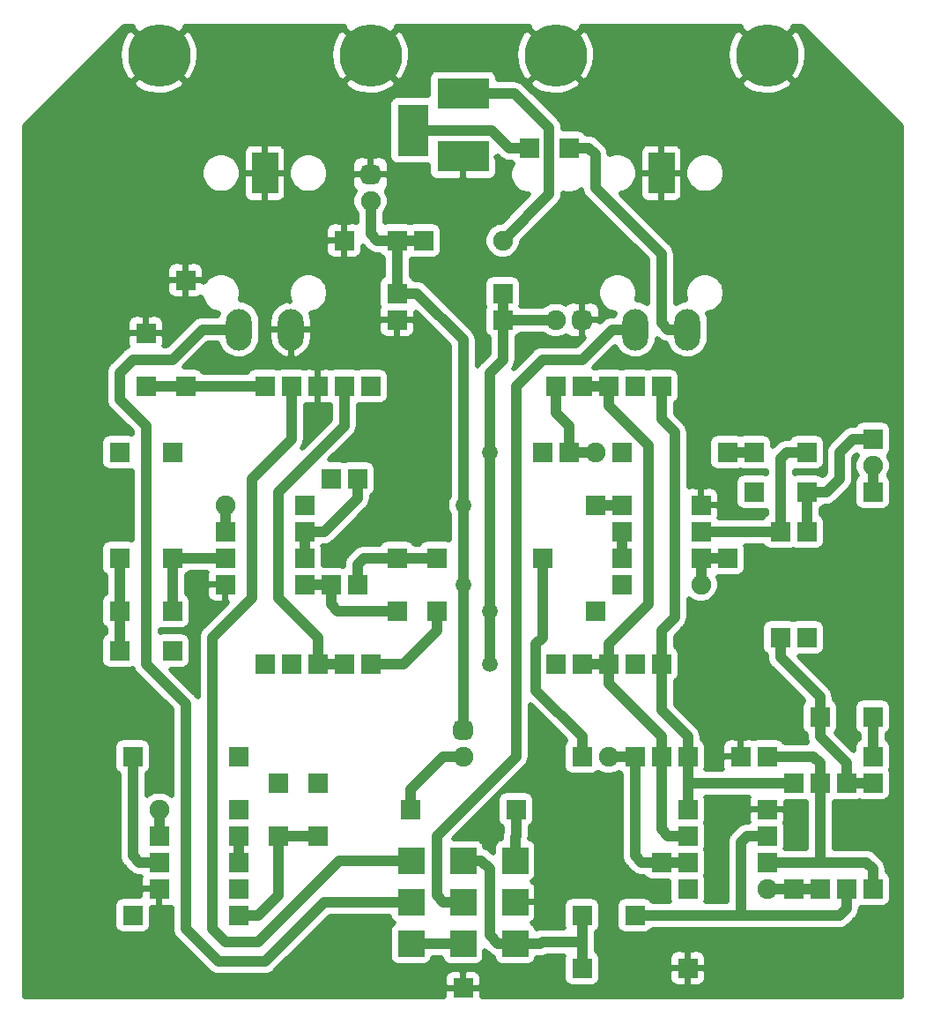
<source format=gbr>
G04 #@! TF.GenerationSoftware,KiCad,Pcbnew,5.1.6-c6e7f7d~87~ubuntu19.10.1*
G04 #@! TF.CreationDate,2022-03-29T21:29:29+06:00*
G04 #@! TF.ProjectId,____________r1b_down-tuned,3a3e3f3a-305f-4373-953c-3b385f723162,1B*
G04 #@! TF.SameCoordinates,Original*
G04 #@! TF.FileFunction,Copper,L2,Bot*
G04 #@! TF.FilePolarity,Positive*
%FSLAX46Y46*%
G04 Gerber Fmt 4.6, Leading zero omitted, Abs format (unit mm)*
G04 Created by KiCad (PCBNEW 5.1.6-c6e7f7d~87~ubuntu19.10.1) date 2022-03-29 21:29:29*
%MOMM*%
%LPD*%
G01*
G04 APERTURE LIST*
G04 #@! TA.AperFunction,ComponentPad*
%ADD10R,1.900000X1.900000*%
G04 #@! TD*
G04 #@! TA.AperFunction,ComponentPad*
%ADD11R,2.500000X4.000000*%
G04 #@! TD*
G04 #@! TA.AperFunction,ComponentPad*
%ADD12O,2.500000X4.000000*%
G04 #@! TD*
G04 #@! TA.AperFunction,ComponentPad*
%ADD13C,6.000000*%
G04 #@! TD*
G04 #@! TA.AperFunction,ComponentPad*
%ADD14R,2.500000X2.500000*%
G04 #@! TD*
G04 #@! TA.AperFunction,ComponentPad*
%ADD15C,1.900000*%
G04 #@! TD*
G04 #@! TA.AperFunction,ComponentPad*
%ADD16R,5.000000X3.000000*%
G04 #@! TD*
G04 #@! TA.AperFunction,ComponentPad*
%ADD17R,3.000000X5.000000*%
G04 #@! TD*
G04 #@! TA.AperFunction,ViaPad*
%ADD18C,1.500000*%
G04 #@! TD*
G04 #@! TA.AperFunction,Conductor*
%ADD19C,1.000000*%
G04 #@! TD*
G04 #@! TA.AperFunction,Conductor*
%ADD20C,0.500000*%
G04 #@! TD*
G04 APERTURE END LIST*
D10*
X114300000Y-154940000D03*
X116840000Y-154940000D03*
X119380000Y-154940000D03*
X121920000Y-154940000D03*
X124460000Y-154940000D03*
X96520000Y-154940000D03*
X88900000Y-154940000D03*
X91440000Y-154940000D03*
X86360000Y-154940000D03*
X93980000Y-154940000D03*
X114300000Y-128270000D03*
X116840000Y-128270000D03*
X119380000Y-128270000D03*
X121920000Y-128270000D03*
X124460000Y-128270000D03*
X96520000Y-128270000D03*
X88900000Y-128270000D03*
X91440000Y-128270000D03*
X86360000Y-128270000D03*
X93980000Y-128270000D03*
D11*
X124460000Y-107830000D03*
D12*
X121960000Y-122830000D03*
X126960000Y-122830000D03*
D11*
X86360000Y-107830000D03*
D12*
X83860000Y-122830000D03*
X88860000Y-122830000D03*
D13*
X134620000Y-96520000D03*
X114300000Y-96520000D03*
X96520000Y-96520000D03*
X76200000Y-96520000D03*
D14*
X110410000Y-177800000D03*
X110410000Y-181800000D03*
X110410000Y-173800000D03*
X105410000Y-177800000D03*
X105410000Y-181800000D03*
X105410000Y-173800000D03*
X100410000Y-173800000D03*
X100410000Y-177800000D03*
X100410000Y-181800000D03*
D10*
X116840000Y-163830000D03*
D15*
X119380000Y-163830000D03*
D10*
X121920000Y-163830000D03*
X144780000Y-133350000D03*
D15*
X144780000Y-135890000D03*
D10*
X144780000Y-138430000D03*
X120650000Y-134620000D03*
D15*
X118110000Y-134620000D03*
D10*
X115570000Y-134620000D03*
G04 #@! TA.AperFunction,ComponentPad*
G36*
G01*
X115890000Y-122300000D02*
X115890000Y-121540000D01*
G75*
G02*
X116460000Y-120970000I570000J0D01*
G01*
X117220000Y-120970000D01*
G75*
G02*
X117790000Y-121540000I0J-570000D01*
G01*
X117790000Y-122300000D01*
G75*
G02*
X117220000Y-122870000I-570000J0D01*
G01*
X116460000Y-122870000D01*
G75*
G02*
X115890000Y-122300000I0J570000D01*
G01*
G37*
G04 #@! TD.AperFunction*
D15*
X114300000Y-121920000D03*
X96520000Y-110490000D03*
G04 #@! TA.AperFunction,ComponentPad*
G36*
G01*
X96900000Y-108900000D02*
X96140000Y-108900000D01*
G75*
G02*
X95570000Y-108330000I0J570000D01*
G01*
X95570000Y-107570000D01*
G75*
G02*
X96140000Y-107000000I570000J0D01*
G01*
X96900000Y-107000000D01*
G75*
G02*
X97470000Y-107570000I0J-570000D01*
G01*
X97470000Y-108330000D01*
G75*
G02*
X96900000Y-108900000I-570000J0D01*
G01*
G37*
G04 #@! TD.AperFunction*
D10*
X99060000Y-114300000D03*
X93980000Y-114300000D03*
X74930000Y-128270000D03*
X74930000Y-123190000D03*
X127000000Y-163830000D03*
X132080000Y-163830000D03*
X139700000Y-160020000D03*
X144780000Y-160020000D03*
X116840000Y-179070000D03*
X121920000Y-179070000D03*
X87630000Y-171450000D03*
X87630000Y-166370000D03*
X91440000Y-166370000D03*
X91440000Y-171450000D03*
X99060000Y-144780000D03*
X99060000Y-149860000D03*
X102870000Y-149860000D03*
X102870000Y-144780000D03*
X72390000Y-149860000D03*
X77470000Y-149860000D03*
X77470000Y-153670000D03*
X72390000Y-153670000D03*
X133350000Y-138430000D03*
X138430000Y-138430000D03*
X138430000Y-134620000D03*
X133350000Y-134620000D03*
X110490000Y-168910000D03*
X100330000Y-168910000D03*
X99060000Y-121920000D03*
X109220000Y-121920000D03*
X109220000Y-119380000D03*
X99060000Y-119380000D03*
X78740000Y-118110000D03*
X78740000Y-128270000D03*
X113030000Y-134620000D03*
X113030000Y-144780000D03*
X124460000Y-173990000D03*
X124460000Y-163830000D03*
X137160000Y-176530000D03*
X137160000Y-166370000D03*
X139700000Y-166370000D03*
X139700000Y-176530000D03*
X144780000Y-163830000D03*
X134620000Y-163830000D03*
X144780000Y-166370000D03*
X144780000Y-176530000D03*
X142240000Y-166370000D03*
X142240000Y-176530000D03*
X127000000Y-184150000D03*
X116840000Y-184150000D03*
X83820000Y-179070000D03*
X73660000Y-179070000D03*
X83820000Y-163830000D03*
X73660000Y-163830000D03*
X95250000Y-147320000D03*
X95250000Y-137160000D03*
X92710000Y-137160000D03*
X92710000Y-147320000D03*
X72390000Y-144780000D03*
X72390000Y-134620000D03*
X77470000Y-134620000D03*
X77470000Y-144780000D03*
X138430000Y-152400000D03*
X138430000Y-142240000D03*
X118110000Y-149860000D03*
X118110000Y-139700000D03*
X130810000Y-144780000D03*
X130810000Y-134620000D03*
X135890000Y-152400000D03*
X135890000Y-142240000D03*
D16*
X105410000Y-106210000D03*
D17*
X100610000Y-103710000D03*
D16*
X105410000Y-100210000D03*
D10*
X115570000Y-105410000D03*
X111760000Y-105410000D03*
X105410000Y-186055000D03*
D15*
X105410000Y-163830000D03*
G04 #@! TA.AperFunction,ComponentPad*
G36*
G01*
X105790000Y-162240000D02*
X105030000Y-162240000D01*
G75*
G02*
X104460000Y-161670000I0J570000D01*
G01*
X104460000Y-160910000D01*
G75*
G02*
X105030000Y-160340000I570000J0D01*
G01*
X105790000Y-160340000D01*
G75*
G02*
X106360000Y-160910000I0J-570000D01*
G01*
X106360000Y-161670000D01*
G75*
G02*
X105790000Y-162240000I-570000J0D01*
G01*
G37*
G04 #@! TD.AperFunction*
D10*
X127000000Y-176530000D03*
X127000000Y-173990000D03*
X127000000Y-171450000D03*
X127000000Y-168910000D03*
X134620000Y-168910000D03*
X134620000Y-171450000D03*
X134620000Y-173990000D03*
D15*
X134620000Y-176530000D03*
D10*
X83820000Y-168910000D03*
X83820000Y-171450000D03*
X83820000Y-173990000D03*
X83820000Y-176530000D03*
X76200000Y-176530000D03*
X76200000Y-173990000D03*
X76200000Y-171450000D03*
D15*
X76200000Y-168910000D03*
D10*
X90170000Y-139700000D03*
X90170000Y-142240000D03*
X90170000Y-144780000D03*
X90170000Y-147320000D03*
X82550000Y-147320000D03*
X82550000Y-144780000D03*
X82550000Y-142240000D03*
D15*
X82550000Y-139700000D03*
D10*
X120650000Y-147320000D03*
X120650000Y-144780000D03*
X120650000Y-142240000D03*
X120650000Y-139700000D03*
X128270000Y-139700000D03*
X128270000Y-142240000D03*
X128270000Y-144780000D03*
D15*
X128270000Y-147320000D03*
X109220000Y-114300000D03*
D10*
X101600000Y-114300000D03*
D18*
X107950000Y-134620000D03*
X107950000Y-149860000D03*
X107950000Y-154940000D03*
X105410000Y-147320000D03*
X105410000Y-139700000D03*
D19*
X103505000Y-163830000D02*
X105410000Y-163830000D01*
X100330000Y-167005000D02*
X103505000Y-163830000D01*
X100330000Y-168910000D02*
X100330000Y-167005000D01*
X110410000Y-173800000D02*
X110410000Y-171530000D01*
X110410000Y-171530000D02*
X110490000Y-171450000D01*
X110490000Y-171450000D02*
X110490000Y-168910000D01*
X109855000Y-105410000D02*
X111760000Y-105410000D01*
X108155000Y-103710000D02*
X109855000Y-105410000D01*
X100610000Y-103710000D02*
X108155000Y-103710000D01*
X124460000Y-122195000D02*
X125095000Y-122830000D01*
X124460000Y-115570000D02*
X124460000Y-122195000D01*
X118110000Y-109220000D02*
X124460000Y-115570000D01*
X118110000Y-106045000D02*
X118110000Y-109220000D01*
X117475000Y-105410000D02*
X118110000Y-106045000D01*
X125095000Y-122830000D02*
X126960000Y-122830000D01*
X115570000Y-105410000D02*
X117475000Y-105410000D01*
X142240000Y-166370000D02*
X144780000Y-166370000D01*
X139700000Y-161925000D02*
X142240000Y-164465000D01*
X142240000Y-164465000D02*
X142240000Y-166370000D01*
X139700000Y-160020000D02*
X139700000Y-161925000D01*
X135890000Y-154305000D02*
X139700000Y-158115000D01*
X139700000Y-158115000D02*
X139700000Y-160020000D01*
X135890000Y-152400000D02*
X135890000Y-154305000D01*
X109220000Y-121920000D02*
X114300000Y-121920000D01*
X109220000Y-119380000D02*
X109220000Y-121920000D01*
X109220000Y-125730000D02*
X107950000Y-127000000D01*
X109220000Y-121920000D02*
X109220000Y-125730000D01*
X107950000Y-127000000D02*
X107950000Y-134620000D01*
X107950000Y-134620000D02*
X107950000Y-149860000D01*
X107950000Y-149860000D02*
X107950000Y-154940000D01*
X128270000Y-142240000D02*
X135890000Y-142240000D01*
X136525000Y-134620000D02*
X138430000Y-134620000D01*
X135890000Y-135255000D02*
X136525000Y-134620000D01*
X135890000Y-142240000D02*
X135890000Y-135255000D01*
X121920000Y-179070000D02*
X132080000Y-179070000D01*
X142240000Y-178435000D02*
X142240000Y-176530000D01*
X141605000Y-179070000D02*
X142240000Y-178435000D01*
X132080000Y-179070000D02*
X141605000Y-179070000D01*
X132715000Y-171450000D02*
X134620000Y-171450000D01*
X132080000Y-172085000D02*
X132715000Y-171450000D01*
X132080000Y-179070000D02*
X132080000Y-172085000D01*
X144780000Y-160020000D02*
X144780000Y-163830000D01*
X91440000Y-154940000D02*
X93980000Y-154940000D01*
X137160000Y-166370000D02*
X127000000Y-166370000D01*
X127000000Y-166370000D02*
X127000000Y-168910000D01*
X93980000Y-132080000D02*
X93980000Y-128270000D01*
X87630000Y-138430000D02*
X93980000Y-132080000D01*
X87630000Y-148590000D02*
X87630000Y-138430000D01*
X91440000Y-152400000D02*
X87630000Y-148590000D01*
X91440000Y-154940000D02*
X91440000Y-152400000D01*
X127000000Y-163830000D02*
X127000000Y-166370000D01*
X127000000Y-161925000D02*
X127000000Y-163830000D01*
X124460000Y-159385000D02*
X127000000Y-161925000D01*
X124460000Y-154940000D02*
X124460000Y-159385000D01*
X124460000Y-131445000D02*
X124460000Y-128270000D01*
X125730000Y-132715000D02*
X124460000Y-131445000D01*
X125730000Y-150495000D02*
X125730000Y-132715000D01*
X124460000Y-151765000D02*
X125730000Y-150495000D01*
X124460000Y-154940000D02*
X124460000Y-151765000D01*
X144780000Y-174625000D02*
X144780000Y-176530000D01*
X144145000Y-173990000D02*
X144780000Y-174625000D01*
X139700000Y-173990000D02*
X144145000Y-173990000D01*
X139700000Y-173990000D02*
X139700000Y-166370000D01*
X134620000Y-173990000D02*
X139700000Y-173990000D01*
X134620000Y-163830000D02*
X139065000Y-163830000D01*
X139065000Y-163830000D02*
X139700000Y-164465000D01*
X139700000Y-164465000D02*
X139700000Y-166370000D01*
X134620000Y-176530000D02*
X137160000Y-176530000D01*
X137160000Y-176530000D02*
X139700000Y-176530000D01*
X116840000Y-128270000D02*
X119380000Y-128270000D01*
X116840000Y-154940000D02*
X119380000Y-154940000D01*
X124460000Y-170815000D02*
X125095000Y-171450000D01*
X125095000Y-171450000D02*
X127000000Y-171450000D01*
X124460000Y-163830000D02*
X124460000Y-170815000D01*
X124460000Y-161925000D02*
X119380000Y-156845000D01*
X124460000Y-163830000D02*
X124460000Y-161925000D01*
X119380000Y-154940000D02*
X119380000Y-156845000D01*
X123190000Y-133985000D02*
X119380000Y-130175000D01*
X119380000Y-130175000D02*
X119380000Y-128270000D01*
X123190000Y-149225000D02*
X123190000Y-133985000D01*
X119380000Y-153035000D02*
X123190000Y-149225000D01*
X119380000Y-154940000D02*
X119380000Y-153035000D01*
X124460000Y-173990000D02*
X127000000Y-173990000D01*
X122555000Y-173990000D02*
X124460000Y-173990000D01*
X121920000Y-173355000D02*
X122555000Y-173990000D01*
X121920000Y-163830000D02*
X121920000Y-173355000D01*
X119380000Y-163830000D02*
X121920000Y-163830000D01*
X74930000Y-128270000D02*
X78740000Y-128270000D01*
X78740000Y-128270000D02*
X86360000Y-128270000D01*
X72390000Y-149860000D02*
X72390000Y-144780000D01*
X72390000Y-149860000D02*
X72390000Y-153670000D01*
X77470000Y-144780000D02*
X82550000Y-144780000D01*
X77470000Y-144780000D02*
X77470000Y-149860000D01*
X102870000Y-151765000D02*
X102870000Y-149860000D01*
X99695000Y-154940000D02*
X102870000Y-151765000D01*
X96520000Y-154940000D02*
X99695000Y-154940000D01*
X99060000Y-144780000D02*
X102870000Y-144780000D01*
X95885000Y-144780000D02*
X99060000Y-144780000D01*
X95250000Y-145415000D02*
X95885000Y-144780000D01*
X95250000Y-147320000D02*
X95250000Y-145415000D01*
X87630000Y-171450000D02*
X91440000Y-171450000D01*
X87630000Y-177165000D02*
X87630000Y-171450000D01*
X85725000Y-179070000D02*
X87630000Y-177165000D01*
X83820000Y-179070000D02*
X85725000Y-179070000D01*
X74295000Y-173990000D02*
X76200000Y-173990000D01*
X73660000Y-173355000D02*
X74295000Y-173990000D01*
X73660000Y-163830000D02*
X73660000Y-173355000D01*
X83820000Y-171450000D02*
X83820000Y-173990000D01*
X128270000Y-144780000D02*
X128270000Y-147320000D01*
X128270000Y-144780000D02*
X130810000Y-144780000D01*
X118110000Y-139700000D02*
X120650000Y-139700000D01*
X120650000Y-142240000D02*
X120650000Y-144780000D01*
X82550000Y-139700000D02*
X82550000Y-142240000D01*
X90170000Y-147320000D02*
X92710000Y-147320000D01*
X93345000Y-149860000D02*
X99060000Y-149860000D01*
X92710000Y-149225000D02*
X93345000Y-149860000D01*
X92710000Y-147320000D02*
X92710000Y-149225000D01*
X90170000Y-142240000D02*
X90170000Y-144780000D01*
X92075000Y-142240000D02*
X90170000Y-142240000D01*
X95250000Y-139065000D02*
X92075000Y-142240000D01*
X95250000Y-137160000D02*
X95250000Y-139065000D01*
X76200000Y-168910000D02*
X76200000Y-171450000D01*
X105410000Y-147320000D02*
X105410000Y-161290000D01*
X105410000Y-139700000D02*
X105410000Y-147320000D01*
X99060000Y-114300000D02*
X101600000Y-114300000D01*
X99060000Y-114300000D02*
X99060000Y-119380000D01*
X105410000Y-123825000D02*
X105410000Y-139700000D01*
X100965000Y-119380000D02*
X105410000Y-123825000D01*
X99060000Y-119380000D02*
X100965000Y-119380000D01*
X97155000Y-114300000D02*
X99060000Y-114300000D01*
X96520000Y-113665000D02*
X97155000Y-114300000D01*
X96520000Y-110490000D02*
X96520000Y-113665000D01*
X110370000Y-100210000D02*
X105410000Y-100210000D01*
X113665000Y-103505000D02*
X110370000Y-100210000D01*
X113665000Y-109855000D02*
X113665000Y-103505000D01*
X109220000Y-114300000D02*
X113665000Y-109855000D01*
X110410000Y-181800000D02*
X112840000Y-181800000D01*
X112840000Y-181800000D02*
X113030000Y-181610000D01*
X113030000Y-181610000D02*
X116840000Y-181610000D01*
X105410000Y-173800000D02*
X107125000Y-173800000D01*
X107125000Y-173800000D02*
X107950000Y-174625000D01*
X110410000Y-181800000D02*
X108775000Y-181800000D01*
X108775000Y-181800000D02*
X107950000Y-180975000D01*
X107950000Y-174625000D02*
X107950000Y-180975000D01*
X116840000Y-179070000D02*
X116840000Y-181610000D01*
X116840000Y-181610000D02*
X116840000Y-184150000D01*
X103505000Y-177800000D02*
X105410000Y-177800000D01*
X102870000Y-177165000D02*
X103505000Y-177800000D01*
X102870000Y-171450000D02*
X102870000Y-177165000D01*
X110490000Y-163830000D02*
X102870000Y-171450000D01*
X110490000Y-128270000D02*
X110490000Y-163830000D01*
X116840000Y-125730000D02*
X113030000Y-125730000D01*
X119740000Y-122830000D02*
X116840000Y-125730000D01*
X113030000Y-125730000D02*
X110490000Y-128270000D01*
X121960000Y-122830000D02*
X119740000Y-122830000D01*
X100410000Y-181800000D02*
X105410000Y-181800000D01*
X100410000Y-173800000D02*
X93535000Y-173800000D01*
X93535000Y-173800000D02*
X85725000Y-181610000D01*
X85090000Y-137160000D02*
X88900000Y-133350000D01*
X85725000Y-181610000D02*
X82550000Y-181610000D01*
X82550000Y-181610000D02*
X81280000Y-180340000D01*
X85090000Y-148590000D02*
X85090000Y-137160000D01*
X81280000Y-180340000D02*
X81280000Y-152400000D01*
X81280000Y-152400000D02*
X85090000Y-148590000D01*
X88900000Y-133350000D02*
X88900000Y-128270000D01*
X81915000Y-183515000D02*
X86360000Y-183515000D01*
X92075000Y-177800000D02*
X100410000Y-177800000D01*
X78740000Y-180340000D02*
X81915000Y-183515000D01*
X74930000Y-154940000D02*
X78740000Y-158750000D01*
X74930000Y-132080000D02*
X74930000Y-154940000D01*
X78740000Y-158750000D02*
X78740000Y-180340000D01*
X73660000Y-125730000D02*
X72390000Y-127000000D01*
X72390000Y-129540000D02*
X74930000Y-132080000D01*
X77470000Y-125730000D02*
X73660000Y-125730000D01*
X80370000Y-122830000D02*
X77470000Y-125730000D01*
X86360000Y-183515000D02*
X92075000Y-177800000D01*
X72390000Y-127000000D02*
X72390000Y-129540000D01*
X83860000Y-122830000D02*
X80370000Y-122830000D01*
X115570000Y-134620000D02*
X118110000Y-134620000D01*
X115570000Y-132080000D02*
X115570000Y-134620000D01*
X114300000Y-130810000D02*
X115570000Y-132080000D01*
X114300000Y-128270000D02*
X114300000Y-130810000D01*
X130810000Y-134620000D02*
X133350000Y-134620000D01*
X144780000Y-135890000D02*
X144780000Y-138430000D01*
X138430000Y-138430000D02*
X138430000Y-142240000D01*
X142875000Y-133350000D02*
X144780000Y-133350000D01*
X141605000Y-134620000D02*
X142875000Y-133350000D01*
X140335000Y-138430000D02*
X141605000Y-137160000D01*
X141605000Y-137160000D02*
X141605000Y-134620000D01*
X138430000Y-138430000D02*
X140335000Y-138430000D01*
X113030000Y-152400000D02*
X113030000Y-144780000D01*
X112395000Y-153035000D02*
X113030000Y-152400000D01*
X112395000Y-157480000D02*
X112395000Y-153035000D01*
X116840000Y-161925000D02*
X112395000Y-157480000D01*
X116840000Y-163830000D02*
X116840000Y-161925000D01*
D20*
G36*
X73650324Y-93899613D02*
G01*
X76200000Y-96449289D01*
X78749676Y-93899613D01*
X78667651Y-93760000D01*
X94052349Y-93760000D01*
X93970324Y-93899613D01*
X96520000Y-96449289D01*
X99069676Y-93899613D01*
X98987651Y-93760000D01*
X111832349Y-93760000D01*
X111750324Y-93899613D01*
X114300000Y-96449289D01*
X116849676Y-93899613D01*
X116767651Y-93760000D01*
X132152349Y-93760000D01*
X132070324Y-93899613D01*
X134620000Y-96449289D01*
X137169676Y-93899613D01*
X137087651Y-93760000D01*
X137995077Y-93760000D01*
X147540000Y-103304924D01*
X147540001Y-186910000D01*
X107213545Y-186910000D01*
X107210000Y-186317500D01*
X106997500Y-186105000D01*
X105460000Y-186105000D01*
X105460000Y-186125000D01*
X105360000Y-186125000D01*
X105360000Y-186105000D01*
X103822500Y-186105000D01*
X103610000Y-186317500D01*
X103606455Y-186910000D01*
X63280000Y-186910000D01*
X63280000Y-185105000D01*
X103605887Y-185105000D01*
X103610000Y-185792500D01*
X103822500Y-186005000D01*
X105360000Y-186005000D01*
X105360000Y-184467500D01*
X105460000Y-184467500D01*
X105460000Y-186005000D01*
X106997500Y-186005000D01*
X107210000Y-185792500D01*
X107214113Y-185105000D01*
X107197701Y-184938371D01*
X107149098Y-184778145D01*
X107070169Y-184630480D01*
X106963949Y-184501051D01*
X106834520Y-184394831D01*
X106686855Y-184315902D01*
X106526629Y-184267299D01*
X106360000Y-184250887D01*
X105672500Y-184255000D01*
X105460000Y-184467500D01*
X105360000Y-184467500D01*
X105147500Y-184255000D01*
X104460000Y-184250887D01*
X104293371Y-184267299D01*
X104133145Y-184315902D01*
X103985480Y-184394831D01*
X103856051Y-184501051D01*
X103749831Y-184630480D01*
X103670902Y-184778145D01*
X103622299Y-184938371D01*
X103605887Y-185105000D01*
X63280000Y-185105000D01*
X63280000Y-178120000D01*
X71855888Y-178120000D01*
X71855888Y-180020000D01*
X71872300Y-180186629D01*
X71920903Y-180346855D01*
X71999832Y-180494519D01*
X72106052Y-180623948D01*
X72235481Y-180730168D01*
X72383145Y-180809097D01*
X72543371Y-180857700D01*
X72710000Y-180874112D01*
X74610000Y-180874112D01*
X74776629Y-180857700D01*
X74936855Y-180809097D01*
X75084519Y-180730168D01*
X75213948Y-180623948D01*
X75320168Y-180494519D01*
X75399097Y-180346855D01*
X75447700Y-180186629D01*
X75464112Y-180020000D01*
X75464112Y-178332832D01*
X75937500Y-178330000D01*
X76150000Y-178117500D01*
X76150000Y-176580000D01*
X74612500Y-176580000D01*
X74400000Y-176792500D01*
X74397168Y-177265888D01*
X72710000Y-177265888D01*
X72543371Y-177282300D01*
X72383145Y-177330903D01*
X72235481Y-177409832D01*
X72106052Y-177516052D01*
X71999832Y-177645481D01*
X71920903Y-177793145D01*
X71872300Y-177953371D01*
X71855888Y-178120000D01*
X63280000Y-178120000D01*
X63280000Y-133670000D01*
X70585888Y-133670000D01*
X70585888Y-135570000D01*
X70602300Y-135736629D01*
X70650903Y-135896855D01*
X70729832Y-136044519D01*
X70836052Y-136173948D01*
X70965481Y-136280168D01*
X71113145Y-136359097D01*
X71273371Y-136407700D01*
X71440000Y-136424112D01*
X73340000Y-136424112D01*
X73506629Y-136407700D01*
X73580000Y-136385444D01*
X73580000Y-143014557D01*
X73506629Y-142992300D01*
X73340000Y-142975888D01*
X71440000Y-142975888D01*
X71273371Y-142992300D01*
X71113145Y-143040903D01*
X70965481Y-143119832D01*
X70836052Y-143226052D01*
X70729832Y-143355481D01*
X70650903Y-143503145D01*
X70602300Y-143663371D01*
X70585888Y-143830000D01*
X70585888Y-145730000D01*
X70602300Y-145896629D01*
X70650903Y-146056855D01*
X70729832Y-146204519D01*
X70836052Y-146333948D01*
X70965481Y-146440168D01*
X71040001Y-146480000D01*
X71040000Y-148160000D01*
X70965481Y-148199832D01*
X70836052Y-148306052D01*
X70729832Y-148435481D01*
X70650903Y-148583145D01*
X70602300Y-148743371D01*
X70585888Y-148910000D01*
X70585888Y-150810000D01*
X70602300Y-150976629D01*
X70650903Y-151136855D01*
X70729832Y-151284519D01*
X70836052Y-151413948D01*
X70965481Y-151520168D01*
X71040000Y-151560000D01*
X71040001Y-151970000D01*
X70965481Y-152009832D01*
X70836052Y-152116052D01*
X70729832Y-152245481D01*
X70650903Y-152393145D01*
X70602300Y-152553371D01*
X70585888Y-152720000D01*
X70585888Y-154620000D01*
X70602300Y-154786629D01*
X70650903Y-154946855D01*
X70729832Y-155094519D01*
X70836052Y-155223948D01*
X70965481Y-155330168D01*
X71113145Y-155409097D01*
X71273371Y-155457700D01*
X71440000Y-155474112D01*
X73340000Y-155474112D01*
X73506629Y-155457700D01*
X73662001Y-155410570D01*
X73676729Y-155459122D01*
X73802085Y-155693649D01*
X73928510Y-155847698D01*
X73928514Y-155847702D01*
X73970788Y-155899213D01*
X74022299Y-155941487D01*
X77390000Y-159309188D01*
X77390000Y-167554416D01*
X77347433Y-167511849D01*
X77052620Y-167314861D01*
X76725041Y-167179173D01*
X76377284Y-167110000D01*
X76022716Y-167110000D01*
X75674959Y-167179173D01*
X75347380Y-167314861D01*
X75052567Y-167511849D01*
X75010000Y-167554416D01*
X75010000Y-165530000D01*
X75084519Y-165490168D01*
X75213948Y-165383948D01*
X75320168Y-165254519D01*
X75399097Y-165106855D01*
X75447700Y-164946629D01*
X75464112Y-164780000D01*
X75464112Y-162880000D01*
X75447700Y-162713371D01*
X75399097Y-162553145D01*
X75320168Y-162405481D01*
X75213948Y-162276052D01*
X75084519Y-162169832D01*
X74936855Y-162090903D01*
X74776629Y-162042300D01*
X74610000Y-162025888D01*
X72710000Y-162025888D01*
X72543371Y-162042300D01*
X72383145Y-162090903D01*
X72235481Y-162169832D01*
X72106052Y-162276052D01*
X71999832Y-162405481D01*
X71920903Y-162553145D01*
X71872300Y-162713371D01*
X71855888Y-162880000D01*
X71855888Y-164780000D01*
X71872300Y-164946629D01*
X71920903Y-165106855D01*
X71999832Y-165254519D01*
X72106052Y-165383948D01*
X72235481Y-165490168D01*
X72310000Y-165530000D01*
X72310001Y-173288671D01*
X72303468Y-173355000D01*
X72329534Y-173619646D01*
X72406729Y-173874122D01*
X72532085Y-174108649D01*
X72658510Y-174262698D01*
X72658514Y-174262702D01*
X72700788Y-174314213D01*
X72752300Y-174356487D01*
X73293505Y-174897692D01*
X73335787Y-174949213D01*
X73541351Y-175117915D01*
X73645284Y-175173468D01*
X73775877Y-175243272D01*
X73835105Y-175261239D01*
X74030354Y-175320467D01*
X74228679Y-175340000D01*
X74228681Y-175340000D01*
X74295000Y-175346532D01*
X74361319Y-175340000D01*
X74434555Y-175340000D01*
X74412299Y-175413371D01*
X74395887Y-175580000D01*
X74400000Y-176267500D01*
X74612500Y-176480000D01*
X76150000Y-176480000D01*
X76150000Y-176460000D01*
X76250000Y-176460000D01*
X76250000Y-176480000D01*
X76270000Y-176480000D01*
X76270000Y-176580000D01*
X76250000Y-176580000D01*
X76250000Y-178117500D01*
X76462500Y-178330000D01*
X77150000Y-178334113D01*
X77316629Y-178317701D01*
X77390001Y-178295444D01*
X77390001Y-180273671D01*
X77383468Y-180340000D01*
X77409534Y-180604646D01*
X77486729Y-180859122D01*
X77612085Y-181093649D01*
X77738510Y-181247698D01*
X77738514Y-181247702D01*
X77780788Y-181299213D01*
X77832299Y-181341487D01*
X80913513Y-184422702D01*
X80955787Y-184474213D01*
X81007298Y-184516487D01*
X81007301Y-184516490D01*
X81161350Y-184642915D01*
X81286707Y-184709919D01*
X81395878Y-184768272D01*
X81650354Y-184845467D01*
X81848679Y-184865000D01*
X81848688Y-184865000D01*
X81914999Y-184871531D01*
X81981310Y-184865000D01*
X86293681Y-184865000D01*
X86360000Y-184871532D01*
X86426319Y-184865000D01*
X86426321Y-184865000D01*
X86624646Y-184845467D01*
X86879122Y-184768272D01*
X87113649Y-184642915D01*
X87319213Y-184474213D01*
X87361491Y-184422697D01*
X92634188Y-179150000D01*
X98315737Y-179150000D01*
X98322300Y-179216629D01*
X98370903Y-179376855D01*
X98449832Y-179524519D01*
X98556052Y-179653948D01*
X98685481Y-179760168D01*
X98760001Y-179800000D01*
X98685481Y-179839832D01*
X98556052Y-179946052D01*
X98449832Y-180075481D01*
X98370903Y-180223145D01*
X98322300Y-180383371D01*
X98305888Y-180550000D01*
X98305888Y-183050000D01*
X98322300Y-183216629D01*
X98370903Y-183376855D01*
X98449832Y-183524519D01*
X98556052Y-183653948D01*
X98685481Y-183760168D01*
X98833145Y-183839097D01*
X98993371Y-183887700D01*
X99160000Y-183904112D01*
X101660000Y-183904112D01*
X101826629Y-183887700D01*
X101986855Y-183839097D01*
X102134519Y-183760168D01*
X102263948Y-183653948D01*
X102370168Y-183524519D01*
X102449097Y-183376855D01*
X102497700Y-183216629D01*
X102504263Y-183150000D01*
X103315737Y-183150000D01*
X103322300Y-183216629D01*
X103370903Y-183376855D01*
X103449832Y-183524519D01*
X103556052Y-183653948D01*
X103685481Y-183760168D01*
X103833145Y-183839097D01*
X103993371Y-183887700D01*
X104160000Y-183904112D01*
X106660000Y-183904112D01*
X106826629Y-183887700D01*
X106986855Y-183839097D01*
X107134519Y-183760168D01*
X107263948Y-183653948D01*
X107370168Y-183524519D01*
X107449097Y-183376855D01*
X107497700Y-183216629D01*
X107514112Y-183050000D01*
X107514112Y-182448300D01*
X107773509Y-182707697D01*
X107815787Y-182759213D01*
X107867302Y-182801490D01*
X108021350Y-182927915D01*
X108093598Y-182966532D01*
X108255878Y-183053272D01*
X108307760Y-183069010D01*
X108322300Y-183216629D01*
X108370903Y-183376855D01*
X108449832Y-183524519D01*
X108556052Y-183653948D01*
X108685481Y-183760168D01*
X108833145Y-183839097D01*
X108993371Y-183887700D01*
X109160000Y-183904112D01*
X111660000Y-183904112D01*
X111826629Y-183887700D01*
X111986855Y-183839097D01*
X112134519Y-183760168D01*
X112263948Y-183653948D01*
X112370168Y-183524519D01*
X112449097Y-183376855D01*
X112497700Y-183216629D01*
X112504263Y-183150000D01*
X112773681Y-183150000D01*
X112840000Y-183156532D01*
X112906319Y-183150000D01*
X112906321Y-183150000D01*
X113104646Y-183130467D01*
X113359122Y-183053272D01*
X113533622Y-182960000D01*
X115074556Y-182960000D01*
X115052300Y-183033371D01*
X115035888Y-183200000D01*
X115035888Y-185100000D01*
X115052300Y-185266629D01*
X115100903Y-185426855D01*
X115179832Y-185574519D01*
X115286052Y-185703948D01*
X115415481Y-185810168D01*
X115563145Y-185889097D01*
X115723371Y-185937700D01*
X115890000Y-185954112D01*
X117790000Y-185954112D01*
X117956629Y-185937700D01*
X118116855Y-185889097D01*
X118264519Y-185810168D01*
X118393948Y-185703948D01*
X118500168Y-185574519D01*
X118579097Y-185426855D01*
X118627700Y-185266629D01*
X118644112Y-185100000D01*
X125195887Y-185100000D01*
X125212299Y-185266629D01*
X125260902Y-185426855D01*
X125339831Y-185574520D01*
X125446051Y-185703949D01*
X125575480Y-185810169D01*
X125723145Y-185889098D01*
X125883371Y-185937701D01*
X126050000Y-185954113D01*
X126737500Y-185950000D01*
X126950000Y-185737500D01*
X126950000Y-184200000D01*
X127050000Y-184200000D01*
X127050000Y-185737500D01*
X127262500Y-185950000D01*
X127950000Y-185954113D01*
X128116629Y-185937701D01*
X128276855Y-185889098D01*
X128424520Y-185810169D01*
X128553949Y-185703949D01*
X128660169Y-185574520D01*
X128739098Y-185426855D01*
X128787701Y-185266629D01*
X128804113Y-185100000D01*
X128800000Y-184412500D01*
X128587500Y-184200000D01*
X127050000Y-184200000D01*
X126950000Y-184200000D01*
X125412500Y-184200000D01*
X125200000Y-184412500D01*
X125195887Y-185100000D01*
X118644112Y-185100000D01*
X118644112Y-183200000D01*
X125195887Y-183200000D01*
X125200000Y-183887500D01*
X125412500Y-184100000D01*
X126950000Y-184100000D01*
X126950000Y-182562500D01*
X127050000Y-182562500D01*
X127050000Y-184100000D01*
X128587500Y-184100000D01*
X128800000Y-183887500D01*
X128804113Y-183200000D01*
X128787701Y-183033371D01*
X128739098Y-182873145D01*
X128660169Y-182725480D01*
X128553949Y-182596051D01*
X128424520Y-182489831D01*
X128276855Y-182410902D01*
X128116629Y-182362299D01*
X127950000Y-182345887D01*
X127262500Y-182350000D01*
X127050000Y-182562500D01*
X126950000Y-182562500D01*
X126737500Y-182350000D01*
X126050000Y-182345887D01*
X125883371Y-182362299D01*
X125723145Y-182410902D01*
X125575480Y-182489831D01*
X125446051Y-182596051D01*
X125339831Y-182725480D01*
X125260902Y-182873145D01*
X125212299Y-183033371D01*
X125195887Y-183200000D01*
X118644112Y-183200000D01*
X118627700Y-183033371D01*
X118579097Y-182873145D01*
X118500168Y-182725481D01*
X118393948Y-182596052D01*
X118264519Y-182489832D01*
X118190000Y-182450000D01*
X118190000Y-181676321D01*
X118196532Y-181610000D01*
X118190000Y-181543679D01*
X118190000Y-180770000D01*
X118264519Y-180730168D01*
X118393948Y-180623948D01*
X118500168Y-180494519D01*
X118579097Y-180346855D01*
X118627700Y-180186629D01*
X118644112Y-180020000D01*
X118644112Y-178120000D01*
X118627700Y-177953371D01*
X118579097Y-177793145D01*
X118500168Y-177645481D01*
X118393948Y-177516052D01*
X118264519Y-177409832D01*
X118116855Y-177330903D01*
X117956629Y-177282300D01*
X117790000Y-177265888D01*
X115890000Y-177265888D01*
X115723371Y-177282300D01*
X115563145Y-177330903D01*
X115415481Y-177409832D01*
X115286052Y-177516052D01*
X115179832Y-177645481D01*
X115100903Y-177793145D01*
X115052300Y-177953371D01*
X115035888Y-178120000D01*
X115035888Y-180020000D01*
X115052300Y-180186629D01*
X115074556Y-180260000D01*
X113096319Y-180260000D01*
X113030000Y-180253468D01*
X112963681Y-180260000D01*
X112963679Y-180260000D01*
X112765354Y-180279533D01*
X112510878Y-180356728D01*
X112492584Y-180366506D01*
X112449097Y-180223145D01*
X112370168Y-180075481D01*
X112263948Y-179946052D01*
X112134519Y-179839832D01*
X112060001Y-179800001D01*
X112134520Y-179760169D01*
X112263949Y-179653949D01*
X112370169Y-179524520D01*
X112449098Y-179376855D01*
X112497701Y-179216629D01*
X112514113Y-179050000D01*
X112510000Y-178062500D01*
X112297500Y-177850000D01*
X110460000Y-177850000D01*
X110460000Y-177870000D01*
X110360000Y-177870000D01*
X110360000Y-177850000D01*
X110340000Y-177850000D01*
X110340000Y-177750000D01*
X110360000Y-177750000D01*
X110360000Y-177730000D01*
X110460000Y-177730000D01*
X110460000Y-177750000D01*
X112297500Y-177750000D01*
X112510000Y-177537500D01*
X112514113Y-176550000D01*
X112497701Y-176383371D01*
X112449098Y-176223145D01*
X112370169Y-176075480D01*
X112263949Y-175946051D01*
X112134520Y-175839831D01*
X112060001Y-175799999D01*
X112134519Y-175760168D01*
X112263948Y-175653948D01*
X112370168Y-175524519D01*
X112449097Y-175376855D01*
X112497700Y-175216629D01*
X112514112Y-175050000D01*
X112514112Y-172550000D01*
X112497700Y-172383371D01*
X112449097Y-172223145D01*
X112370168Y-172075481D01*
X112263948Y-171946052D01*
X112134519Y-171839832D01*
X111986855Y-171760903D01*
X111826629Y-171712300D01*
X111820755Y-171711721D01*
X111840000Y-171516321D01*
X111840000Y-171516312D01*
X111846531Y-171450001D01*
X111840000Y-171383690D01*
X111840000Y-170610000D01*
X111914519Y-170570168D01*
X112043948Y-170463948D01*
X112150168Y-170334519D01*
X112229097Y-170186855D01*
X112277700Y-170026629D01*
X112294112Y-169860000D01*
X112294112Y-167960000D01*
X112277700Y-167793371D01*
X112229097Y-167633145D01*
X112150168Y-167485481D01*
X112043948Y-167356052D01*
X111914519Y-167249832D01*
X111766855Y-167170903D01*
X111606629Y-167122300D01*
X111440000Y-167105888D01*
X109540000Y-167105888D01*
X109373371Y-167122300D01*
X109213145Y-167170903D01*
X109065481Y-167249832D01*
X108936052Y-167356052D01*
X108829832Y-167485481D01*
X108750903Y-167633145D01*
X108702300Y-167793371D01*
X108685888Y-167960000D01*
X108685888Y-169860000D01*
X108702300Y-170026629D01*
X108750903Y-170186855D01*
X108829832Y-170334519D01*
X108936052Y-170463948D01*
X109065481Y-170570168D01*
X109140000Y-170610000D01*
X109140000Y-171066025D01*
X109079534Y-171265354D01*
X109053468Y-171530000D01*
X109060001Y-171596328D01*
X109060001Y-171705737D01*
X108993371Y-171712300D01*
X108833145Y-171760903D01*
X108685481Y-171839832D01*
X108556052Y-171946052D01*
X108449832Y-172075481D01*
X108370903Y-172223145D01*
X108322300Y-172383371D01*
X108305888Y-172550000D01*
X108305888Y-173071700D01*
X108126491Y-172892303D01*
X108084213Y-172840787D01*
X107878649Y-172672085D01*
X107644122Y-172546728D01*
X107509776Y-172505974D01*
X107497700Y-172383371D01*
X107449097Y-172223145D01*
X107370168Y-172075481D01*
X107263948Y-171946052D01*
X107134519Y-171839832D01*
X106986855Y-171760903D01*
X106826629Y-171712300D01*
X106660000Y-171695888D01*
X104533300Y-171695888D01*
X111397697Y-164831491D01*
X111449213Y-164789213D01*
X111617915Y-164583649D01*
X111743272Y-164349122D01*
X111820467Y-164094646D01*
X111840000Y-163896321D01*
X111840000Y-163896312D01*
X111846531Y-163830001D01*
X111840000Y-163763690D01*
X111840000Y-158834188D01*
X115284164Y-162278352D01*
X115179832Y-162405481D01*
X115100903Y-162553145D01*
X115052300Y-162713371D01*
X115035888Y-162880000D01*
X115035888Y-164780000D01*
X115052300Y-164946629D01*
X115100903Y-165106855D01*
X115179832Y-165254519D01*
X115286052Y-165383948D01*
X115415481Y-165490168D01*
X115563145Y-165569097D01*
X115723371Y-165617700D01*
X115890000Y-165634112D01*
X117790000Y-165634112D01*
X117956629Y-165617700D01*
X118116855Y-165569097D01*
X118264519Y-165490168D01*
X118393948Y-165383948D01*
X118419371Y-165352970D01*
X118527380Y-165425139D01*
X118854959Y-165560827D01*
X119202716Y-165630000D01*
X119557284Y-165630000D01*
X119905041Y-165560827D01*
X120232620Y-165425139D01*
X120340629Y-165352970D01*
X120366052Y-165383948D01*
X120495481Y-165490168D01*
X120570000Y-165530000D01*
X120570001Y-173288671D01*
X120563468Y-173355000D01*
X120589534Y-173619646D01*
X120666729Y-173874122D01*
X120792085Y-174108649D01*
X120918510Y-174262698D01*
X120918514Y-174262702D01*
X120960788Y-174314213D01*
X121012300Y-174356487D01*
X121553505Y-174897692D01*
X121595787Y-174949213D01*
X121801351Y-175117915D01*
X121905284Y-175173468D01*
X122035877Y-175243272D01*
X122095105Y-175261239D01*
X122290354Y-175320467D01*
X122488679Y-175340000D01*
X122488681Y-175340000D01*
X122555000Y-175346532D01*
X122621319Y-175340000D01*
X122760000Y-175340000D01*
X122799832Y-175414519D01*
X122906052Y-175543948D01*
X123035481Y-175650168D01*
X123183145Y-175729097D01*
X123343371Y-175777700D01*
X123510000Y-175794112D01*
X125195888Y-175794112D01*
X125195888Y-177480000D01*
X125212300Y-177646629D01*
X125234556Y-177720000D01*
X123620000Y-177720000D01*
X123580168Y-177645481D01*
X123473948Y-177516052D01*
X123344519Y-177409832D01*
X123196855Y-177330903D01*
X123036629Y-177282300D01*
X122870000Y-177265888D01*
X120970000Y-177265888D01*
X120803371Y-177282300D01*
X120643145Y-177330903D01*
X120495481Y-177409832D01*
X120366052Y-177516052D01*
X120259832Y-177645481D01*
X120180903Y-177793145D01*
X120132300Y-177953371D01*
X120115888Y-178120000D01*
X120115888Y-180020000D01*
X120132300Y-180186629D01*
X120180903Y-180346855D01*
X120259832Y-180494519D01*
X120366052Y-180623948D01*
X120495481Y-180730168D01*
X120643145Y-180809097D01*
X120803371Y-180857700D01*
X120970000Y-180874112D01*
X122870000Y-180874112D01*
X123036629Y-180857700D01*
X123196855Y-180809097D01*
X123344519Y-180730168D01*
X123473948Y-180623948D01*
X123580168Y-180494519D01*
X123620000Y-180420000D01*
X132013679Y-180420000D01*
X132080000Y-180426532D01*
X132146321Y-180420000D01*
X141538681Y-180420000D01*
X141605000Y-180426532D01*
X141671319Y-180420000D01*
X141671321Y-180420000D01*
X141869646Y-180400467D01*
X142124122Y-180323272D01*
X142358649Y-180197915D01*
X142564213Y-180029213D01*
X142606492Y-179977696D01*
X143147696Y-179436491D01*
X143199212Y-179394213D01*
X143367915Y-179188649D01*
X143466783Y-179003680D01*
X143493272Y-178954123D01*
X143538400Y-178805355D01*
X143570467Y-178699646D01*
X143590000Y-178501321D01*
X143590000Y-178501319D01*
X143596532Y-178435000D01*
X143590000Y-178368681D01*
X143590000Y-178295444D01*
X143663371Y-178317700D01*
X143830000Y-178334112D01*
X145730000Y-178334112D01*
X145896629Y-178317700D01*
X146056855Y-178269097D01*
X146204519Y-178190168D01*
X146333948Y-178083948D01*
X146440168Y-177954519D01*
X146519097Y-177806855D01*
X146567700Y-177646629D01*
X146584112Y-177480000D01*
X146584112Y-175580000D01*
X146567700Y-175413371D01*
X146519097Y-175253145D01*
X146440168Y-175105481D01*
X146333948Y-174976052D01*
X146204519Y-174869832D01*
X146130000Y-174830000D01*
X146130000Y-174691319D01*
X146136532Y-174625000D01*
X146130000Y-174558679D01*
X146110467Y-174360354D01*
X146034113Y-174108649D01*
X146033272Y-174105877D01*
X145909396Y-173874122D01*
X145907915Y-173871351D01*
X145739212Y-173665787D01*
X145687696Y-173623509D01*
X145146491Y-173082303D01*
X145104213Y-173030787D01*
X144898649Y-172862085D01*
X144664122Y-172736728D01*
X144409646Y-172659533D01*
X144211321Y-172640000D01*
X144211319Y-172640000D01*
X144145000Y-172633468D01*
X144078681Y-172640000D01*
X141050000Y-172640000D01*
X141050000Y-168135444D01*
X141123371Y-168157700D01*
X141290000Y-168174112D01*
X143190000Y-168174112D01*
X143356629Y-168157700D01*
X143510000Y-168111176D01*
X143663371Y-168157700D01*
X143830000Y-168174112D01*
X145730000Y-168174112D01*
X145896629Y-168157700D01*
X146056855Y-168109097D01*
X146204519Y-168030168D01*
X146333948Y-167923948D01*
X146440168Y-167794519D01*
X146519097Y-167646855D01*
X146567700Y-167486629D01*
X146584112Y-167320000D01*
X146584112Y-165420000D01*
X146567700Y-165253371D01*
X146521176Y-165100000D01*
X146567700Y-164946629D01*
X146584112Y-164780000D01*
X146584112Y-162880000D01*
X146567700Y-162713371D01*
X146519097Y-162553145D01*
X146440168Y-162405481D01*
X146333948Y-162276052D01*
X146204519Y-162169832D01*
X146130000Y-162130000D01*
X146130000Y-161720000D01*
X146204519Y-161680168D01*
X146333948Y-161573948D01*
X146440168Y-161444519D01*
X146519097Y-161296855D01*
X146567700Y-161136629D01*
X146584112Y-160970000D01*
X146584112Y-159070000D01*
X146567700Y-158903371D01*
X146519097Y-158743145D01*
X146440168Y-158595481D01*
X146333948Y-158466052D01*
X146204519Y-158359832D01*
X146056855Y-158280903D01*
X145896629Y-158232300D01*
X145730000Y-158215888D01*
X143830000Y-158215888D01*
X143663371Y-158232300D01*
X143503145Y-158280903D01*
X143355481Y-158359832D01*
X143226052Y-158466052D01*
X143119832Y-158595481D01*
X143040903Y-158743145D01*
X142992300Y-158903371D01*
X142975888Y-159070000D01*
X142975888Y-160970000D01*
X142992300Y-161136629D01*
X143040903Y-161296855D01*
X143119832Y-161444519D01*
X143226052Y-161573948D01*
X143355481Y-161680168D01*
X143430000Y-161720000D01*
X143430001Y-162130000D01*
X143355481Y-162169832D01*
X143226052Y-162276052D01*
X143119832Y-162405481D01*
X143040903Y-162553145D01*
X142992300Y-162713371D01*
X142975888Y-162880000D01*
X142975888Y-163291700D01*
X141255836Y-161571648D01*
X141360168Y-161444519D01*
X141439097Y-161296855D01*
X141487700Y-161136629D01*
X141504112Y-160970000D01*
X141504112Y-159070000D01*
X141487700Y-158903371D01*
X141439097Y-158743145D01*
X141360168Y-158595481D01*
X141253948Y-158466052D01*
X141124519Y-158359832D01*
X141050000Y-158320000D01*
X141050000Y-158181319D01*
X141056532Y-158115000D01*
X141042538Y-157972915D01*
X141030467Y-157850354D01*
X140954113Y-157598649D01*
X140953272Y-157595877D01*
X140827915Y-157361350D01*
X140701490Y-157207302D01*
X140701487Y-157207299D01*
X140659212Y-157155787D01*
X140607701Y-157113513D01*
X137698300Y-154204112D01*
X139380000Y-154204112D01*
X139546629Y-154187700D01*
X139706855Y-154139097D01*
X139854519Y-154060168D01*
X139983948Y-153953948D01*
X140090168Y-153824519D01*
X140169097Y-153676855D01*
X140217700Y-153516629D01*
X140234112Y-153350000D01*
X140234112Y-151450000D01*
X140217700Y-151283371D01*
X140169097Y-151123145D01*
X140090168Y-150975481D01*
X139983948Y-150846052D01*
X139854519Y-150739832D01*
X139706855Y-150660903D01*
X139546629Y-150612300D01*
X139380000Y-150595888D01*
X137480000Y-150595888D01*
X137313371Y-150612300D01*
X137160000Y-150658824D01*
X137006629Y-150612300D01*
X136840000Y-150595888D01*
X134940000Y-150595888D01*
X134773371Y-150612300D01*
X134613145Y-150660903D01*
X134465481Y-150739832D01*
X134336052Y-150846052D01*
X134229832Y-150975481D01*
X134150903Y-151123145D01*
X134102300Y-151283371D01*
X134085888Y-151450000D01*
X134085888Y-153350000D01*
X134102300Y-153516629D01*
X134150903Y-153676855D01*
X134229832Y-153824519D01*
X134336052Y-153953948D01*
X134465481Y-154060168D01*
X134540001Y-154100000D01*
X134540001Y-154238672D01*
X134533468Y-154305000D01*
X134559534Y-154569646D01*
X134636729Y-154824122D01*
X134762085Y-155058649D01*
X134888510Y-155212698D01*
X134888514Y-155212702D01*
X134930788Y-155264213D01*
X134982299Y-155306487D01*
X138144164Y-158468352D01*
X138039832Y-158595481D01*
X137960903Y-158743145D01*
X137912300Y-158903371D01*
X137895888Y-159070000D01*
X137895888Y-160970000D01*
X137912300Y-161136629D01*
X137960903Y-161296855D01*
X138039832Y-161444519D01*
X138146052Y-161573948D01*
X138275481Y-161680168D01*
X138350001Y-161720000D01*
X138350001Y-161858672D01*
X138343468Y-161925000D01*
X138369534Y-162189646D01*
X138446729Y-162444122D01*
X138465906Y-162480000D01*
X136320000Y-162480000D01*
X136280168Y-162405481D01*
X136173948Y-162276052D01*
X136044519Y-162169832D01*
X135896855Y-162090903D01*
X135736629Y-162042300D01*
X135570000Y-162025888D01*
X133670000Y-162025888D01*
X133503371Y-162042300D01*
X133350002Y-162088823D01*
X133196629Y-162042299D01*
X133030000Y-162025887D01*
X132342500Y-162030000D01*
X132130000Y-162242500D01*
X132130000Y-163780000D01*
X132150000Y-163780000D01*
X132150000Y-163880000D01*
X132130000Y-163880000D01*
X132130000Y-163900000D01*
X132030000Y-163900000D01*
X132030000Y-163880000D01*
X130492500Y-163880000D01*
X130280000Y-164092500D01*
X130275887Y-164780000D01*
X130292299Y-164946629D01*
X130314555Y-165020000D01*
X128765444Y-165020000D01*
X128787700Y-164946629D01*
X128804112Y-164780000D01*
X128804112Y-162880000D01*
X130275887Y-162880000D01*
X130280000Y-163567500D01*
X130492500Y-163780000D01*
X132030000Y-163780000D01*
X132030000Y-162242500D01*
X131817500Y-162030000D01*
X131130000Y-162025887D01*
X130963371Y-162042299D01*
X130803145Y-162090902D01*
X130655480Y-162169831D01*
X130526051Y-162276051D01*
X130419831Y-162405480D01*
X130340902Y-162553145D01*
X130292299Y-162713371D01*
X130275887Y-162880000D01*
X128804112Y-162880000D01*
X128787700Y-162713371D01*
X128739097Y-162553145D01*
X128660168Y-162405481D01*
X128553948Y-162276052D01*
X128424519Y-162169832D01*
X128350000Y-162130000D01*
X128350000Y-161991310D01*
X128356531Y-161924999D01*
X128350000Y-161858688D01*
X128350000Y-161858679D01*
X128330467Y-161660354D01*
X128253272Y-161405878D01*
X128127915Y-161171351D01*
X127959212Y-160965787D01*
X127907701Y-160923513D01*
X125810000Y-158825812D01*
X125810000Y-156640000D01*
X125884519Y-156600168D01*
X126013948Y-156493948D01*
X126120168Y-156364519D01*
X126199097Y-156216855D01*
X126247700Y-156056629D01*
X126264112Y-155890000D01*
X126264112Y-153990000D01*
X126247700Y-153823371D01*
X126199097Y-153663145D01*
X126120168Y-153515481D01*
X126013948Y-153386052D01*
X125884519Y-153279832D01*
X125810000Y-153240000D01*
X125810000Y-152324188D01*
X126637706Y-151496483D01*
X126689212Y-151454213D01*
X126731483Y-151402706D01*
X126731490Y-151402699D01*
X126857915Y-151248650D01*
X126983271Y-151014123D01*
X126983272Y-151014122D01*
X127060467Y-150759646D01*
X127080000Y-150561321D01*
X127080000Y-150561312D01*
X127086531Y-150495001D01*
X127080000Y-150428690D01*
X127080000Y-148675584D01*
X127122567Y-148718151D01*
X127417380Y-148915139D01*
X127744959Y-149050827D01*
X128092716Y-149120000D01*
X128447284Y-149120000D01*
X128795041Y-149050827D01*
X129122620Y-148915139D01*
X129417433Y-148718151D01*
X129668151Y-148467433D01*
X129865139Y-148172620D01*
X130000827Y-147845041D01*
X130070000Y-147497284D01*
X130070000Y-147142716D01*
X130000827Y-146794959D01*
X129913491Y-146584112D01*
X131760000Y-146584112D01*
X131926629Y-146567700D01*
X132086855Y-146519097D01*
X132234519Y-146440168D01*
X132363948Y-146333948D01*
X132470168Y-146204519D01*
X132549097Y-146056855D01*
X132597700Y-145896629D01*
X132614112Y-145730000D01*
X132614112Y-143830000D01*
X132597700Y-143663371D01*
X132575444Y-143590000D01*
X134190000Y-143590000D01*
X134229832Y-143664519D01*
X134336052Y-143793948D01*
X134465481Y-143900168D01*
X134613145Y-143979097D01*
X134773371Y-144027700D01*
X134940000Y-144044112D01*
X136840000Y-144044112D01*
X137006629Y-144027700D01*
X137160000Y-143981176D01*
X137313371Y-144027700D01*
X137480000Y-144044112D01*
X139380000Y-144044112D01*
X139546629Y-144027700D01*
X139706855Y-143979097D01*
X139854519Y-143900168D01*
X139983948Y-143793948D01*
X140090168Y-143664519D01*
X140169097Y-143516855D01*
X140217700Y-143356629D01*
X140234112Y-143190000D01*
X140234112Y-141290000D01*
X140217700Y-141123371D01*
X140169097Y-140963145D01*
X140090168Y-140815481D01*
X139983948Y-140686052D01*
X139854519Y-140579832D01*
X139780000Y-140540000D01*
X139780000Y-140130000D01*
X139854519Y-140090168D01*
X139983948Y-139983948D01*
X140090168Y-139854519D01*
X140130000Y-139780000D01*
X140268681Y-139780000D01*
X140335000Y-139786532D01*
X140401319Y-139780000D01*
X140401321Y-139780000D01*
X140599646Y-139760467D01*
X140854122Y-139683272D01*
X141088649Y-139557915D01*
X141294213Y-139389213D01*
X141336491Y-139337697D01*
X142512706Y-138161483D01*
X142564212Y-138119213D01*
X142606483Y-138067706D01*
X142606490Y-138067699D01*
X142732915Y-137913650D01*
X142828654Y-137734534D01*
X142858272Y-137679122D01*
X142935467Y-137424646D01*
X142955000Y-137226321D01*
X142955000Y-137226312D01*
X142961531Y-137160001D01*
X142955000Y-137093690D01*
X142955000Y-135179188D01*
X143228353Y-134905836D01*
X143257030Y-134929371D01*
X143184861Y-135037380D01*
X143049173Y-135364959D01*
X142980000Y-135712716D01*
X142980000Y-136067284D01*
X143049173Y-136415041D01*
X143184861Y-136742620D01*
X143257030Y-136850629D01*
X143226052Y-136876052D01*
X143119832Y-137005481D01*
X143040903Y-137153145D01*
X142992300Y-137313371D01*
X142975888Y-137480000D01*
X142975888Y-139380000D01*
X142992300Y-139546629D01*
X143040903Y-139706855D01*
X143119832Y-139854519D01*
X143226052Y-139983948D01*
X143355481Y-140090168D01*
X143503145Y-140169097D01*
X143663371Y-140217700D01*
X143830000Y-140234112D01*
X145730000Y-140234112D01*
X145896629Y-140217700D01*
X146056855Y-140169097D01*
X146204519Y-140090168D01*
X146333948Y-139983948D01*
X146440168Y-139854519D01*
X146519097Y-139706855D01*
X146567700Y-139546629D01*
X146584112Y-139380000D01*
X146584112Y-137480000D01*
X146567700Y-137313371D01*
X146519097Y-137153145D01*
X146440168Y-137005481D01*
X146333948Y-136876052D01*
X146302970Y-136850629D01*
X146375139Y-136742620D01*
X146510827Y-136415041D01*
X146580000Y-136067284D01*
X146580000Y-135712716D01*
X146510827Y-135364959D01*
X146375139Y-135037380D01*
X146302970Y-134929371D01*
X146333948Y-134903948D01*
X146440168Y-134774519D01*
X146519097Y-134626855D01*
X146567700Y-134466629D01*
X146584112Y-134300000D01*
X146584112Y-132400000D01*
X146567700Y-132233371D01*
X146519097Y-132073145D01*
X146440168Y-131925481D01*
X146333948Y-131796052D01*
X146204519Y-131689832D01*
X146056855Y-131610903D01*
X145896629Y-131562300D01*
X145730000Y-131545888D01*
X143830000Y-131545888D01*
X143663371Y-131562300D01*
X143503145Y-131610903D01*
X143355481Y-131689832D01*
X143226052Y-131796052D01*
X143119832Y-131925481D01*
X143080000Y-132000000D01*
X142941310Y-132000000D01*
X142874999Y-131993469D01*
X142808688Y-132000000D01*
X142808679Y-132000000D01*
X142610354Y-132019533D01*
X142355878Y-132096728D01*
X142274048Y-132140467D01*
X142121350Y-132222085D01*
X141967301Y-132348510D01*
X141967298Y-132348513D01*
X141915787Y-132390787D01*
X141873513Y-132442298D01*
X140697299Y-133618513D01*
X140645788Y-133660787D01*
X140603514Y-133712298D01*
X140603510Y-133712302D01*
X140477085Y-133866351D01*
X140351729Y-134100878D01*
X140274534Y-134355354D01*
X140248468Y-134620000D01*
X140255001Y-134686329D01*
X140255000Y-136600811D01*
X139981648Y-136874164D01*
X139854519Y-136769832D01*
X139706855Y-136690903D01*
X139546629Y-136642300D01*
X139380000Y-136625888D01*
X137480000Y-136625888D01*
X137313371Y-136642300D01*
X137240000Y-136664556D01*
X137240000Y-136385444D01*
X137313371Y-136407700D01*
X137480000Y-136424112D01*
X139380000Y-136424112D01*
X139546629Y-136407700D01*
X139706855Y-136359097D01*
X139854519Y-136280168D01*
X139983948Y-136173948D01*
X140090168Y-136044519D01*
X140169097Y-135896855D01*
X140217700Y-135736629D01*
X140234112Y-135570000D01*
X140234112Y-133670000D01*
X140217700Y-133503371D01*
X140169097Y-133343145D01*
X140090168Y-133195481D01*
X139983948Y-133066052D01*
X139854519Y-132959832D01*
X139706855Y-132880903D01*
X139546629Y-132832300D01*
X139380000Y-132815888D01*
X137480000Y-132815888D01*
X137313371Y-132832300D01*
X137153145Y-132880903D01*
X137005481Y-132959832D01*
X136876052Y-133066052D01*
X136769832Y-133195481D01*
X136730000Y-133270000D01*
X136591319Y-133270000D01*
X136525000Y-133263468D01*
X136458681Y-133270000D01*
X136458679Y-133270000D01*
X136260354Y-133289533D01*
X136083620Y-133343145D01*
X136005877Y-133366728D01*
X135913096Y-133416321D01*
X135771351Y-133492085D01*
X135565787Y-133660787D01*
X135523505Y-133712308D01*
X135154112Y-134081700D01*
X135154112Y-133670000D01*
X135137700Y-133503371D01*
X135089097Y-133343145D01*
X135010168Y-133195481D01*
X134903948Y-133066052D01*
X134774519Y-132959832D01*
X134626855Y-132880903D01*
X134466629Y-132832300D01*
X134300000Y-132815888D01*
X132400000Y-132815888D01*
X132233371Y-132832300D01*
X132080000Y-132878824D01*
X131926629Y-132832300D01*
X131760000Y-132815888D01*
X129860000Y-132815888D01*
X129693371Y-132832300D01*
X129533145Y-132880903D01*
X129385481Y-132959832D01*
X129256052Y-133066052D01*
X129149832Y-133195481D01*
X129070903Y-133343145D01*
X129022300Y-133503371D01*
X129005888Y-133670000D01*
X129005888Y-135570000D01*
X129022300Y-135736629D01*
X129070903Y-135896855D01*
X129149832Y-136044519D01*
X129256052Y-136173948D01*
X129385481Y-136280168D01*
X129533145Y-136359097D01*
X129693371Y-136407700D01*
X129860000Y-136424112D01*
X131760000Y-136424112D01*
X131926629Y-136407700D01*
X132080000Y-136361176D01*
X132233371Y-136407700D01*
X132400000Y-136424112D01*
X134300000Y-136424112D01*
X134466629Y-136407700D01*
X134540001Y-136385443D01*
X134540001Y-136664557D01*
X134466629Y-136642300D01*
X134300000Y-136625888D01*
X132400000Y-136625888D01*
X132233371Y-136642300D01*
X132073145Y-136690903D01*
X131925481Y-136769832D01*
X131796052Y-136876052D01*
X131689832Y-137005481D01*
X131610903Y-137153145D01*
X131562300Y-137313371D01*
X131545888Y-137480000D01*
X131545888Y-139380000D01*
X131562300Y-139546629D01*
X131610903Y-139706855D01*
X131689832Y-139854519D01*
X131796052Y-139983948D01*
X131925481Y-140090168D01*
X132073145Y-140169097D01*
X132233371Y-140217700D01*
X132400000Y-140234112D01*
X134300000Y-140234112D01*
X134466629Y-140217700D01*
X134540000Y-140195444D01*
X134540000Y-140540000D01*
X134465481Y-140579832D01*
X134336052Y-140686052D01*
X134229832Y-140815481D01*
X134190000Y-140890000D01*
X130035445Y-140890000D01*
X130057701Y-140816629D01*
X130074113Y-140650000D01*
X130070000Y-139962500D01*
X129857500Y-139750000D01*
X128320000Y-139750000D01*
X128320000Y-139770000D01*
X128220000Y-139770000D01*
X128220000Y-139750000D01*
X128200000Y-139750000D01*
X128200000Y-139650000D01*
X128220000Y-139650000D01*
X128220000Y-138112500D01*
X128320000Y-138112500D01*
X128320000Y-139650000D01*
X129857500Y-139650000D01*
X130070000Y-139437500D01*
X130074113Y-138750000D01*
X130057701Y-138583371D01*
X130009098Y-138423145D01*
X129930169Y-138275480D01*
X129823949Y-138146051D01*
X129694520Y-138039831D01*
X129546855Y-137960902D01*
X129386629Y-137912299D01*
X129220000Y-137895887D01*
X128532500Y-137900000D01*
X128320000Y-138112500D01*
X128220000Y-138112500D01*
X128007500Y-137900000D01*
X127320000Y-137895887D01*
X127153371Y-137912299D01*
X127080000Y-137934555D01*
X127080000Y-132781310D01*
X127086531Y-132714999D01*
X127080000Y-132648688D01*
X127080000Y-132648679D01*
X127060467Y-132450354D01*
X126983272Y-132195878D01*
X126912393Y-132063272D01*
X126857915Y-131961350D01*
X126731490Y-131807301D01*
X126731487Y-131807298D01*
X126689213Y-131755787D01*
X126637702Y-131713513D01*
X125810000Y-130885812D01*
X125810000Y-129970000D01*
X125884519Y-129930168D01*
X126013948Y-129823948D01*
X126120168Y-129694519D01*
X126199097Y-129546855D01*
X126247700Y-129386629D01*
X126264112Y-129220000D01*
X126264112Y-127320000D01*
X126247700Y-127153371D01*
X126199097Y-126993145D01*
X126120168Y-126845481D01*
X126013948Y-126716052D01*
X125884519Y-126609832D01*
X125736855Y-126530903D01*
X125576629Y-126482300D01*
X125410000Y-126465888D01*
X123510000Y-126465888D01*
X123343371Y-126482300D01*
X123190000Y-126528824D01*
X123036629Y-126482300D01*
X122870000Y-126465888D01*
X120970000Y-126465888D01*
X120803371Y-126482300D01*
X120650000Y-126528824D01*
X120496629Y-126482300D01*
X120330000Y-126465888D01*
X118430000Y-126465888D01*
X118263371Y-126482300D01*
X118110000Y-126528824D01*
X117987518Y-126491670D01*
X120038749Y-124440439D01*
X120205465Y-124752343D01*
X120467891Y-125072109D01*
X120787657Y-125334535D01*
X121152476Y-125529535D01*
X121548328Y-125649615D01*
X121960000Y-125690161D01*
X122371671Y-125649615D01*
X122767523Y-125529535D01*
X123132343Y-125334535D01*
X123452109Y-125072109D01*
X123714535Y-124752343D01*
X123909535Y-124387524D01*
X124029615Y-123991672D01*
X124058115Y-123702303D01*
X124093505Y-123737692D01*
X124135787Y-123789213D01*
X124341351Y-123957915D01*
X124458615Y-124020594D01*
X124575877Y-124083272D01*
X124635105Y-124101239D01*
X124830354Y-124160467D01*
X124945014Y-124171760D01*
X125010465Y-124387523D01*
X125205465Y-124752343D01*
X125467891Y-125072109D01*
X125787657Y-125334535D01*
X126152476Y-125529535D01*
X126548328Y-125649615D01*
X126960000Y-125690161D01*
X127371671Y-125649615D01*
X127767523Y-125529535D01*
X128132343Y-125334535D01*
X128452109Y-125072109D01*
X128714535Y-124752343D01*
X128909535Y-124387524D01*
X129029615Y-123991672D01*
X129060000Y-123683167D01*
X129060000Y-121976834D01*
X129029615Y-121668329D01*
X128909535Y-121272476D01*
X128907646Y-121268943D01*
X129228794Y-121205062D01*
X129583671Y-121058067D01*
X129903052Y-120844664D01*
X130174664Y-120573052D01*
X130388067Y-120253671D01*
X130535062Y-119898794D01*
X130610000Y-119522058D01*
X130610000Y-119137942D01*
X130535062Y-118761206D01*
X130388067Y-118406329D01*
X130174664Y-118086948D01*
X129903052Y-117815336D01*
X129583671Y-117601933D01*
X129228794Y-117454938D01*
X128852058Y-117380000D01*
X128467942Y-117380000D01*
X128091206Y-117454938D01*
X127736329Y-117601933D01*
X127416948Y-117815336D01*
X127145336Y-118086948D01*
X126931933Y-118406329D01*
X126784938Y-118761206D01*
X126710000Y-119137942D01*
X126710000Y-119522058D01*
X126784938Y-119898794D01*
X126820074Y-119983620D01*
X126548329Y-120010385D01*
X126152477Y-120130465D01*
X125810000Y-120313523D01*
X125810000Y-115636310D01*
X125816531Y-115569999D01*
X125810000Y-115503688D01*
X125810000Y-115503679D01*
X125790467Y-115305354D01*
X125713272Y-115050878D01*
X125592560Y-114825041D01*
X125587915Y-114816350D01*
X125461490Y-114662301D01*
X125461483Y-114662294D01*
X125419212Y-114610787D01*
X125367707Y-114568518D01*
X120629189Y-109830000D01*
X122355887Y-109830000D01*
X122372299Y-109996629D01*
X122420902Y-110156855D01*
X122499831Y-110304520D01*
X122606051Y-110433949D01*
X122735480Y-110540169D01*
X122883145Y-110619098D01*
X123043371Y-110667701D01*
X123210000Y-110684113D01*
X124197500Y-110680000D01*
X124410000Y-110467500D01*
X124410000Y-107880000D01*
X124510000Y-107880000D01*
X124510000Y-110467500D01*
X124722500Y-110680000D01*
X125710000Y-110684113D01*
X125876629Y-110667701D01*
X126036855Y-110619098D01*
X126184520Y-110540169D01*
X126313949Y-110433949D01*
X126420169Y-110304520D01*
X126499098Y-110156855D01*
X126547701Y-109996629D01*
X126564113Y-109830000D01*
X126560000Y-108092500D01*
X126347500Y-107880000D01*
X124510000Y-107880000D01*
X124410000Y-107880000D01*
X122572500Y-107880000D01*
X122360000Y-108092500D01*
X122355887Y-109830000D01*
X120629189Y-109830000D01*
X120558096Y-109758908D01*
X120828794Y-109705062D01*
X121183671Y-109558067D01*
X121503052Y-109344664D01*
X121774664Y-109073052D01*
X121988067Y-108753671D01*
X122135062Y-108398794D01*
X122210000Y-108022058D01*
X122210000Y-107637942D01*
X122135062Y-107261206D01*
X121988067Y-106906329D01*
X121774664Y-106586948D01*
X121503052Y-106315336D01*
X121183671Y-106101933D01*
X120828794Y-105954938D01*
X120452058Y-105880000D01*
X120067942Y-105880000D01*
X119691206Y-105954938D01*
X119466224Y-106048129D01*
X119466532Y-106045000D01*
X119460000Y-105978679D01*
X119445357Y-105830000D01*
X122355887Y-105830000D01*
X122360000Y-107567500D01*
X122572500Y-107780000D01*
X124410000Y-107780000D01*
X124410000Y-105192500D01*
X124510000Y-105192500D01*
X124510000Y-107780000D01*
X126347500Y-107780000D01*
X126489558Y-107637942D01*
X126710000Y-107637942D01*
X126710000Y-108022058D01*
X126784938Y-108398794D01*
X126931933Y-108753671D01*
X127145336Y-109073052D01*
X127416948Y-109344664D01*
X127736329Y-109558067D01*
X128091206Y-109705062D01*
X128467942Y-109780000D01*
X128852058Y-109780000D01*
X129228794Y-109705062D01*
X129583671Y-109558067D01*
X129903052Y-109344664D01*
X130174664Y-109073052D01*
X130388067Y-108753671D01*
X130535062Y-108398794D01*
X130610000Y-108022058D01*
X130610000Y-107637942D01*
X130535062Y-107261206D01*
X130388067Y-106906329D01*
X130174664Y-106586948D01*
X129903052Y-106315336D01*
X129583671Y-106101933D01*
X129228794Y-105954938D01*
X128852058Y-105880000D01*
X128467942Y-105880000D01*
X128091206Y-105954938D01*
X127736329Y-106101933D01*
X127416948Y-106315336D01*
X127145336Y-106586948D01*
X126931933Y-106906329D01*
X126784938Y-107261206D01*
X126710000Y-107637942D01*
X126489558Y-107637942D01*
X126560000Y-107567500D01*
X126564113Y-105830000D01*
X126547701Y-105663371D01*
X126499098Y-105503145D01*
X126420169Y-105355480D01*
X126313949Y-105226051D01*
X126184520Y-105119831D01*
X126036855Y-105040902D01*
X125876629Y-104992299D01*
X125710000Y-104975887D01*
X124722500Y-104980000D01*
X124510000Y-105192500D01*
X124410000Y-105192500D01*
X124197500Y-104980000D01*
X123210000Y-104975887D01*
X123043371Y-104992299D01*
X122883145Y-105040902D01*
X122735480Y-105119831D01*
X122606051Y-105226051D01*
X122499831Y-105355480D01*
X122420902Y-105503145D01*
X122372299Y-105663371D01*
X122355887Y-105830000D01*
X119445357Y-105830000D01*
X119440467Y-105780354D01*
X119381239Y-105585105D01*
X119363272Y-105525877D01*
X119300594Y-105408615D01*
X119237915Y-105291351D01*
X119069212Y-105085787D01*
X119017696Y-105043509D01*
X118476489Y-104502301D01*
X118434213Y-104450787D01*
X118228649Y-104282085D01*
X117994122Y-104156728D01*
X117739646Y-104079533D01*
X117541321Y-104060000D01*
X117541319Y-104060000D01*
X117475000Y-104053468D01*
X117408681Y-104060000D01*
X117270000Y-104060000D01*
X117230168Y-103985481D01*
X117123948Y-103856052D01*
X116994519Y-103749832D01*
X116846855Y-103670903D01*
X116686629Y-103622300D01*
X116520000Y-103605888D01*
X115015000Y-103605888D01*
X115015000Y-103571319D01*
X115021532Y-103505000D01*
X115015000Y-103438679D01*
X114995467Y-103240354D01*
X114918272Y-102985878D01*
X114918272Y-102985877D01*
X114792915Y-102751350D01*
X114666490Y-102597302D01*
X114624213Y-102545787D01*
X114572697Y-102503509D01*
X111371491Y-99302303D01*
X111329213Y-99250787D01*
X111194691Y-99140387D01*
X111750324Y-99140387D01*
X112066718Y-99678915D01*
X112725903Y-100053908D01*
X113445580Y-100293096D01*
X114198092Y-100387286D01*
X114954521Y-100332858D01*
X115685796Y-100131905D01*
X116363816Y-99792148D01*
X116533282Y-99678915D01*
X116849676Y-99140387D01*
X132070324Y-99140387D01*
X132386718Y-99678915D01*
X133045903Y-100053908D01*
X133765580Y-100293096D01*
X134518092Y-100387286D01*
X135274521Y-100332858D01*
X136005796Y-100131905D01*
X136683816Y-99792148D01*
X136853282Y-99678915D01*
X137169676Y-99140387D01*
X134620000Y-96590711D01*
X132070324Y-99140387D01*
X116849676Y-99140387D01*
X114300000Y-96590711D01*
X111750324Y-99140387D01*
X111194691Y-99140387D01*
X111123649Y-99082085D01*
X110889122Y-98956728D01*
X110634646Y-98879533D01*
X110436321Y-98860000D01*
X110436319Y-98860000D01*
X110370000Y-98853468D01*
X110303681Y-98860000D01*
X108764112Y-98860000D01*
X108764112Y-98710000D01*
X108747700Y-98543371D01*
X108699097Y-98383145D01*
X108620168Y-98235481D01*
X108513948Y-98106052D01*
X108384519Y-97999832D01*
X108236855Y-97920903D01*
X108076629Y-97872300D01*
X107910000Y-97855888D01*
X102910000Y-97855888D01*
X102743371Y-97872300D01*
X102583145Y-97920903D01*
X102435481Y-97999832D01*
X102306052Y-98106052D01*
X102199832Y-98235481D01*
X102120903Y-98383145D01*
X102072300Y-98543371D01*
X102055888Y-98710000D01*
X102055888Y-100355888D01*
X99110000Y-100355888D01*
X98943371Y-100372300D01*
X98783145Y-100420903D01*
X98635481Y-100499832D01*
X98506052Y-100606052D01*
X98399832Y-100735481D01*
X98320903Y-100883145D01*
X98272300Y-101043371D01*
X98255888Y-101210000D01*
X98255888Y-106210000D01*
X98272300Y-106376629D01*
X98320903Y-106536855D01*
X98399832Y-106684519D01*
X98506052Y-106813948D01*
X98635481Y-106920168D01*
X98783145Y-106999097D01*
X98943371Y-107047700D01*
X99110000Y-107064112D01*
X102058034Y-107064112D01*
X102055887Y-107710000D01*
X102072299Y-107876629D01*
X102120902Y-108036855D01*
X102199831Y-108184520D01*
X102306051Y-108313949D01*
X102435480Y-108420169D01*
X102583145Y-108499098D01*
X102743371Y-108547701D01*
X102910000Y-108564113D01*
X105147500Y-108560000D01*
X105360000Y-108347500D01*
X105360000Y-106260000D01*
X105340000Y-106260000D01*
X105340000Y-106160000D01*
X105360000Y-106160000D01*
X105360000Y-106140000D01*
X105460000Y-106140000D01*
X105460000Y-106160000D01*
X105480000Y-106160000D01*
X105480000Y-106260000D01*
X105460000Y-106260000D01*
X105460000Y-108347500D01*
X105672500Y-108560000D01*
X107910000Y-108564113D01*
X108076629Y-108547701D01*
X108236855Y-108499098D01*
X108384520Y-108420169D01*
X108513949Y-108313949D01*
X108620169Y-108184520D01*
X108699098Y-108036855D01*
X108747701Y-107876629D01*
X108764113Y-107710000D01*
X108760000Y-106472500D01*
X108547502Y-106260002D01*
X108760000Y-106260002D01*
X108760000Y-106224189D01*
X108853513Y-106317702D01*
X108895787Y-106369213D01*
X108947298Y-106411487D01*
X108947301Y-106411490D01*
X109101350Y-106537915D01*
X109226707Y-106604919D01*
X109335878Y-106663272D01*
X109590354Y-106740467D01*
X109788679Y-106760000D01*
X109788688Y-106760000D01*
X109854999Y-106766531D01*
X109921310Y-106760000D01*
X110060000Y-106760000D01*
X110099832Y-106834519D01*
X110159067Y-106906697D01*
X110066711Y-107044918D01*
X109922675Y-107392653D01*
X109849245Y-107761807D01*
X109849245Y-108138193D01*
X109922675Y-108507347D01*
X110066711Y-108855082D01*
X110275820Y-109168035D01*
X110541965Y-109434180D01*
X110854918Y-109643289D01*
X111202653Y-109787325D01*
X111571807Y-109860755D01*
X111750057Y-109860755D01*
X109110812Y-112500000D01*
X109042716Y-112500000D01*
X108694959Y-112569173D01*
X108367380Y-112704861D01*
X108072567Y-112901849D01*
X107821849Y-113152567D01*
X107624861Y-113447380D01*
X107489173Y-113774959D01*
X107420000Y-114122716D01*
X107420000Y-114477284D01*
X107489173Y-114825041D01*
X107624861Y-115152620D01*
X107821849Y-115447433D01*
X108072567Y-115698151D01*
X108367380Y-115895139D01*
X108694959Y-116030827D01*
X109042716Y-116100000D01*
X109397284Y-116100000D01*
X109745041Y-116030827D01*
X110072620Y-115895139D01*
X110367433Y-115698151D01*
X110618151Y-115447433D01*
X110815139Y-115152620D01*
X110950827Y-114825041D01*
X111020000Y-114477284D01*
X111020000Y-114409188D01*
X114572701Y-110856487D01*
X114624212Y-110814213D01*
X114666489Y-110762699D01*
X114792915Y-110608650D01*
X114865275Y-110473272D01*
X114918272Y-110374122D01*
X114995467Y-110119646D01*
X115015000Y-109921321D01*
X115015000Y-109921312D01*
X115021531Y-109855001D01*
X115015000Y-109788690D01*
X115015000Y-109787792D01*
X115381807Y-109860755D01*
X115758193Y-109860755D01*
X116127347Y-109787325D01*
X116475082Y-109643289D01*
X116775395Y-109442626D01*
X116779534Y-109484646D01*
X116856729Y-109739122D01*
X116982085Y-109973649D01*
X117108510Y-110127698D01*
X117108514Y-110127702D01*
X117150788Y-110179213D01*
X117202299Y-110221487D01*
X123110000Y-116129189D01*
X123110001Y-120313523D01*
X122767524Y-120130465D01*
X122371672Y-120010385D01*
X122099926Y-119983620D01*
X122135062Y-119898794D01*
X122210000Y-119522058D01*
X122210000Y-119137942D01*
X122135062Y-118761206D01*
X121988067Y-118406329D01*
X121774664Y-118086948D01*
X121503052Y-117815336D01*
X121183671Y-117601933D01*
X120828794Y-117454938D01*
X120452058Y-117380000D01*
X120067942Y-117380000D01*
X119691206Y-117454938D01*
X119336329Y-117601933D01*
X119016948Y-117815336D01*
X118745336Y-118086948D01*
X118531933Y-118406329D01*
X118384938Y-118761206D01*
X118310000Y-119137942D01*
X118310000Y-119522058D01*
X118384938Y-119898794D01*
X118531933Y-120253671D01*
X118745336Y-120573052D01*
X119016948Y-120844664D01*
X119336329Y-121058067D01*
X119691206Y-121205062D01*
X120012354Y-121268943D01*
X120010466Y-121272476D01*
X119947514Y-121480000D01*
X119806310Y-121480000D01*
X119739999Y-121473469D01*
X119673688Y-121480000D01*
X119673679Y-121480000D01*
X119475354Y-121499533D01*
X119220878Y-121576728D01*
X118986351Y-121702085D01*
X118780787Y-121870787D01*
X118738509Y-121922303D01*
X118559156Y-122101656D01*
X118427500Y-121970000D01*
X116890000Y-121970000D01*
X116890000Y-123507500D01*
X117021656Y-123639156D01*
X116280812Y-124380000D01*
X113096310Y-124380000D01*
X113029999Y-124373469D01*
X112963688Y-124380000D01*
X112963679Y-124380000D01*
X112765354Y-124399533D01*
X112510878Y-124476728D01*
X112276351Y-124602085D01*
X112070787Y-124770787D01*
X112028510Y-124822302D01*
X110259828Y-126590984D01*
X110347915Y-126483650D01*
X110473271Y-126249123D01*
X110473272Y-126249122D01*
X110550467Y-125994646D01*
X110570000Y-125796321D01*
X110570000Y-125796312D01*
X110576531Y-125730001D01*
X110570000Y-125663690D01*
X110570000Y-123620000D01*
X110644519Y-123580168D01*
X110773948Y-123473948D01*
X110880168Y-123344519D01*
X110920000Y-123270000D01*
X113104416Y-123270000D01*
X113152567Y-123318151D01*
X113447380Y-123515139D01*
X113774959Y-123650827D01*
X114122716Y-123720000D01*
X114477284Y-123720000D01*
X114825041Y-123650827D01*
X115152620Y-123515139D01*
X115260628Y-123442971D01*
X115286051Y-123473949D01*
X115415480Y-123580169D01*
X115563145Y-123659098D01*
X115723371Y-123707701D01*
X115890000Y-123724113D01*
X116577500Y-123720000D01*
X116790000Y-123507500D01*
X116790000Y-121970000D01*
X116770000Y-121970000D01*
X116770000Y-121870000D01*
X116790000Y-121870000D01*
X116790000Y-120332500D01*
X116890000Y-120332500D01*
X116890000Y-121870000D01*
X118427500Y-121870000D01*
X118640000Y-121657500D01*
X118644113Y-120970000D01*
X118627701Y-120803371D01*
X118579098Y-120643145D01*
X118500169Y-120495480D01*
X118393949Y-120366051D01*
X118264520Y-120259831D01*
X118116855Y-120180902D01*
X117956629Y-120132299D01*
X117790000Y-120115887D01*
X117102500Y-120120000D01*
X116890000Y-120332500D01*
X116790000Y-120332500D01*
X116577500Y-120120000D01*
X115890000Y-120115887D01*
X115723371Y-120132299D01*
X115563145Y-120180902D01*
X115415480Y-120259831D01*
X115286051Y-120366051D01*
X115260628Y-120397029D01*
X115152620Y-120324861D01*
X114825041Y-120189173D01*
X114477284Y-120120000D01*
X114122716Y-120120000D01*
X113774959Y-120189173D01*
X113447380Y-120324861D01*
X113152567Y-120521849D01*
X113104416Y-120570000D01*
X110985444Y-120570000D01*
X111007700Y-120496629D01*
X111024112Y-120330000D01*
X111024112Y-118430000D01*
X111007700Y-118263371D01*
X110959097Y-118103145D01*
X110880168Y-117955481D01*
X110773948Y-117826052D01*
X110644519Y-117719832D01*
X110496855Y-117640903D01*
X110336629Y-117592300D01*
X110170000Y-117575888D01*
X108270000Y-117575888D01*
X108103371Y-117592300D01*
X107943145Y-117640903D01*
X107795481Y-117719832D01*
X107666052Y-117826052D01*
X107559832Y-117955481D01*
X107480903Y-118103145D01*
X107432300Y-118263371D01*
X107415888Y-118430000D01*
X107415888Y-120330000D01*
X107432300Y-120496629D01*
X107478824Y-120650000D01*
X107432300Y-120803371D01*
X107415888Y-120970000D01*
X107415888Y-122870000D01*
X107432300Y-123036629D01*
X107480903Y-123196855D01*
X107559832Y-123344519D01*
X107666052Y-123473948D01*
X107795481Y-123580168D01*
X107870000Y-123620000D01*
X107870001Y-125170810D01*
X107042299Y-125998513D01*
X106990787Y-126040788D01*
X106948513Y-126092299D01*
X106948510Y-126092302D01*
X106822085Y-126246351D01*
X106760000Y-126362505D01*
X106760000Y-123891310D01*
X106766531Y-123824999D01*
X106760000Y-123758688D01*
X106760000Y-123758679D01*
X106740467Y-123560354D01*
X106663272Y-123305878D01*
X106574609Y-123140000D01*
X106537915Y-123071350D01*
X106411489Y-122917301D01*
X106411487Y-122917299D01*
X106369212Y-122865787D01*
X106317701Y-122823513D01*
X101966491Y-118472303D01*
X101924213Y-118420787D01*
X101718649Y-118252085D01*
X101484122Y-118126728D01*
X101229646Y-118049533D01*
X101031321Y-118030000D01*
X101031319Y-118030000D01*
X100965000Y-118023468D01*
X100898681Y-118030000D01*
X100760000Y-118030000D01*
X100720168Y-117955481D01*
X100613948Y-117826052D01*
X100484519Y-117719832D01*
X100410000Y-117680000D01*
X100410000Y-116065444D01*
X100483371Y-116087700D01*
X100650000Y-116104112D01*
X102550000Y-116104112D01*
X102716629Y-116087700D01*
X102876855Y-116039097D01*
X103024519Y-115960168D01*
X103153948Y-115853948D01*
X103260168Y-115724519D01*
X103339097Y-115576855D01*
X103387700Y-115416629D01*
X103404112Y-115250000D01*
X103404112Y-113350000D01*
X103387700Y-113183371D01*
X103339097Y-113023145D01*
X103260168Y-112875481D01*
X103153948Y-112746052D01*
X103024519Y-112639832D01*
X102876855Y-112560903D01*
X102716629Y-112512300D01*
X102550000Y-112495888D01*
X100650000Y-112495888D01*
X100483371Y-112512300D01*
X100330000Y-112558824D01*
X100176629Y-112512300D01*
X100010000Y-112495888D01*
X98110000Y-112495888D01*
X97943371Y-112512300D01*
X97870000Y-112534556D01*
X97870000Y-111685584D01*
X97918151Y-111637433D01*
X98115139Y-111342620D01*
X98250827Y-111015041D01*
X98320000Y-110667284D01*
X98320000Y-110312716D01*
X98250827Y-109964959D01*
X98115139Y-109637380D01*
X98042971Y-109529372D01*
X98073949Y-109503949D01*
X98180169Y-109374520D01*
X98259098Y-109226855D01*
X98307701Y-109066629D01*
X98324113Y-108900000D01*
X98320000Y-108212500D01*
X98107500Y-108000000D01*
X96570000Y-108000000D01*
X96570000Y-108020000D01*
X96470000Y-108020000D01*
X96470000Y-108000000D01*
X94932500Y-108000000D01*
X94720000Y-108212500D01*
X94715887Y-108900000D01*
X94732299Y-109066629D01*
X94780902Y-109226855D01*
X94859831Y-109374520D01*
X94966051Y-109503949D01*
X94997029Y-109529372D01*
X94924861Y-109637380D01*
X94789173Y-109964959D01*
X94720000Y-110312716D01*
X94720000Y-110667284D01*
X94789173Y-111015041D01*
X94924861Y-111342620D01*
X95121849Y-111637433D01*
X95170000Y-111685584D01*
X95170001Y-112534556D01*
X95096629Y-112512299D01*
X94930000Y-112495887D01*
X94242500Y-112500000D01*
X94030000Y-112712500D01*
X94030000Y-114250000D01*
X94050000Y-114250000D01*
X94050000Y-114350000D01*
X94030000Y-114350000D01*
X94030000Y-115887500D01*
X94242500Y-116100000D01*
X94930000Y-116104113D01*
X95096629Y-116087701D01*
X95256855Y-116039098D01*
X95404520Y-115960169D01*
X95533949Y-115853949D01*
X95640169Y-115724520D01*
X95719098Y-115576855D01*
X95767701Y-115416629D01*
X95784113Y-115250000D01*
X95781635Y-114835823D01*
X96153505Y-115207692D01*
X96195787Y-115259213D01*
X96401351Y-115427915D01*
X96437867Y-115447433D01*
X96635877Y-115553272D01*
X96691019Y-115569999D01*
X96890354Y-115630467D01*
X97088679Y-115650000D01*
X97088681Y-115650000D01*
X97155000Y-115656532D01*
X97221319Y-115650000D01*
X97360000Y-115650000D01*
X97399832Y-115724519D01*
X97506052Y-115853948D01*
X97635481Y-115960168D01*
X97710000Y-116000000D01*
X97710001Y-117680000D01*
X97635481Y-117719832D01*
X97506052Y-117826052D01*
X97399832Y-117955481D01*
X97320903Y-118103145D01*
X97272300Y-118263371D01*
X97255888Y-118430000D01*
X97255888Y-120330000D01*
X97272300Y-120496629D01*
X97318823Y-120649998D01*
X97272299Y-120803371D01*
X97255887Y-120970000D01*
X97260000Y-121657500D01*
X97472500Y-121870000D01*
X99010000Y-121870000D01*
X99010000Y-121850000D01*
X99110000Y-121850000D01*
X99110000Y-121870000D01*
X100647500Y-121870000D01*
X100860000Y-121657500D01*
X100862815Y-121187003D01*
X104060000Y-124384188D01*
X104060001Y-138840492D01*
X103992098Y-138942116D01*
X103871487Y-139233297D01*
X103810000Y-139542414D01*
X103810000Y-139857586D01*
X103871487Y-140166703D01*
X103992098Y-140457884D01*
X104060000Y-140559507D01*
X104060000Y-143014557D01*
X103986629Y-142992300D01*
X103820000Y-142975888D01*
X101920000Y-142975888D01*
X101753371Y-142992300D01*
X101593145Y-143040903D01*
X101445481Y-143119832D01*
X101316052Y-143226052D01*
X101209832Y-143355481D01*
X101170000Y-143430000D01*
X100760000Y-143430000D01*
X100720168Y-143355481D01*
X100613948Y-143226052D01*
X100484519Y-143119832D01*
X100336855Y-143040903D01*
X100176629Y-142992300D01*
X100010000Y-142975888D01*
X98110000Y-142975888D01*
X97943371Y-142992300D01*
X97783145Y-143040903D01*
X97635481Y-143119832D01*
X97506052Y-143226052D01*
X97399832Y-143355481D01*
X97360000Y-143430000D01*
X95951319Y-143430000D01*
X95885000Y-143423468D01*
X95818681Y-143430000D01*
X95818679Y-143430000D01*
X95620354Y-143449533D01*
X95443620Y-143503145D01*
X95365877Y-143526728D01*
X95284048Y-143570467D01*
X95131351Y-143652085D01*
X94925787Y-143820787D01*
X94883505Y-143872308D01*
X94342300Y-144413513D01*
X94290788Y-144455787D01*
X94248514Y-144507298D01*
X94248510Y-144507302D01*
X94122085Y-144661351D01*
X93996729Y-144895878D01*
X93919534Y-145150354D01*
X93893468Y-145415000D01*
X93900001Y-145481328D01*
X93900001Y-145554557D01*
X93826629Y-145532300D01*
X93660000Y-145515888D01*
X91974112Y-145515888D01*
X91974112Y-143830000D01*
X91957700Y-143663371D01*
X91935444Y-143590000D01*
X92008681Y-143590000D01*
X92075000Y-143596532D01*
X92141319Y-143590000D01*
X92141321Y-143590000D01*
X92339646Y-143570467D01*
X92594122Y-143493272D01*
X92828649Y-143367915D01*
X93034213Y-143199213D01*
X93076491Y-143147697D01*
X96157702Y-140066487D01*
X96209213Y-140024213D01*
X96251487Y-139972702D01*
X96251490Y-139972699D01*
X96377915Y-139818650D01*
X96450276Y-139683271D01*
X96503272Y-139584122D01*
X96580467Y-139329646D01*
X96600000Y-139131321D01*
X96600000Y-139131312D01*
X96606531Y-139065001D01*
X96600000Y-138998690D01*
X96600000Y-138860000D01*
X96674519Y-138820168D01*
X96803948Y-138713948D01*
X96910168Y-138584519D01*
X96989097Y-138436855D01*
X97037700Y-138276629D01*
X97054112Y-138110000D01*
X97054112Y-136210000D01*
X97037700Y-136043371D01*
X96989097Y-135883145D01*
X96910168Y-135735481D01*
X96803948Y-135606052D01*
X96674519Y-135499832D01*
X96526855Y-135420903D01*
X96366629Y-135372300D01*
X96200000Y-135355888D01*
X94300000Y-135355888D01*
X94133371Y-135372300D01*
X93980000Y-135418824D01*
X93826629Y-135372300D01*
X93660000Y-135355888D01*
X92613301Y-135355888D01*
X94887707Y-133081482D01*
X94939212Y-133039213D01*
X94981483Y-132987706D01*
X94981490Y-132987699D01*
X95107915Y-132833650D01*
X95233271Y-132599123D01*
X95233272Y-132599122D01*
X95310467Y-132344646D01*
X95330000Y-132146321D01*
X95330000Y-132146312D01*
X95336531Y-132080001D01*
X95330000Y-132013690D01*
X95330000Y-130035444D01*
X95403371Y-130057700D01*
X95570000Y-130074112D01*
X97470000Y-130074112D01*
X97636629Y-130057700D01*
X97796855Y-130009097D01*
X97944519Y-129930168D01*
X98073948Y-129823948D01*
X98180168Y-129694519D01*
X98259097Y-129546855D01*
X98307700Y-129386629D01*
X98324112Y-129220000D01*
X98324112Y-127320000D01*
X98307700Y-127153371D01*
X98259097Y-126993145D01*
X98180168Y-126845481D01*
X98073948Y-126716052D01*
X97944519Y-126609832D01*
X97796855Y-126530903D01*
X97636629Y-126482300D01*
X97470000Y-126465888D01*
X95570000Y-126465888D01*
X95403371Y-126482300D01*
X95250000Y-126528824D01*
X95096629Y-126482300D01*
X94930000Y-126465888D01*
X93030000Y-126465888D01*
X92863371Y-126482300D01*
X92710002Y-126528823D01*
X92556629Y-126482299D01*
X92390000Y-126465887D01*
X91702500Y-126470000D01*
X91490000Y-126682500D01*
X91490000Y-128220000D01*
X91510000Y-128220000D01*
X91510000Y-128320000D01*
X91490000Y-128320000D01*
X91490000Y-129857500D01*
X91702500Y-130070000D01*
X92390000Y-130074113D01*
X92556629Y-130057701D01*
X92630001Y-130035444D01*
X92630000Y-131520811D01*
X89939828Y-134210984D01*
X90027915Y-134103650D01*
X90153272Y-133869123D01*
X90184135Y-133767380D01*
X90230467Y-133614646D01*
X90250000Y-133416321D01*
X90250000Y-133416319D01*
X90256532Y-133350000D01*
X90250000Y-133283681D01*
X90250000Y-130035445D01*
X90323371Y-130057701D01*
X90490000Y-130074113D01*
X91177500Y-130070000D01*
X91390000Y-129857500D01*
X91390000Y-128320000D01*
X91370000Y-128320000D01*
X91370000Y-128220000D01*
X91390000Y-128220000D01*
X91390000Y-126682500D01*
X91177500Y-126470000D01*
X90490000Y-126465887D01*
X90323371Y-126482299D01*
X90169998Y-126528823D01*
X90016629Y-126482300D01*
X89850000Y-126465888D01*
X87950000Y-126465888D01*
X87783371Y-126482300D01*
X87630000Y-126528824D01*
X87476629Y-126482300D01*
X87310000Y-126465888D01*
X85410000Y-126465888D01*
X85243371Y-126482300D01*
X85083145Y-126530903D01*
X84935481Y-126609832D01*
X84806052Y-126716052D01*
X84699832Y-126845481D01*
X84660000Y-126920000D01*
X80440000Y-126920000D01*
X80400168Y-126845481D01*
X80293948Y-126716052D01*
X80164519Y-126609832D01*
X80016855Y-126530903D01*
X79856629Y-126482300D01*
X79690000Y-126465888D01*
X78643300Y-126465888D01*
X80929188Y-124180000D01*
X81847514Y-124180000D01*
X81910465Y-124387523D01*
X82105465Y-124752343D01*
X82367891Y-125072109D01*
X82687657Y-125334535D01*
X83052476Y-125529535D01*
X83448328Y-125649615D01*
X83860000Y-125690161D01*
X84271671Y-125649615D01*
X84667523Y-125529535D01*
X85032343Y-125334535D01*
X85352109Y-125072109D01*
X85614535Y-124752343D01*
X85809535Y-124387524D01*
X85929615Y-123991672D01*
X85960000Y-123683167D01*
X85960000Y-122880000D01*
X86760000Y-122880000D01*
X86760000Y-123630000D01*
X86810105Y-124038729D01*
X86938987Y-124429829D01*
X87141692Y-124788271D01*
X87410431Y-125100280D01*
X87734876Y-125353865D01*
X88102559Y-125539281D01*
X88482196Y-125645736D01*
X88810000Y-125466838D01*
X88810000Y-122880000D01*
X88910000Y-122880000D01*
X88910000Y-125466838D01*
X89237804Y-125645736D01*
X89617441Y-125539281D01*
X89985124Y-125353865D01*
X90309569Y-125100280D01*
X90578308Y-124788271D01*
X90781013Y-124429829D01*
X90909895Y-124038729D01*
X90960000Y-123630000D01*
X90960000Y-122880000D01*
X88910000Y-122880000D01*
X88810000Y-122880000D01*
X86760000Y-122880000D01*
X85960000Y-122880000D01*
X85960000Y-122870000D01*
X97255887Y-122870000D01*
X97272299Y-123036629D01*
X97320902Y-123196855D01*
X97399831Y-123344520D01*
X97506051Y-123473949D01*
X97635480Y-123580169D01*
X97783145Y-123659098D01*
X97943371Y-123707701D01*
X98110000Y-123724113D01*
X98797500Y-123720000D01*
X99010000Y-123507500D01*
X99010000Y-121970000D01*
X99110000Y-121970000D01*
X99110000Y-123507500D01*
X99322500Y-123720000D01*
X100010000Y-123724113D01*
X100176629Y-123707701D01*
X100336855Y-123659098D01*
X100484520Y-123580169D01*
X100613949Y-123473949D01*
X100720169Y-123344520D01*
X100799098Y-123196855D01*
X100847701Y-123036629D01*
X100864113Y-122870000D01*
X100860000Y-122182500D01*
X100647500Y-121970000D01*
X99110000Y-121970000D01*
X99010000Y-121970000D01*
X97472500Y-121970000D01*
X97260000Y-122182500D01*
X97255887Y-122870000D01*
X85960000Y-122870000D01*
X85960000Y-122030000D01*
X86760000Y-122030000D01*
X86760000Y-122780000D01*
X88810000Y-122780000D01*
X88810000Y-122760000D01*
X88910000Y-122760000D01*
X88910000Y-122780000D01*
X90960000Y-122780000D01*
X90960000Y-122030000D01*
X90909895Y-121621271D01*
X90794642Y-121271529D01*
X91128794Y-121205062D01*
X91483671Y-121058067D01*
X91803052Y-120844664D01*
X92074664Y-120573052D01*
X92288067Y-120253671D01*
X92435062Y-119898794D01*
X92510000Y-119522058D01*
X92510000Y-119137942D01*
X92435062Y-118761206D01*
X92288067Y-118406329D01*
X92074664Y-118086948D01*
X91803052Y-117815336D01*
X91483671Y-117601933D01*
X91128794Y-117454938D01*
X90752058Y-117380000D01*
X90367942Y-117380000D01*
X89991206Y-117454938D01*
X89636329Y-117601933D01*
X89316948Y-117815336D01*
X89045336Y-118086948D01*
X88831933Y-118406329D01*
X88684938Y-118761206D01*
X88610000Y-119137942D01*
X88610000Y-119522058D01*
X88684938Y-119898794D01*
X88805955Y-120190954D01*
X88482196Y-120014264D01*
X88102559Y-120120719D01*
X87734876Y-120306135D01*
X87410431Y-120559720D01*
X87141692Y-120871729D01*
X86938987Y-121230171D01*
X86810105Y-121621271D01*
X86760000Y-122030000D01*
X85960000Y-122030000D01*
X85960000Y-121976834D01*
X85929615Y-121668329D01*
X85809535Y-121272476D01*
X85614535Y-120907657D01*
X85352109Y-120587891D01*
X85032343Y-120325465D01*
X84667524Y-120130465D01*
X84271672Y-120010385D01*
X83999926Y-119983620D01*
X84035062Y-119898794D01*
X84110000Y-119522058D01*
X84110000Y-119137942D01*
X84035062Y-118761206D01*
X83888067Y-118406329D01*
X83674664Y-118086948D01*
X83403052Y-117815336D01*
X83083671Y-117601933D01*
X82728794Y-117454938D01*
X82352058Y-117380000D01*
X81967942Y-117380000D01*
X81591206Y-117454938D01*
X81236329Y-117601933D01*
X80916948Y-117815336D01*
X80645336Y-118086948D01*
X80488768Y-118321268D01*
X80327500Y-118160000D01*
X78790000Y-118160000D01*
X78790000Y-119697500D01*
X79002500Y-119910000D01*
X79690000Y-119914113D01*
X79856629Y-119897701D01*
X80016855Y-119849098D01*
X80164520Y-119770169D01*
X80246044Y-119703264D01*
X80284938Y-119898794D01*
X80431933Y-120253671D01*
X80645336Y-120573052D01*
X80916948Y-120844664D01*
X81236329Y-121058067D01*
X81591206Y-121205062D01*
X81912354Y-121268943D01*
X81910466Y-121272476D01*
X81847514Y-121480000D01*
X80436310Y-121480000D01*
X80369999Y-121473469D01*
X80303688Y-121480000D01*
X80303679Y-121480000D01*
X80105354Y-121499533D01*
X79850878Y-121576728D01*
X79616351Y-121702085D01*
X79410787Y-121870787D01*
X79368509Y-121922303D01*
X76910812Y-124380000D01*
X76695445Y-124380000D01*
X76717701Y-124306629D01*
X76734113Y-124140000D01*
X76730000Y-123452500D01*
X76517500Y-123240000D01*
X74980000Y-123240000D01*
X74980000Y-123260000D01*
X74880000Y-123260000D01*
X74880000Y-123240000D01*
X73342500Y-123240000D01*
X73130000Y-123452500D01*
X73125887Y-124140000D01*
X73142299Y-124306629D01*
X73189429Y-124462000D01*
X73140878Y-124476728D01*
X73031707Y-124535081D01*
X72906350Y-124602085D01*
X72752301Y-124728510D01*
X72752300Y-124728511D01*
X72700787Y-124770787D01*
X72658513Y-124822298D01*
X71482299Y-125998513D01*
X71430787Y-126040788D01*
X71388513Y-126092299D01*
X71388510Y-126092302D01*
X71262085Y-126246351D01*
X71195081Y-126371708D01*
X71136728Y-126480879D01*
X71059533Y-126735355D01*
X71040000Y-126933679D01*
X71033468Y-127000000D01*
X71040000Y-127066319D01*
X71040001Y-129473671D01*
X71033468Y-129540000D01*
X71059534Y-129804646D01*
X71136729Y-130059122D01*
X71262085Y-130293649D01*
X71388510Y-130447698D01*
X71388514Y-130447702D01*
X71430788Y-130499213D01*
X71482299Y-130541487D01*
X73580000Y-132639188D01*
X73580000Y-132854556D01*
X73506629Y-132832300D01*
X73340000Y-132815888D01*
X71440000Y-132815888D01*
X71273371Y-132832300D01*
X71113145Y-132880903D01*
X70965481Y-132959832D01*
X70836052Y-133066052D01*
X70729832Y-133195481D01*
X70650903Y-133343145D01*
X70602300Y-133503371D01*
X70585888Y-133670000D01*
X63280000Y-133670000D01*
X63280000Y-122240000D01*
X73125887Y-122240000D01*
X73130000Y-122927500D01*
X73342500Y-123140000D01*
X74880000Y-123140000D01*
X74880000Y-121602500D01*
X74980000Y-121602500D01*
X74980000Y-123140000D01*
X76517500Y-123140000D01*
X76730000Y-122927500D01*
X76734113Y-122240000D01*
X76717701Y-122073371D01*
X76669098Y-121913145D01*
X76590169Y-121765480D01*
X76483949Y-121636051D01*
X76354520Y-121529831D01*
X76206855Y-121450902D01*
X76046629Y-121402299D01*
X75880000Y-121385887D01*
X75192500Y-121390000D01*
X74980000Y-121602500D01*
X74880000Y-121602500D01*
X74667500Y-121390000D01*
X73980000Y-121385887D01*
X73813371Y-121402299D01*
X73653145Y-121450902D01*
X73505480Y-121529831D01*
X73376051Y-121636051D01*
X73269831Y-121765480D01*
X73190902Y-121913145D01*
X73142299Y-122073371D01*
X73125887Y-122240000D01*
X63280000Y-122240000D01*
X63280000Y-119060000D01*
X76935887Y-119060000D01*
X76952299Y-119226629D01*
X77000902Y-119386855D01*
X77079831Y-119534520D01*
X77186051Y-119663949D01*
X77315480Y-119770169D01*
X77463145Y-119849098D01*
X77623371Y-119897701D01*
X77790000Y-119914113D01*
X78477500Y-119910000D01*
X78690000Y-119697500D01*
X78690000Y-118160000D01*
X77152500Y-118160000D01*
X76940000Y-118372500D01*
X76935887Y-119060000D01*
X63280000Y-119060000D01*
X63280000Y-117160000D01*
X76935887Y-117160000D01*
X76940000Y-117847500D01*
X77152500Y-118060000D01*
X78690000Y-118060000D01*
X78690000Y-116522500D01*
X78790000Y-116522500D01*
X78790000Y-118060000D01*
X80327500Y-118060000D01*
X80540000Y-117847500D01*
X80544113Y-117160000D01*
X80527701Y-116993371D01*
X80479098Y-116833145D01*
X80400169Y-116685480D01*
X80293949Y-116556051D01*
X80164520Y-116449831D01*
X80016855Y-116370902D01*
X79856629Y-116322299D01*
X79690000Y-116305887D01*
X79002500Y-116310000D01*
X78790000Y-116522500D01*
X78690000Y-116522500D01*
X78477500Y-116310000D01*
X77790000Y-116305887D01*
X77623371Y-116322299D01*
X77463145Y-116370902D01*
X77315480Y-116449831D01*
X77186051Y-116556051D01*
X77079831Y-116685480D01*
X77000902Y-116833145D01*
X76952299Y-116993371D01*
X76935887Y-117160000D01*
X63280000Y-117160000D01*
X63280000Y-115250000D01*
X92175887Y-115250000D01*
X92192299Y-115416629D01*
X92240902Y-115576855D01*
X92319831Y-115724520D01*
X92426051Y-115853949D01*
X92555480Y-115960169D01*
X92703145Y-116039098D01*
X92863371Y-116087701D01*
X93030000Y-116104113D01*
X93717500Y-116100000D01*
X93930000Y-115887500D01*
X93930000Y-114350000D01*
X92392500Y-114350000D01*
X92180000Y-114562500D01*
X92175887Y-115250000D01*
X63280000Y-115250000D01*
X63280000Y-113350000D01*
X92175887Y-113350000D01*
X92180000Y-114037500D01*
X92392500Y-114250000D01*
X93930000Y-114250000D01*
X93930000Y-112712500D01*
X93717500Y-112500000D01*
X93030000Y-112495887D01*
X92863371Y-112512299D01*
X92703145Y-112560902D01*
X92555480Y-112639831D01*
X92426051Y-112746051D01*
X92319831Y-112875480D01*
X92240902Y-113023145D01*
X92192299Y-113183371D01*
X92175887Y-113350000D01*
X63280000Y-113350000D01*
X63280000Y-109830000D01*
X84255887Y-109830000D01*
X84272299Y-109996629D01*
X84320902Y-110156855D01*
X84399831Y-110304520D01*
X84506051Y-110433949D01*
X84635480Y-110540169D01*
X84783145Y-110619098D01*
X84943371Y-110667701D01*
X85110000Y-110684113D01*
X86097500Y-110680000D01*
X86310000Y-110467500D01*
X86310000Y-107880000D01*
X86410000Y-107880000D01*
X86410000Y-110467500D01*
X86622500Y-110680000D01*
X87610000Y-110684113D01*
X87776629Y-110667701D01*
X87936855Y-110619098D01*
X88084520Y-110540169D01*
X88213949Y-110433949D01*
X88320169Y-110304520D01*
X88399098Y-110156855D01*
X88447701Y-109996629D01*
X88464113Y-109830000D01*
X88460000Y-108092500D01*
X88247500Y-107880000D01*
X86410000Y-107880000D01*
X86310000Y-107880000D01*
X84472500Y-107880000D01*
X84260000Y-108092500D01*
X84255887Y-109830000D01*
X63280000Y-109830000D01*
X63280000Y-107637942D01*
X80210000Y-107637942D01*
X80210000Y-108022058D01*
X80284938Y-108398794D01*
X80431933Y-108753671D01*
X80645336Y-109073052D01*
X80916948Y-109344664D01*
X81236329Y-109558067D01*
X81591206Y-109705062D01*
X81967942Y-109780000D01*
X82352058Y-109780000D01*
X82728794Y-109705062D01*
X83083671Y-109558067D01*
X83403052Y-109344664D01*
X83674664Y-109073052D01*
X83888067Y-108753671D01*
X84035062Y-108398794D01*
X84110000Y-108022058D01*
X84110000Y-107637942D01*
X84035062Y-107261206D01*
X83888067Y-106906329D01*
X83674664Y-106586948D01*
X83403052Y-106315336D01*
X83083671Y-106101933D01*
X82728794Y-105954938D01*
X82352058Y-105880000D01*
X81967942Y-105880000D01*
X81591206Y-105954938D01*
X81236329Y-106101933D01*
X80916948Y-106315336D01*
X80645336Y-106586948D01*
X80431933Y-106906329D01*
X80284938Y-107261206D01*
X80210000Y-107637942D01*
X63280000Y-107637942D01*
X63280000Y-105830000D01*
X84255887Y-105830000D01*
X84260000Y-107567500D01*
X84472500Y-107780000D01*
X86310000Y-107780000D01*
X86310000Y-105192500D01*
X86410000Y-105192500D01*
X86410000Y-107780000D01*
X88247500Y-107780000D01*
X88389558Y-107637942D01*
X88610000Y-107637942D01*
X88610000Y-108022058D01*
X88684938Y-108398794D01*
X88831933Y-108753671D01*
X89045336Y-109073052D01*
X89316948Y-109344664D01*
X89636329Y-109558067D01*
X89991206Y-109705062D01*
X90367942Y-109780000D01*
X90752058Y-109780000D01*
X91128794Y-109705062D01*
X91483671Y-109558067D01*
X91803052Y-109344664D01*
X92074664Y-109073052D01*
X92288067Y-108753671D01*
X92435062Y-108398794D01*
X92510000Y-108022058D01*
X92510000Y-107637942D01*
X92435062Y-107261206D01*
X92326867Y-107000000D01*
X94715887Y-107000000D01*
X94720000Y-107687500D01*
X94932500Y-107900000D01*
X96470000Y-107900000D01*
X96470000Y-106362500D01*
X96570000Y-106362500D01*
X96570000Y-107900000D01*
X98107500Y-107900000D01*
X98320000Y-107687500D01*
X98324113Y-107000000D01*
X98307701Y-106833371D01*
X98259098Y-106673145D01*
X98180169Y-106525480D01*
X98073949Y-106396051D01*
X97944520Y-106289831D01*
X97796855Y-106210902D01*
X97636629Y-106162299D01*
X97470000Y-106145887D01*
X96782500Y-106150000D01*
X96570000Y-106362500D01*
X96470000Y-106362500D01*
X96257500Y-106150000D01*
X95570000Y-106145887D01*
X95403371Y-106162299D01*
X95243145Y-106210902D01*
X95095480Y-106289831D01*
X94966051Y-106396051D01*
X94859831Y-106525480D01*
X94780902Y-106673145D01*
X94732299Y-106833371D01*
X94715887Y-107000000D01*
X92326867Y-107000000D01*
X92288067Y-106906329D01*
X92074664Y-106586948D01*
X91803052Y-106315336D01*
X91483671Y-106101933D01*
X91128794Y-105954938D01*
X90752058Y-105880000D01*
X90367942Y-105880000D01*
X89991206Y-105954938D01*
X89636329Y-106101933D01*
X89316948Y-106315336D01*
X89045336Y-106586948D01*
X88831933Y-106906329D01*
X88684938Y-107261206D01*
X88610000Y-107637942D01*
X88389558Y-107637942D01*
X88460000Y-107567500D01*
X88464113Y-105830000D01*
X88447701Y-105663371D01*
X88399098Y-105503145D01*
X88320169Y-105355480D01*
X88213949Y-105226051D01*
X88084520Y-105119831D01*
X87936855Y-105040902D01*
X87776629Y-104992299D01*
X87610000Y-104975887D01*
X86622500Y-104980000D01*
X86410000Y-105192500D01*
X86310000Y-105192500D01*
X86097500Y-104980000D01*
X85110000Y-104975887D01*
X84943371Y-104992299D01*
X84783145Y-105040902D01*
X84635480Y-105119831D01*
X84506051Y-105226051D01*
X84399831Y-105355480D01*
X84320902Y-105503145D01*
X84272299Y-105663371D01*
X84255887Y-105830000D01*
X63280000Y-105830000D01*
X63280000Y-103304923D01*
X67444536Y-99140387D01*
X73650324Y-99140387D01*
X73966718Y-99678915D01*
X74625903Y-100053908D01*
X75345580Y-100293096D01*
X76098092Y-100387286D01*
X76854521Y-100332858D01*
X77585796Y-100131905D01*
X78263816Y-99792148D01*
X78433282Y-99678915D01*
X78749676Y-99140387D01*
X93970324Y-99140387D01*
X94286718Y-99678915D01*
X94945903Y-100053908D01*
X95665580Y-100293096D01*
X96418092Y-100387286D01*
X97174521Y-100332858D01*
X97905796Y-100131905D01*
X98583816Y-99792148D01*
X98753282Y-99678915D01*
X99069676Y-99140387D01*
X96520000Y-96590711D01*
X93970324Y-99140387D01*
X78749676Y-99140387D01*
X76200000Y-96590711D01*
X73650324Y-99140387D01*
X67444536Y-99140387D01*
X70166831Y-96418092D01*
X72332714Y-96418092D01*
X72387142Y-97174521D01*
X72588095Y-97905796D01*
X72927852Y-98583816D01*
X73041085Y-98753282D01*
X73579613Y-99069676D01*
X76129289Y-96520000D01*
X76270711Y-96520000D01*
X78820387Y-99069676D01*
X79358915Y-98753282D01*
X79733908Y-98094097D01*
X79973096Y-97374420D01*
X80067286Y-96621908D01*
X80052621Y-96418092D01*
X92652714Y-96418092D01*
X92707142Y-97174521D01*
X92908095Y-97905796D01*
X93247852Y-98583816D01*
X93361085Y-98753282D01*
X93899613Y-99069676D01*
X96449289Y-96520000D01*
X96590711Y-96520000D01*
X99140387Y-99069676D01*
X99678915Y-98753282D01*
X100053908Y-98094097D01*
X100293096Y-97374420D01*
X100387286Y-96621908D01*
X100372621Y-96418092D01*
X110432714Y-96418092D01*
X110487142Y-97174521D01*
X110688095Y-97905796D01*
X111027852Y-98583816D01*
X111141085Y-98753282D01*
X111679613Y-99069676D01*
X114229289Y-96520000D01*
X114370711Y-96520000D01*
X116920387Y-99069676D01*
X117458915Y-98753282D01*
X117833908Y-98094097D01*
X118073096Y-97374420D01*
X118167286Y-96621908D01*
X118152621Y-96418092D01*
X130752714Y-96418092D01*
X130807142Y-97174521D01*
X131008095Y-97905796D01*
X131347852Y-98583816D01*
X131461085Y-98753282D01*
X131999613Y-99069676D01*
X134549289Y-96520000D01*
X134690711Y-96520000D01*
X137240387Y-99069676D01*
X137778915Y-98753282D01*
X138153908Y-98094097D01*
X138393096Y-97374420D01*
X138487286Y-96621908D01*
X138432858Y-95865479D01*
X138231905Y-95134204D01*
X137892148Y-94456184D01*
X137778915Y-94286718D01*
X137240387Y-93970324D01*
X134690711Y-96520000D01*
X134549289Y-96520000D01*
X131999613Y-93970324D01*
X131461085Y-94286718D01*
X131086092Y-94945903D01*
X130846904Y-95665580D01*
X130752714Y-96418092D01*
X118152621Y-96418092D01*
X118112858Y-95865479D01*
X117911905Y-95134204D01*
X117572148Y-94456184D01*
X117458915Y-94286718D01*
X116920387Y-93970324D01*
X114370711Y-96520000D01*
X114229289Y-96520000D01*
X111679613Y-93970324D01*
X111141085Y-94286718D01*
X110766092Y-94945903D01*
X110526904Y-95665580D01*
X110432714Y-96418092D01*
X100372621Y-96418092D01*
X100332858Y-95865479D01*
X100131905Y-95134204D01*
X99792148Y-94456184D01*
X99678915Y-94286718D01*
X99140387Y-93970324D01*
X96590711Y-96520000D01*
X96449289Y-96520000D01*
X93899613Y-93970324D01*
X93361085Y-94286718D01*
X92986092Y-94945903D01*
X92746904Y-95665580D01*
X92652714Y-96418092D01*
X80052621Y-96418092D01*
X80012858Y-95865479D01*
X79811905Y-95134204D01*
X79472148Y-94456184D01*
X79358915Y-94286718D01*
X78820387Y-93970324D01*
X76270711Y-96520000D01*
X76129289Y-96520000D01*
X73579613Y-93970324D01*
X73041085Y-94286718D01*
X72666092Y-94945903D01*
X72426904Y-95665580D01*
X72332714Y-96418092D01*
X70166831Y-96418092D01*
X72824924Y-93760000D01*
X73732349Y-93760000D01*
X73650324Y-93899613D01*
G37*
X73650324Y-93899613D02*
X76200000Y-96449289D01*
X78749676Y-93899613D01*
X78667651Y-93760000D01*
X94052349Y-93760000D01*
X93970324Y-93899613D01*
X96520000Y-96449289D01*
X99069676Y-93899613D01*
X98987651Y-93760000D01*
X111832349Y-93760000D01*
X111750324Y-93899613D01*
X114300000Y-96449289D01*
X116849676Y-93899613D01*
X116767651Y-93760000D01*
X132152349Y-93760000D01*
X132070324Y-93899613D01*
X134620000Y-96449289D01*
X137169676Y-93899613D01*
X137087651Y-93760000D01*
X137995077Y-93760000D01*
X147540000Y-103304924D01*
X147540001Y-186910000D01*
X107213545Y-186910000D01*
X107210000Y-186317500D01*
X106997500Y-186105000D01*
X105460000Y-186105000D01*
X105460000Y-186125000D01*
X105360000Y-186125000D01*
X105360000Y-186105000D01*
X103822500Y-186105000D01*
X103610000Y-186317500D01*
X103606455Y-186910000D01*
X63280000Y-186910000D01*
X63280000Y-185105000D01*
X103605887Y-185105000D01*
X103610000Y-185792500D01*
X103822500Y-186005000D01*
X105360000Y-186005000D01*
X105360000Y-184467500D01*
X105460000Y-184467500D01*
X105460000Y-186005000D01*
X106997500Y-186005000D01*
X107210000Y-185792500D01*
X107214113Y-185105000D01*
X107197701Y-184938371D01*
X107149098Y-184778145D01*
X107070169Y-184630480D01*
X106963949Y-184501051D01*
X106834520Y-184394831D01*
X106686855Y-184315902D01*
X106526629Y-184267299D01*
X106360000Y-184250887D01*
X105672500Y-184255000D01*
X105460000Y-184467500D01*
X105360000Y-184467500D01*
X105147500Y-184255000D01*
X104460000Y-184250887D01*
X104293371Y-184267299D01*
X104133145Y-184315902D01*
X103985480Y-184394831D01*
X103856051Y-184501051D01*
X103749831Y-184630480D01*
X103670902Y-184778145D01*
X103622299Y-184938371D01*
X103605887Y-185105000D01*
X63280000Y-185105000D01*
X63280000Y-178120000D01*
X71855888Y-178120000D01*
X71855888Y-180020000D01*
X71872300Y-180186629D01*
X71920903Y-180346855D01*
X71999832Y-180494519D01*
X72106052Y-180623948D01*
X72235481Y-180730168D01*
X72383145Y-180809097D01*
X72543371Y-180857700D01*
X72710000Y-180874112D01*
X74610000Y-180874112D01*
X74776629Y-180857700D01*
X74936855Y-180809097D01*
X75084519Y-180730168D01*
X75213948Y-180623948D01*
X75320168Y-180494519D01*
X75399097Y-180346855D01*
X75447700Y-180186629D01*
X75464112Y-180020000D01*
X75464112Y-178332832D01*
X75937500Y-178330000D01*
X76150000Y-178117500D01*
X76150000Y-176580000D01*
X74612500Y-176580000D01*
X74400000Y-176792500D01*
X74397168Y-177265888D01*
X72710000Y-177265888D01*
X72543371Y-177282300D01*
X72383145Y-177330903D01*
X72235481Y-177409832D01*
X72106052Y-177516052D01*
X71999832Y-177645481D01*
X71920903Y-177793145D01*
X71872300Y-177953371D01*
X71855888Y-178120000D01*
X63280000Y-178120000D01*
X63280000Y-133670000D01*
X70585888Y-133670000D01*
X70585888Y-135570000D01*
X70602300Y-135736629D01*
X70650903Y-135896855D01*
X70729832Y-136044519D01*
X70836052Y-136173948D01*
X70965481Y-136280168D01*
X71113145Y-136359097D01*
X71273371Y-136407700D01*
X71440000Y-136424112D01*
X73340000Y-136424112D01*
X73506629Y-136407700D01*
X73580000Y-136385444D01*
X73580000Y-143014557D01*
X73506629Y-142992300D01*
X73340000Y-142975888D01*
X71440000Y-142975888D01*
X71273371Y-142992300D01*
X71113145Y-143040903D01*
X70965481Y-143119832D01*
X70836052Y-143226052D01*
X70729832Y-143355481D01*
X70650903Y-143503145D01*
X70602300Y-143663371D01*
X70585888Y-143830000D01*
X70585888Y-145730000D01*
X70602300Y-145896629D01*
X70650903Y-146056855D01*
X70729832Y-146204519D01*
X70836052Y-146333948D01*
X70965481Y-146440168D01*
X71040001Y-146480000D01*
X71040000Y-148160000D01*
X70965481Y-148199832D01*
X70836052Y-148306052D01*
X70729832Y-148435481D01*
X70650903Y-148583145D01*
X70602300Y-148743371D01*
X70585888Y-148910000D01*
X70585888Y-150810000D01*
X70602300Y-150976629D01*
X70650903Y-151136855D01*
X70729832Y-151284519D01*
X70836052Y-151413948D01*
X70965481Y-151520168D01*
X71040000Y-151560000D01*
X71040001Y-151970000D01*
X70965481Y-152009832D01*
X70836052Y-152116052D01*
X70729832Y-152245481D01*
X70650903Y-152393145D01*
X70602300Y-152553371D01*
X70585888Y-152720000D01*
X70585888Y-154620000D01*
X70602300Y-154786629D01*
X70650903Y-154946855D01*
X70729832Y-155094519D01*
X70836052Y-155223948D01*
X70965481Y-155330168D01*
X71113145Y-155409097D01*
X71273371Y-155457700D01*
X71440000Y-155474112D01*
X73340000Y-155474112D01*
X73506629Y-155457700D01*
X73662001Y-155410570D01*
X73676729Y-155459122D01*
X73802085Y-155693649D01*
X73928510Y-155847698D01*
X73928514Y-155847702D01*
X73970788Y-155899213D01*
X74022299Y-155941487D01*
X77390000Y-159309188D01*
X77390000Y-167554416D01*
X77347433Y-167511849D01*
X77052620Y-167314861D01*
X76725041Y-167179173D01*
X76377284Y-167110000D01*
X76022716Y-167110000D01*
X75674959Y-167179173D01*
X75347380Y-167314861D01*
X75052567Y-167511849D01*
X75010000Y-167554416D01*
X75010000Y-165530000D01*
X75084519Y-165490168D01*
X75213948Y-165383948D01*
X75320168Y-165254519D01*
X75399097Y-165106855D01*
X75447700Y-164946629D01*
X75464112Y-164780000D01*
X75464112Y-162880000D01*
X75447700Y-162713371D01*
X75399097Y-162553145D01*
X75320168Y-162405481D01*
X75213948Y-162276052D01*
X75084519Y-162169832D01*
X74936855Y-162090903D01*
X74776629Y-162042300D01*
X74610000Y-162025888D01*
X72710000Y-162025888D01*
X72543371Y-162042300D01*
X72383145Y-162090903D01*
X72235481Y-162169832D01*
X72106052Y-162276052D01*
X71999832Y-162405481D01*
X71920903Y-162553145D01*
X71872300Y-162713371D01*
X71855888Y-162880000D01*
X71855888Y-164780000D01*
X71872300Y-164946629D01*
X71920903Y-165106855D01*
X71999832Y-165254519D01*
X72106052Y-165383948D01*
X72235481Y-165490168D01*
X72310000Y-165530000D01*
X72310001Y-173288671D01*
X72303468Y-173355000D01*
X72329534Y-173619646D01*
X72406729Y-173874122D01*
X72532085Y-174108649D01*
X72658510Y-174262698D01*
X72658514Y-174262702D01*
X72700788Y-174314213D01*
X72752300Y-174356487D01*
X73293505Y-174897692D01*
X73335787Y-174949213D01*
X73541351Y-175117915D01*
X73645284Y-175173468D01*
X73775877Y-175243272D01*
X73835105Y-175261239D01*
X74030354Y-175320467D01*
X74228679Y-175340000D01*
X74228681Y-175340000D01*
X74295000Y-175346532D01*
X74361319Y-175340000D01*
X74434555Y-175340000D01*
X74412299Y-175413371D01*
X74395887Y-175580000D01*
X74400000Y-176267500D01*
X74612500Y-176480000D01*
X76150000Y-176480000D01*
X76150000Y-176460000D01*
X76250000Y-176460000D01*
X76250000Y-176480000D01*
X76270000Y-176480000D01*
X76270000Y-176580000D01*
X76250000Y-176580000D01*
X76250000Y-178117500D01*
X76462500Y-178330000D01*
X77150000Y-178334113D01*
X77316629Y-178317701D01*
X77390001Y-178295444D01*
X77390001Y-180273671D01*
X77383468Y-180340000D01*
X77409534Y-180604646D01*
X77486729Y-180859122D01*
X77612085Y-181093649D01*
X77738510Y-181247698D01*
X77738514Y-181247702D01*
X77780788Y-181299213D01*
X77832299Y-181341487D01*
X80913513Y-184422702D01*
X80955787Y-184474213D01*
X81007298Y-184516487D01*
X81007301Y-184516490D01*
X81161350Y-184642915D01*
X81286707Y-184709919D01*
X81395878Y-184768272D01*
X81650354Y-184845467D01*
X81848679Y-184865000D01*
X81848688Y-184865000D01*
X81914999Y-184871531D01*
X81981310Y-184865000D01*
X86293681Y-184865000D01*
X86360000Y-184871532D01*
X86426319Y-184865000D01*
X86426321Y-184865000D01*
X86624646Y-184845467D01*
X86879122Y-184768272D01*
X87113649Y-184642915D01*
X87319213Y-184474213D01*
X87361491Y-184422697D01*
X92634188Y-179150000D01*
X98315737Y-179150000D01*
X98322300Y-179216629D01*
X98370903Y-179376855D01*
X98449832Y-179524519D01*
X98556052Y-179653948D01*
X98685481Y-179760168D01*
X98760001Y-179800000D01*
X98685481Y-179839832D01*
X98556052Y-179946052D01*
X98449832Y-180075481D01*
X98370903Y-180223145D01*
X98322300Y-180383371D01*
X98305888Y-180550000D01*
X98305888Y-183050000D01*
X98322300Y-183216629D01*
X98370903Y-183376855D01*
X98449832Y-183524519D01*
X98556052Y-183653948D01*
X98685481Y-183760168D01*
X98833145Y-183839097D01*
X98993371Y-183887700D01*
X99160000Y-183904112D01*
X101660000Y-183904112D01*
X101826629Y-183887700D01*
X101986855Y-183839097D01*
X102134519Y-183760168D01*
X102263948Y-183653948D01*
X102370168Y-183524519D01*
X102449097Y-183376855D01*
X102497700Y-183216629D01*
X102504263Y-183150000D01*
X103315737Y-183150000D01*
X103322300Y-183216629D01*
X103370903Y-183376855D01*
X103449832Y-183524519D01*
X103556052Y-183653948D01*
X103685481Y-183760168D01*
X103833145Y-183839097D01*
X103993371Y-183887700D01*
X104160000Y-183904112D01*
X106660000Y-183904112D01*
X106826629Y-183887700D01*
X106986855Y-183839097D01*
X107134519Y-183760168D01*
X107263948Y-183653948D01*
X107370168Y-183524519D01*
X107449097Y-183376855D01*
X107497700Y-183216629D01*
X107514112Y-183050000D01*
X107514112Y-182448300D01*
X107773509Y-182707697D01*
X107815787Y-182759213D01*
X107867302Y-182801490D01*
X108021350Y-182927915D01*
X108093598Y-182966532D01*
X108255878Y-183053272D01*
X108307760Y-183069010D01*
X108322300Y-183216629D01*
X108370903Y-183376855D01*
X108449832Y-183524519D01*
X108556052Y-183653948D01*
X108685481Y-183760168D01*
X108833145Y-183839097D01*
X108993371Y-183887700D01*
X109160000Y-183904112D01*
X111660000Y-183904112D01*
X111826629Y-183887700D01*
X111986855Y-183839097D01*
X112134519Y-183760168D01*
X112263948Y-183653948D01*
X112370168Y-183524519D01*
X112449097Y-183376855D01*
X112497700Y-183216629D01*
X112504263Y-183150000D01*
X112773681Y-183150000D01*
X112840000Y-183156532D01*
X112906319Y-183150000D01*
X112906321Y-183150000D01*
X113104646Y-183130467D01*
X113359122Y-183053272D01*
X113533622Y-182960000D01*
X115074556Y-182960000D01*
X115052300Y-183033371D01*
X115035888Y-183200000D01*
X115035888Y-185100000D01*
X115052300Y-185266629D01*
X115100903Y-185426855D01*
X115179832Y-185574519D01*
X115286052Y-185703948D01*
X115415481Y-185810168D01*
X115563145Y-185889097D01*
X115723371Y-185937700D01*
X115890000Y-185954112D01*
X117790000Y-185954112D01*
X117956629Y-185937700D01*
X118116855Y-185889097D01*
X118264519Y-185810168D01*
X118393948Y-185703948D01*
X118500168Y-185574519D01*
X118579097Y-185426855D01*
X118627700Y-185266629D01*
X118644112Y-185100000D01*
X125195887Y-185100000D01*
X125212299Y-185266629D01*
X125260902Y-185426855D01*
X125339831Y-185574520D01*
X125446051Y-185703949D01*
X125575480Y-185810169D01*
X125723145Y-185889098D01*
X125883371Y-185937701D01*
X126050000Y-185954113D01*
X126737500Y-185950000D01*
X126950000Y-185737500D01*
X126950000Y-184200000D01*
X127050000Y-184200000D01*
X127050000Y-185737500D01*
X127262500Y-185950000D01*
X127950000Y-185954113D01*
X128116629Y-185937701D01*
X128276855Y-185889098D01*
X128424520Y-185810169D01*
X128553949Y-185703949D01*
X128660169Y-185574520D01*
X128739098Y-185426855D01*
X128787701Y-185266629D01*
X128804113Y-185100000D01*
X128800000Y-184412500D01*
X128587500Y-184200000D01*
X127050000Y-184200000D01*
X126950000Y-184200000D01*
X125412500Y-184200000D01*
X125200000Y-184412500D01*
X125195887Y-185100000D01*
X118644112Y-185100000D01*
X118644112Y-183200000D01*
X125195887Y-183200000D01*
X125200000Y-183887500D01*
X125412500Y-184100000D01*
X126950000Y-184100000D01*
X126950000Y-182562500D01*
X127050000Y-182562500D01*
X127050000Y-184100000D01*
X128587500Y-184100000D01*
X128800000Y-183887500D01*
X128804113Y-183200000D01*
X128787701Y-183033371D01*
X128739098Y-182873145D01*
X128660169Y-182725480D01*
X128553949Y-182596051D01*
X128424520Y-182489831D01*
X128276855Y-182410902D01*
X128116629Y-182362299D01*
X127950000Y-182345887D01*
X127262500Y-182350000D01*
X127050000Y-182562500D01*
X126950000Y-182562500D01*
X126737500Y-182350000D01*
X126050000Y-182345887D01*
X125883371Y-182362299D01*
X125723145Y-182410902D01*
X125575480Y-182489831D01*
X125446051Y-182596051D01*
X125339831Y-182725480D01*
X125260902Y-182873145D01*
X125212299Y-183033371D01*
X125195887Y-183200000D01*
X118644112Y-183200000D01*
X118627700Y-183033371D01*
X118579097Y-182873145D01*
X118500168Y-182725481D01*
X118393948Y-182596052D01*
X118264519Y-182489832D01*
X118190000Y-182450000D01*
X118190000Y-181676321D01*
X118196532Y-181610000D01*
X118190000Y-181543679D01*
X118190000Y-180770000D01*
X118264519Y-180730168D01*
X118393948Y-180623948D01*
X118500168Y-180494519D01*
X118579097Y-180346855D01*
X118627700Y-180186629D01*
X118644112Y-180020000D01*
X118644112Y-178120000D01*
X118627700Y-177953371D01*
X118579097Y-177793145D01*
X118500168Y-177645481D01*
X118393948Y-177516052D01*
X118264519Y-177409832D01*
X118116855Y-177330903D01*
X117956629Y-177282300D01*
X117790000Y-177265888D01*
X115890000Y-177265888D01*
X115723371Y-177282300D01*
X115563145Y-177330903D01*
X115415481Y-177409832D01*
X115286052Y-177516052D01*
X115179832Y-177645481D01*
X115100903Y-177793145D01*
X115052300Y-177953371D01*
X115035888Y-178120000D01*
X115035888Y-180020000D01*
X115052300Y-180186629D01*
X115074556Y-180260000D01*
X113096319Y-180260000D01*
X113030000Y-180253468D01*
X112963681Y-180260000D01*
X112963679Y-180260000D01*
X112765354Y-180279533D01*
X112510878Y-180356728D01*
X112492584Y-180366506D01*
X112449097Y-180223145D01*
X112370168Y-180075481D01*
X112263948Y-179946052D01*
X112134519Y-179839832D01*
X112060001Y-179800001D01*
X112134520Y-179760169D01*
X112263949Y-179653949D01*
X112370169Y-179524520D01*
X112449098Y-179376855D01*
X112497701Y-179216629D01*
X112514113Y-179050000D01*
X112510000Y-178062500D01*
X112297500Y-177850000D01*
X110460000Y-177850000D01*
X110460000Y-177870000D01*
X110360000Y-177870000D01*
X110360000Y-177850000D01*
X110340000Y-177850000D01*
X110340000Y-177750000D01*
X110360000Y-177750000D01*
X110360000Y-177730000D01*
X110460000Y-177730000D01*
X110460000Y-177750000D01*
X112297500Y-177750000D01*
X112510000Y-177537500D01*
X112514113Y-176550000D01*
X112497701Y-176383371D01*
X112449098Y-176223145D01*
X112370169Y-176075480D01*
X112263949Y-175946051D01*
X112134520Y-175839831D01*
X112060001Y-175799999D01*
X112134519Y-175760168D01*
X112263948Y-175653948D01*
X112370168Y-175524519D01*
X112449097Y-175376855D01*
X112497700Y-175216629D01*
X112514112Y-175050000D01*
X112514112Y-172550000D01*
X112497700Y-172383371D01*
X112449097Y-172223145D01*
X112370168Y-172075481D01*
X112263948Y-171946052D01*
X112134519Y-171839832D01*
X111986855Y-171760903D01*
X111826629Y-171712300D01*
X111820755Y-171711721D01*
X111840000Y-171516321D01*
X111840000Y-171516312D01*
X111846531Y-171450001D01*
X111840000Y-171383690D01*
X111840000Y-170610000D01*
X111914519Y-170570168D01*
X112043948Y-170463948D01*
X112150168Y-170334519D01*
X112229097Y-170186855D01*
X112277700Y-170026629D01*
X112294112Y-169860000D01*
X112294112Y-167960000D01*
X112277700Y-167793371D01*
X112229097Y-167633145D01*
X112150168Y-167485481D01*
X112043948Y-167356052D01*
X111914519Y-167249832D01*
X111766855Y-167170903D01*
X111606629Y-167122300D01*
X111440000Y-167105888D01*
X109540000Y-167105888D01*
X109373371Y-167122300D01*
X109213145Y-167170903D01*
X109065481Y-167249832D01*
X108936052Y-167356052D01*
X108829832Y-167485481D01*
X108750903Y-167633145D01*
X108702300Y-167793371D01*
X108685888Y-167960000D01*
X108685888Y-169860000D01*
X108702300Y-170026629D01*
X108750903Y-170186855D01*
X108829832Y-170334519D01*
X108936052Y-170463948D01*
X109065481Y-170570168D01*
X109140000Y-170610000D01*
X109140000Y-171066025D01*
X109079534Y-171265354D01*
X109053468Y-171530000D01*
X109060001Y-171596328D01*
X109060001Y-171705737D01*
X108993371Y-171712300D01*
X108833145Y-171760903D01*
X108685481Y-171839832D01*
X108556052Y-171946052D01*
X108449832Y-172075481D01*
X108370903Y-172223145D01*
X108322300Y-172383371D01*
X108305888Y-172550000D01*
X108305888Y-173071700D01*
X108126491Y-172892303D01*
X108084213Y-172840787D01*
X107878649Y-172672085D01*
X107644122Y-172546728D01*
X107509776Y-172505974D01*
X107497700Y-172383371D01*
X107449097Y-172223145D01*
X107370168Y-172075481D01*
X107263948Y-171946052D01*
X107134519Y-171839832D01*
X106986855Y-171760903D01*
X106826629Y-171712300D01*
X106660000Y-171695888D01*
X104533300Y-171695888D01*
X111397697Y-164831491D01*
X111449213Y-164789213D01*
X111617915Y-164583649D01*
X111743272Y-164349122D01*
X111820467Y-164094646D01*
X111840000Y-163896321D01*
X111840000Y-163896312D01*
X111846531Y-163830001D01*
X111840000Y-163763690D01*
X111840000Y-158834188D01*
X115284164Y-162278352D01*
X115179832Y-162405481D01*
X115100903Y-162553145D01*
X115052300Y-162713371D01*
X115035888Y-162880000D01*
X115035888Y-164780000D01*
X115052300Y-164946629D01*
X115100903Y-165106855D01*
X115179832Y-165254519D01*
X115286052Y-165383948D01*
X115415481Y-165490168D01*
X115563145Y-165569097D01*
X115723371Y-165617700D01*
X115890000Y-165634112D01*
X117790000Y-165634112D01*
X117956629Y-165617700D01*
X118116855Y-165569097D01*
X118264519Y-165490168D01*
X118393948Y-165383948D01*
X118419371Y-165352970D01*
X118527380Y-165425139D01*
X118854959Y-165560827D01*
X119202716Y-165630000D01*
X119557284Y-165630000D01*
X119905041Y-165560827D01*
X120232620Y-165425139D01*
X120340629Y-165352970D01*
X120366052Y-165383948D01*
X120495481Y-165490168D01*
X120570000Y-165530000D01*
X120570001Y-173288671D01*
X120563468Y-173355000D01*
X120589534Y-173619646D01*
X120666729Y-173874122D01*
X120792085Y-174108649D01*
X120918510Y-174262698D01*
X120918514Y-174262702D01*
X120960788Y-174314213D01*
X121012300Y-174356487D01*
X121553505Y-174897692D01*
X121595787Y-174949213D01*
X121801351Y-175117915D01*
X121905284Y-175173468D01*
X122035877Y-175243272D01*
X122095105Y-175261239D01*
X122290354Y-175320467D01*
X122488679Y-175340000D01*
X122488681Y-175340000D01*
X122555000Y-175346532D01*
X122621319Y-175340000D01*
X122760000Y-175340000D01*
X122799832Y-175414519D01*
X122906052Y-175543948D01*
X123035481Y-175650168D01*
X123183145Y-175729097D01*
X123343371Y-175777700D01*
X123510000Y-175794112D01*
X125195888Y-175794112D01*
X125195888Y-177480000D01*
X125212300Y-177646629D01*
X125234556Y-177720000D01*
X123620000Y-177720000D01*
X123580168Y-177645481D01*
X123473948Y-177516052D01*
X123344519Y-177409832D01*
X123196855Y-177330903D01*
X123036629Y-177282300D01*
X122870000Y-177265888D01*
X120970000Y-177265888D01*
X120803371Y-177282300D01*
X120643145Y-177330903D01*
X120495481Y-177409832D01*
X120366052Y-177516052D01*
X120259832Y-177645481D01*
X120180903Y-177793145D01*
X120132300Y-177953371D01*
X120115888Y-178120000D01*
X120115888Y-180020000D01*
X120132300Y-180186629D01*
X120180903Y-180346855D01*
X120259832Y-180494519D01*
X120366052Y-180623948D01*
X120495481Y-180730168D01*
X120643145Y-180809097D01*
X120803371Y-180857700D01*
X120970000Y-180874112D01*
X122870000Y-180874112D01*
X123036629Y-180857700D01*
X123196855Y-180809097D01*
X123344519Y-180730168D01*
X123473948Y-180623948D01*
X123580168Y-180494519D01*
X123620000Y-180420000D01*
X132013679Y-180420000D01*
X132080000Y-180426532D01*
X132146321Y-180420000D01*
X141538681Y-180420000D01*
X141605000Y-180426532D01*
X141671319Y-180420000D01*
X141671321Y-180420000D01*
X141869646Y-180400467D01*
X142124122Y-180323272D01*
X142358649Y-180197915D01*
X142564213Y-180029213D01*
X142606492Y-179977696D01*
X143147696Y-179436491D01*
X143199212Y-179394213D01*
X143367915Y-179188649D01*
X143466783Y-179003680D01*
X143493272Y-178954123D01*
X143538400Y-178805355D01*
X143570467Y-178699646D01*
X143590000Y-178501321D01*
X143590000Y-178501319D01*
X143596532Y-178435000D01*
X143590000Y-178368681D01*
X143590000Y-178295444D01*
X143663371Y-178317700D01*
X143830000Y-178334112D01*
X145730000Y-178334112D01*
X145896629Y-178317700D01*
X146056855Y-178269097D01*
X146204519Y-178190168D01*
X146333948Y-178083948D01*
X146440168Y-177954519D01*
X146519097Y-177806855D01*
X146567700Y-177646629D01*
X146584112Y-177480000D01*
X146584112Y-175580000D01*
X146567700Y-175413371D01*
X146519097Y-175253145D01*
X146440168Y-175105481D01*
X146333948Y-174976052D01*
X146204519Y-174869832D01*
X146130000Y-174830000D01*
X146130000Y-174691319D01*
X146136532Y-174625000D01*
X146130000Y-174558679D01*
X146110467Y-174360354D01*
X146034113Y-174108649D01*
X146033272Y-174105877D01*
X145909396Y-173874122D01*
X145907915Y-173871351D01*
X145739212Y-173665787D01*
X145687696Y-173623509D01*
X145146491Y-173082303D01*
X145104213Y-173030787D01*
X144898649Y-172862085D01*
X144664122Y-172736728D01*
X144409646Y-172659533D01*
X144211321Y-172640000D01*
X144211319Y-172640000D01*
X144145000Y-172633468D01*
X144078681Y-172640000D01*
X141050000Y-172640000D01*
X141050000Y-168135444D01*
X141123371Y-168157700D01*
X141290000Y-168174112D01*
X143190000Y-168174112D01*
X143356629Y-168157700D01*
X143510000Y-168111176D01*
X143663371Y-168157700D01*
X143830000Y-168174112D01*
X145730000Y-168174112D01*
X145896629Y-168157700D01*
X146056855Y-168109097D01*
X146204519Y-168030168D01*
X146333948Y-167923948D01*
X146440168Y-167794519D01*
X146519097Y-167646855D01*
X146567700Y-167486629D01*
X146584112Y-167320000D01*
X146584112Y-165420000D01*
X146567700Y-165253371D01*
X146521176Y-165100000D01*
X146567700Y-164946629D01*
X146584112Y-164780000D01*
X146584112Y-162880000D01*
X146567700Y-162713371D01*
X146519097Y-162553145D01*
X146440168Y-162405481D01*
X146333948Y-162276052D01*
X146204519Y-162169832D01*
X146130000Y-162130000D01*
X146130000Y-161720000D01*
X146204519Y-161680168D01*
X146333948Y-161573948D01*
X146440168Y-161444519D01*
X146519097Y-161296855D01*
X146567700Y-161136629D01*
X146584112Y-160970000D01*
X146584112Y-159070000D01*
X146567700Y-158903371D01*
X146519097Y-158743145D01*
X146440168Y-158595481D01*
X146333948Y-158466052D01*
X146204519Y-158359832D01*
X146056855Y-158280903D01*
X145896629Y-158232300D01*
X145730000Y-158215888D01*
X143830000Y-158215888D01*
X143663371Y-158232300D01*
X143503145Y-158280903D01*
X143355481Y-158359832D01*
X143226052Y-158466052D01*
X143119832Y-158595481D01*
X143040903Y-158743145D01*
X142992300Y-158903371D01*
X142975888Y-159070000D01*
X142975888Y-160970000D01*
X142992300Y-161136629D01*
X143040903Y-161296855D01*
X143119832Y-161444519D01*
X143226052Y-161573948D01*
X143355481Y-161680168D01*
X143430000Y-161720000D01*
X143430001Y-162130000D01*
X143355481Y-162169832D01*
X143226052Y-162276052D01*
X143119832Y-162405481D01*
X143040903Y-162553145D01*
X142992300Y-162713371D01*
X142975888Y-162880000D01*
X142975888Y-163291700D01*
X141255836Y-161571648D01*
X141360168Y-161444519D01*
X141439097Y-161296855D01*
X141487700Y-161136629D01*
X141504112Y-160970000D01*
X141504112Y-159070000D01*
X141487700Y-158903371D01*
X141439097Y-158743145D01*
X141360168Y-158595481D01*
X141253948Y-158466052D01*
X141124519Y-158359832D01*
X141050000Y-158320000D01*
X141050000Y-158181319D01*
X141056532Y-158115000D01*
X141042538Y-157972915D01*
X141030467Y-157850354D01*
X140954113Y-157598649D01*
X140953272Y-157595877D01*
X140827915Y-157361350D01*
X140701490Y-157207302D01*
X140701487Y-157207299D01*
X140659212Y-157155787D01*
X140607701Y-157113513D01*
X137698300Y-154204112D01*
X139380000Y-154204112D01*
X139546629Y-154187700D01*
X139706855Y-154139097D01*
X139854519Y-154060168D01*
X139983948Y-153953948D01*
X140090168Y-153824519D01*
X140169097Y-153676855D01*
X140217700Y-153516629D01*
X140234112Y-153350000D01*
X140234112Y-151450000D01*
X140217700Y-151283371D01*
X140169097Y-151123145D01*
X140090168Y-150975481D01*
X139983948Y-150846052D01*
X139854519Y-150739832D01*
X139706855Y-150660903D01*
X139546629Y-150612300D01*
X139380000Y-150595888D01*
X137480000Y-150595888D01*
X137313371Y-150612300D01*
X137160000Y-150658824D01*
X137006629Y-150612300D01*
X136840000Y-150595888D01*
X134940000Y-150595888D01*
X134773371Y-150612300D01*
X134613145Y-150660903D01*
X134465481Y-150739832D01*
X134336052Y-150846052D01*
X134229832Y-150975481D01*
X134150903Y-151123145D01*
X134102300Y-151283371D01*
X134085888Y-151450000D01*
X134085888Y-153350000D01*
X134102300Y-153516629D01*
X134150903Y-153676855D01*
X134229832Y-153824519D01*
X134336052Y-153953948D01*
X134465481Y-154060168D01*
X134540001Y-154100000D01*
X134540001Y-154238672D01*
X134533468Y-154305000D01*
X134559534Y-154569646D01*
X134636729Y-154824122D01*
X134762085Y-155058649D01*
X134888510Y-155212698D01*
X134888514Y-155212702D01*
X134930788Y-155264213D01*
X134982299Y-155306487D01*
X138144164Y-158468352D01*
X138039832Y-158595481D01*
X137960903Y-158743145D01*
X137912300Y-158903371D01*
X137895888Y-159070000D01*
X137895888Y-160970000D01*
X137912300Y-161136629D01*
X137960903Y-161296855D01*
X138039832Y-161444519D01*
X138146052Y-161573948D01*
X138275481Y-161680168D01*
X138350001Y-161720000D01*
X138350001Y-161858672D01*
X138343468Y-161925000D01*
X138369534Y-162189646D01*
X138446729Y-162444122D01*
X138465906Y-162480000D01*
X136320000Y-162480000D01*
X136280168Y-162405481D01*
X136173948Y-162276052D01*
X136044519Y-162169832D01*
X135896855Y-162090903D01*
X135736629Y-162042300D01*
X135570000Y-162025888D01*
X133670000Y-162025888D01*
X133503371Y-162042300D01*
X133350002Y-162088823D01*
X133196629Y-162042299D01*
X133030000Y-162025887D01*
X132342500Y-162030000D01*
X132130000Y-162242500D01*
X132130000Y-163780000D01*
X132150000Y-163780000D01*
X132150000Y-163880000D01*
X132130000Y-163880000D01*
X132130000Y-163900000D01*
X132030000Y-163900000D01*
X132030000Y-163880000D01*
X130492500Y-163880000D01*
X130280000Y-164092500D01*
X130275887Y-164780000D01*
X130292299Y-164946629D01*
X130314555Y-165020000D01*
X128765444Y-165020000D01*
X128787700Y-164946629D01*
X128804112Y-164780000D01*
X128804112Y-162880000D01*
X130275887Y-162880000D01*
X130280000Y-163567500D01*
X130492500Y-163780000D01*
X132030000Y-163780000D01*
X132030000Y-162242500D01*
X131817500Y-162030000D01*
X131130000Y-162025887D01*
X130963371Y-162042299D01*
X130803145Y-162090902D01*
X130655480Y-162169831D01*
X130526051Y-162276051D01*
X130419831Y-162405480D01*
X130340902Y-162553145D01*
X130292299Y-162713371D01*
X130275887Y-162880000D01*
X128804112Y-162880000D01*
X128787700Y-162713371D01*
X128739097Y-162553145D01*
X128660168Y-162405481D01*
X128553948Y-162276052D01*
X128424519Y-162169832D01*
X128350000Y-162130000D01*
X128350000Y-161991310D01*
X128356531Y-161924999D01*
X128350000Y-161858688D01*
X128350000Y-161858679D01*
X128330467Y-161660354D01*
X128253272Y-161405878D01*
X128127915Y-161171351D01*
X127959212Y-160965787D01*
X127907701Y-160923513D01*
X125810000Y-158825812D01*
X125810000Y-156640000D01*
X125884519Y-156600168D01*
X126013948Y-156493948D01*
X126120168Y-156364519D01*
X126199097Y-156216855D01*
X126247700Y-156056629D01*
X126264112Y-155890000D01*
X126264112Y-153990000D01*
X126247700Y-153823371D01*
X126199097Y-153663145D01*
X126120168Y-153515481D01*
X126013948Y-153386052D01*
X125884519Y-153279832D01*
X125810000Y-153240000D01*
X125810000Y-152324188D01*
X126637706Y-151496483D01*
X126689212Y-151454213D01*
X126731483Y-151402706D01*
X126731490Y-151402699D01*
X126857915Y-151248650D01*
X126983271Y-151014123D01*
X126983272Y-151014122D01*
X127060467Y-150759646D01*
X127080000Y-150561321D01*
X127080000Y-150561312D01*
X127086531Y-150495001D01*
X127080000Y-150428690D01*
X127080000Y-148675584D01*
X127122567Y-148718151D01*
X127417380Y-148915139D01*
X127744959Y-149050827D01*
X128092716Y-149120000D01*
X128447284Y-149120000D01*
X128795041Y-149050827D01*
X129122620Y-148915139D01*
X129417433Y-148718151D01*
X129668151Y-148467433D01*
X129865139Y-148172620D01*
X130000827Y-147845041D01*
X130070000Y-147497284D01*
X130070000Y-147142716D01*
X130000827Y-146794959D01*
X129913491Y-146584112D01*
X131760000Y-146584112D01*
X131926629Y-146567700D01*
X132086855Y-146519097D01*
X132234519Y-146440168D01*
X132363948Y-146333948D01*
X132470168Y-146204519D01*
X132549097Y-146056855D01*
X132597700Y-145896629D01*
X132614112Y-145730000D01*
X132614112Y-143830000D01*
X132597700Y-143663371D01*
X132575444Y-143590000D01*
X134190000Y-143590000D01*
X134229832Y-143664519D01*
X134336052Y-143793948D01*
X134465481Y-143900168D01*
X134613145Y-143979097D01*
X134773371Y-144027700D01*
X134940000Y-144044112D01*
X136840000Y-144044112D01*
X137006629Y-144027700D01*
X137160000Y-143981176D01*
X137313371Y-144027700D01*
X137480000Y-144044112D01*
X139380000Y-144044112D01*
X139546629Y-144027700D01*
X139706855Y-143979097D01*
X139854519Y-143900168D01*
X139983948Y-143793948D01*
X140090168Y-143664519D01*
X140169097Y-143516855D01*
X140217700Y-143356629D01*
X140234112Y-143190000D01*
X140234112Y-141290000D01*
X140217700Y-141123371D01*
X140169097Y-140963145D01*
X140090168Y-140815481D01*
X139983948Y-140686052D01*
X139854519Y-140579832D01*
X139780000Y-140540000D01*
X139780000Y-140130000D01*
X139854519Y-140090168D01*
X139983948Y-139983948D01*
X140090168Y-139854519D01*
X140130000Y-139780000D01*
X140268681Y-139780000D01*
X140335000Y-139786532D01*
X140401319Y-139780000D01*
X140401321Y-139780000D01*
X140599646Y-139760467D01*
X140854122Y-139683272D01*
X141088649Y-139557915D01*
X141294213Y-139389213D01*
X141336491Y-139337697D01*
X142512706Y-138161483D01*
X142564212Y-138119213D01*
X142606483Y-138067706D01*
X142606490Y-138067699D01*
X142732915Y-137913650D01*
X142828654Y-137734534D01*
X142858272Y-137679122D01*
X142935467Y-137424646D01*
X142955000Y-137226321D01*
X142955000Y-137226312D01*
X142961531Y-137160001D01*
X142955000Y-137093690D01*
X142955000Y-135179188D01*
X143228353Y-134905836D01*
X143257030Y-134929371D01*
X143184861Y-135037380D01*
X143049173Y-135364959D01*
X142980000Y-135712716D01*
X142980000Y-136067284D01*
X143049173Y-136415041D01*
X143184861Y-136742620D01*
X143257030Y-136850629D01*
X143226052Y-136876052D01*
X143119832Y-137005481D01*
X143040903Y-137153145D01*
X142992300Y-137313371D01*
X142975888Y-137480000D01*
X142975888Y-139380000D01*
X142992300Y-139546629D01*
X143040903Y-139706855D01*
X143119832Y-139854519D01*
X143226052Y-139983948D01*
X143355481Y-140090168D01*
X143503145Y-140169097D01*
X143663371Y-140217700D01*
X143830000Y-140234112D01*
X145730000Y-140234112D01*
X145896629Y-140217700D01*
X146056855Y-140169097D01*
X146204519Y-140090168D01*
X146333948Y-139983948D01*
X146440168Y-139854519D01*
X146519097Y-139706855D01*
X146567700Y-139546629D01*
X146584112Y-139380000D01*
X146584112Y-137480000D01*
X146567700Y-137313371D01*
X146519097Y-137153145D01*
X146440168Y-137005481D01*
X146333948Y-136876052D01*
X146302970Y-136850629D01*
X146375139Y-136742620D01*
X146510827Y-136415041D01*
X146580000Y-136067284D01*
X146580000Y-135712716D01*
X146510827Y-135364959D01*
X146375139Y-135037380D01*
X146302970Y-134929371D01*
X146333948Y-134903948D01*
X146440168Y-134774519D01*
X146519097Y-134626855D01*
X146567700Y-134466629D01*
X146584112Y-134300000D01*
X146584112Y-132400000D01*
X146567700Y-132233371D01*
X146519097Y-132073145D01*
X146440168Y-131925481D01*
X146333948Y-131796052D01*
X146204519Y-131689832D01*
X146056855Y-131610903D01*
X145896629Y-131562300D01*
X145730000Y-131545888D01*
X143830000Y-131545888D01*
X143663371Y-131562300D01*
X143503145Y-131610903D01*
X143355481Y-131689832D01*
X143226052Y-131796052D01*
X143119832Y-131925481D01*
X143080000Y-132000000D01*
X142941310Y-132000000D01*
X142874999Y-131993469D01*
X142808688Y-132000000D01*
X142808679Y-132000000D01*
X142610354Y-132019533D01*
X142355878Y-132096728D01*
X142274048Y-132140467D01*
X142121350Y-132222085D01*
X141967301Y-132348510D01*
X141967298Y-132348513D01*
X141915787Y-132390787D01*
X141873513Y-132442298D01*
X140697299Y-133618513D01*
X140645788Y-133660787D01*
X140603514Y-133712298D01*
X140603510Y-133712302D01*
X140477085Y-133866351D01*
X140351729Y-134100878D01*
X140274534Y-134355354D01*
X140248468Y-134620000D01*
X140255001Y-134686329D01*
X140255000Y-136600811D01*
X139981648Y-136874164D01*
X139854519Y-136769832D01*
X139706855Y-136690903D01*
X139546629Y-136642300D01*
X139380000Y-136625888D01*
X137480000Y-136625888D01*
X137313371Y-136642300D01*
X137240000Y-136664556D01*
X137240000Y-136385444D01*
X137313371Y-136407700D01*
X137480000Y-136424112D01*
X139380000Y-136424112D01*
X139546629Y-136407700D01*
X139706855Y-136359097D01*
X139854519Y-136280168D01*
X139983948Y-136173948D01*
X140090168Y-136044519D01*
X140169097Y-135896855D01*
X140217700Y-135736629D01*
X140234112Y-135570000D01*
X140234112Y-133670000D01*
X140217700Y-133503371D01*
X140169097Y-133343145D01*
X140090168Y-133195481D01*
X139983948Y-133066052D01*
X139854519Y-132959832D01*
X139706855Y-132880903D01*
X139546629Y-132832300D01*
X139380000Y-132815888D01*
X137480000Y-132815888D01*
X137313371Y-132832300D01*
X137153145Y-132880903D01*
X137005481Y-132959832D01*
X136876052Y-133066052D01*
X136769832Y-133195481D01*
X136730000Y-133270000D01*
X136591319Y-133270000D01*
X136525000Y-133263468D01*
X136458681Y-133270000D01*
X136458679Y-133270000D01*
X136260354Y-133289533D01*
X136083620Y-133343145D01*
X136005877Y-133366728D01*
X135913096Y-133416321D01*
X135771351Y-133492085D01*
X135565787Y-133660787D01*
X135523505Y-133712308D01*
X135154112Y-134081700D01*
X135154112Y-133670000D01*
X135137700Y-133503371D01*
X135089097Y-133343145D01*
X135010168Y-133195481D01*
X134903948Y-133066052D01*
X134774519Y-132959832D01*
X134626855Y-132880903D01*
X134466629Y-132832300D01*
X134300000Y-132815888D01*
X132400000Y-132815888D01*
X132233371Y-132832300D01*
X132080000Y-132878824D01*
X131926629Y-132832300D01*
X131760000Y-132815888D01*
X129860000Y-132815888D01*
X129693371Y-132832300D01*
X129533145Y-132880903D01*
X129385481Y-132959832D01*
X129256052Y-133066052D01*
X129149832Y-133195481D01*
X129070903Y-133343145D01*
X129022300Y-133503371D01*
X129005888Y-133670000D01*
X129005888Y-135570000D01*
X129022300Y-135736629D01*
X129070903Y-135896855D01*
X129149832Y-136044519D01*
X129256052Y-136173948D01*
X129385481Y-136280168D01*
X129533145Y-136359097D01*
X129693371Y-136407700D01*
X129860000Y-136424112D01*
X131760000Y-136424112D01*
X131926629Y-136407700D01*
X132080000Y-136361176D01*
X132233371Y-136407700D01*
X132400000Y-136424112D01*
X134300000Y-136424112D01*
X134466629Y-136407700D01*
X134540001Y-136385443D01*
X134540001Y-136664557D01*
X134466629Y-136642300D01*
X134300000Y-136625888D01*
X132400000Y-136625888D01*
X132233371Y-136642300D01*
X132073145Y-136690903D01*
X131925481Y-136769832D01*
X131796052Y-136876052D01*
X131689832Y-137005481D01*
X131610903Y-137153145D01*
X131562300Y-137313371D01*
X131545888Y-137480000D01*
X131545888Y-139380000D01*
X131562300Y-139546629D01*
X131610903Y-139706855D01*
X131689832Y-139854519D01*
X131796052Y-139983948D01*
X131925481Y-140090168D01*
X132073145Y-140169097D01*
X132233371Y-140217700D01*
X132400000Y-140234112D01*
X134300000Y-140234112D01*
X134466629Y-140217700D01*
X134540000Y-140195444D01*
X134540000Y-140540000D01*
X134465481Y-140579832D01*
X134336052Y-140686052D01*
X134229832Y-140815481D01*
X134190000Y-140890000D01*
X130035445Y-140890000D01*
X130057701Y-140816629D01*
X130074113Y-140650000D01*
X130070000Y-139962500D01*
X129857500Y-139750000D01*
X128320000Y-139750000D01*
X128320000Y-139770000D01*
X128220000Y-139770000D01*
X128220000Y-139750000D01*
X128200000Y-139750000D01*
X128200000Y-139650000D01*
X128220000Y-139650000D01*
X128220000Y-138112500D01*
X128320000Y-138112500D01*
X128320000Y-139650000D01*
X129857500Y-139650000D01*
X130070000Y-139437500D01*
X130074113Y-138750000D01*
X130057701Y-138583371D01*
X130009098Y-138423145D01*
X129930169Y-138275480D01*
X129823949Y-138146051D01*
X129694520Y-138039831D01*
X129546855Y-137960902D01*
X129386629Y-137912299D01*
X129220000Y-137895887D01*
X128532500Y-137900000D01*
X128320000Y-138112500D01*
X128220000Y-138112500D01*
X128007500Y-137900000D01*
X127320000Y-137895887D01*
X127153371Y-137912299D01*
X127080000Y-137934555D01*
X127080000Y-132781310D01*
X127086531Y-132714999D01*
X127080000Y-132648688D01*
X127080000Y-132648679D01*
X127060467Y-132450354D01*
X126983272Y-132195878D01*
X126912393Y-132063272D01*
X126857915Y-131961350D01*
X126731490Y-131807301D01*
X126731487Y-131807298D01*
X126689213Y-131755787D01*
X126637702Y-131713513D01*
X125810000Y-130885812D01*
X125810000Y-129970000D01*
X125884519Y-129930168D01*
X126013948Y-129823948D01*
X126120168Y-129694519D01*
X126199097Y-129546855D01*
X126247700Y-129386629D01*
X126264112Y-129220000D01*
X126264112Y-127320000D01*
X126247700Y-127153371D01*
X126199097Y-126993145D01*
X126120168Y-126845481D01*
X126013948Y-126716052D01*
X125884519Y-126609832D01*
X125736855Y-126530903D01*
X125576629Y-126482300D01*
X125410000Y-126465888D01*
X123510000Y-126465888D01*
X123343371Y-126482300D01*
X123190000Y-126528824D01*
X123036629Y-126482300D01*
X122870000Y-126465888D01*
X120970000Y-126465888D01*
X120803371Y-126482300D01*
X120650000Y-126528824D01*
X120496629Y-126482300D01*
X120330000Y-126465888D01*
X118430000Y-126465888D01*
X118263371Y-126482300D01*
X118110000Y-126528824D01*
X117987518Y-126491670D01*
X120038749Y-124440439D01*
X120205465Y-124752343D01*
X120467891Y-125072109D01*
X120787657Y-125334535D01*
X121152476Y-125529535D01*
X121548328Y-125649615D01*
X121960000Y-125690161D01*
X122371671Y-125649615D01*
X122767523Y-125529535D01*
X123132343Y-125334535D01*
X123452109Y-125072109D01*
X123714535Y-124752343D01*
X123909535Y-124387524D01*
X124029615Y-123991672D01*
X124058115Y-123702303D01*
X124093505Y-123737692D01*
X124135787Y-123789213D01*
X124341351Y-123957915D01*
X124458615Y-124020594D01*
X124575877Y-124083272D01*
X124635105Y-124101239D01*
X124830354Y-124160467D01*
X124945014Y-124171760D01*
X125010465Y-124387523D01*
X125205465Y-124752343D01*
X125467891Y-125072109D01*
X125787657Y-125334535D01*
X126152476Y-125529535D01*
X126548328Y-125649615D01*
X126960000Y-125690161D01*
X127371671Y-125649615D01*
X127767523Y-125529535D01*
X128132343Y-125334535D01*
X128452109Y-125072109D01*
X128714535Y-124752343D01*
X128909535Y-124387524D01*
X129029615Y-123991672D01*
X129060000Y-123683167D01*
X129060000Y-121976834D01*
X129029615Y-121668329D01*
X128909535Y-121272476D01*
X128907646Y-121268943D01*
X129228794Y-121205062D01*
X129583671Y-121058067D01*
X129903052Y-120844664D01*
X130174664Y-120573052D01*
X130388067Y-120253671D01*
X130535062Y-119898794D01*
X130610000Y-119522058D01*
X130610000Y-119137942D01*
X130535062Y-118761206D01*
X130388067Y-118406329D01*
X130174664Y-118086948D01*
X129903052Y-117815336D01*
X129583671Y-117601933D01*
X129228794Y-117454938D01*
X128852058Y-117380000D01*
X128467942Y-117380000D01*
X128091206Y-117454938D01*
X127736329Y-117601933D01*
X127416948Y-117815336D01*
X127145336Y-118086948D01*
X126931933Y-118406329D01*
X126784938Y-118761206D01*
X126710000Y-119137942D01*
X126710000Y-119522058D01*
X126784938Y-119898794D01*
X126820074Y-119983620D01*
X126548329Y-120010385D01*
X126152477Y-120130465D01*
X125810000Y-120313523D01*
X125810000Y-115636310D01*
X125816531Y-115569999D01*
X125810000Y-115503688D01*
X125810000Y-115503679D01*
X125790467Y-115305354D01*
X125713272Y-115050878D01*
X125592560Y-114825041D01*
X125587915Y-114816350D01*
X125461490Y-114662301D01*
X125461483Y-114662294D01*
X125419212Y-114610787D01*
X125367707Y-114568518D01*
X120629189Y-109830000D01*
X122355887Y-109830000D01*
X122372299Y-109996629D01*
X122420902Y-110156855D01*
X122499831Y-110304520D01*
X122606051Y-110433949D01*
X122735480Y-110540169D01*
X122883145Y-110619098D01*
X123043371Y-110667701D01*
X123210000Y-110684113D01*
X124197500Y-110680000D01*
X124410000Y-110467500D01*
X124410000Y-107880000D01*
X124510000Y-107880000D01*
X124510000Y-110467500D01*
X124722500Y-110680000D01*
X125710000Y-110684113D01*
X125876629Y-110667701D01*
X126036855Y-110619098D01*
X126184520Y-110540169D01*
X126313949Y-110433949D01*
X126420169Y-110304520D01*
X126499098Y-110156855D01*
X126547701Y-109996629D01*
X126564113Y-109830000D01*
X126560000Y-108092500D01*
X126347500Y-107880000D01*
X124510000Y-107880000D01*
X124410000Y-107880000D01*
X122572500Y-107880000D01*
X122360000Y-108092500D01*
X122355887Y-109830000D01*
X120629189Y-109830000D01*
X120558096Y-109758908D01*
X120828794Y-109705062D01*
X121183671Y-109558067D01*
X121503052Y-109344664D01*
X121774664Y-109073052D01*
X121988067Y-108753671D01*
X122135062Y-108398794D01*
X122210000Y-108022058D01*
X122210000Y-107637942D01*
X122135062Y-107261206D01*
X121988067Y-106906329D01*
X121774664Y-106586948D01*
X121503052Y-106315336D01*
X121183671Y-106101933D01*
X120828794Y-105954938D01*
X120452058Y-105880000D01*
X120067942Y-105880000D01*
X119691206Y-105954938D01*
X119466224Y-106048129D01*
X119466532Y-106045000D01*
X119460000Y-105978679D01*
X119445357Y-105830000D01*
X122355887Y-105830000D01*
X122360000Y-107567500D01*
X122572500Y-107780000D01*
X124410000Y-107780000D01*
X124410000Y-105192500D01*
X124510000Y-105192500D01*
X124510000Y-107780000D01*
X126347500Y-107780000D01*
X126489558Y-107637942D01*
X126710000Y-107637942D01*
X126710000Y-108022058D01*
X126784938Y-108398794D01*
X126931933Y-108753671D01*
X127145336Y-109073052D01*
X127416948Y-109344664D01*
X127736329Y-109558067D01*
X128091206Y-109705062D01*
X128467942Y-109780000D01*
X128852058Y-109780000D01*
X129228794Y-109705062D01*
X129583671Y-109558067D01*
X129903052Y-109344664D01*
X130174664Y-109073052D01*
X130388067Y-108753671D01*
X130535062Y-108398794D01*
X130610000Y-108022058D01*
X130610000Y-107637942D01*
X130535062Y-107261206D01*
X130388067Y-106906329D01*
X130174664Y-106586948D01*
X129903052Y-106315336D01*
X129583671Y-106101933D01*
X129228794Y-105954938D01*
X128852058Y-105880000D01*
X128467942Y-105880000D01*
X128091206Y-105954938D01*
X127736329Y-106101933D01*
X127416948Y-106315336D01*
X127145336Y-106586948D01*
X126931933Y-106906329D01*
X126784938Y-107261206D01*
X126710000Y-107637942D01*
X126489558Y-107637942D01*
X126560000Y-107567500D01*
X126564113Y-105830000D01*
X126547701Y-105663371D01*
X126499098Y-105503145D01*
X126420169Y-105355480D01*
X126313949Y-105226051D01*
X126184520Y-105119831D01*
X126036855Y-105040902D01*
X125876629Y-104992299D01*
X125710000Y-104975887D01*
X124722500Y-104980000D01*
X124510000Y-105192500D01*
X124410000Y-105192500D01*
X124197500Y-104980000D01*
X123210000Y-104975887D01*
X123043371Y-104992299D01*
X122883145Y-105040902D01*
X122735480Y-105119831D01*
X122606051Y-105226051D01*
X122499831Y-105355480D01*
X122420902Y-105503145D01*
X122372299Y-105663371D01*
X122355887Y-105830000D01*
X119445357Y-105830000D01*
X119440467Y-105780354D01*
X119381239Y-105585105D01*
X119363272Y-105525877D01*
X119300594Y-105408615D01*
X119237915Y-105291351D01*
X119069212Y-105085787D01*
X119017696Y-105043509D01*
X118476489Y-104502301D01*
X118434213Y-104450787D01*
X118228649Y-104282085D01*
X117994122Y-104156728D01*
X117739646Y-104079533D01*
X117541321Y-104060000D01*
X117541319Y-104060000D01*
X117475000Y-104053468D01*
X117408681Y-104060000D01*
X117270000Y-104060000D01*
X117230168Y-103985481D01*
X117123948Y-103856052D01*
X116994519Y-103749832D01*
X116846855Y-103670903D01*
X116686629Y-103622300D01*
X116520000Y-103605888D01*
X115015000Y-103605888D01*
X115015000Y-103571319D01*
X115021532Y-103505000D01*
X115015000Y-103438679D01*
X114995467Y-103240354D01*
X114918272Y-102985878D01*
X114918272Y-102985877D01*
X114792915Y-102751350D01*
X114666490Y-102597302D01*
X114624213Y-102545787D01*
X114572697Y-102503509D01*
X111371491Y-99302303D01*
X111329213Y-99250787D01*
X111194691Y-99140387D01*
X111750324Y-99140387D01*
X112066718Y-99678915D01*
X112725903Y-100053908D01*
X113445580Y-100293096D01*
X114198092Y-100387286D01*
X114954521Y-100332858D01*
X115685796Y-100131905D01*
X116363816Y-99792148D01*
X116533282Y-99678915D01*
X116849676Y-99140387D01*
X132070324Y-99140387D01*
X132386718Y-99678915D01*
X133045903Y-100053908D01*
X133765580Y-100293096D01*
X134518092Y-100387286D01*
X135274521Y-100332858D01*
X136005796Y-100131905D01*
X136683816Y-99792148D01*
X136853282Y-99678915D01*
X137169676Y-99140387D01*
X134620000Y-96590711D01*
X132070324Y-99140387D01*
X116849676Y-99140387D01*
X114300000Y-96590711D01*
X111750324Y-99140387D01*
X111194691Y-99140387D01*
X111123649Y-99082085D01*
X110889122Y-98956728D01*
X110634646Y-98879533D01*
X110436321Y-98860000D01*
X110436319Y-98860000D01*
X110370000Y-98853468D01*
X110303681Y-98860000D01*
X108764112Y-98860000D01*
X108764112Y-98710000D01*
X108747700Y-98543371D01*
X108699097Y-98383145D01*
X108620168Y-98235481D01*
X108513948Y-98106052D01*
X108384519Y-97999832D01*
X108236855Y-97920903D01*
X108076629Y-97872300D01*
X107910000Y-97855888D01*
X102910000Y-97855888D01*
X102743371Y-97872300D01*
X102583145Y-97920903D01*
X102435481Y-97999832D01*
X102306052Y-98106052D01*
X102199832Y-98235481D01*
X102120903Y-98383145D01*
X102072300Y-98543371D01*
X102055888Y-98710000D01*
X102055888Y-100355888D01*
X99110000Y-100355888D01*
X98943371Y-100372300D01*
X98783145Y-100420903D01*
X98635481Y-100499832D01*
X98506052Y-100606052D01*
X98399832Y-100735481D01*
X98320903Y-100883145D01*
X98272300Y-101043371D01*
X98255888Y-101210000D01*
X98255888Y-106210000D01*
X98272300Y-106376629D01*
X98320903Y-106536855D01*
X98399832Y-106684519D01*
X98506052Y-106813948D01*
X98635481Y-106920168D01*
X98783145Y-106999097D01*
X98943371Y-107047700D01*
X99110000Y-107064112D01*
X102058034Y-107064112D01*
X102055887Y-107710000D01*
X102072299Y-107876629D01*
X102120902Y-108036855D01*
X102199831Y-108184520D01*
X102306051Y-108313949D01*
X102435480Y-108420169D01*
X102583145Y-108499098D01*
X102743371Y-108547701D01*
X102910000Y-108564113D01*
X105147500Y-108560000D01*
X105360000Y-108347500D01*
X105360000Y-106260000D01*
X105340000Y-106260000D01*
X105340000Y-106160000D01*
X105360000Y-106160000D01*
X105360000Y-106140000D01*
X105460000Y-106140000D01*
X105460000Y-106160000D01*
X105480000Y-106160000D01*
X105480000Y-106260000D01*
X105460000Y-106260000D01*
X105460000Y-108347500D01*
X105672500Y-108560000D01*
X107910000Y-108564113D01*
X108076629Y-108547701D01*
X108236855Y-108499098D01*
X108384520Y-108420169D01*
X108513949Y-108313949D01*
X108620169Y-108184520D01*
X108699098Y-108036855D01*
X108747701Y-107876629D01*
X108764113Y-107710000D01*
X108760000Y-106472500D01*
X108547502Y-106260002D01*
X108760000Y-106260002D01*
X108760000Y-106224189D01*
X108853513Y-106317702D01*
X108895787Y-106369213D01*
X108947298Y-106411487D01*
X108947301Y-106411490D01*
X109101350Y-106537915D01*
X109226707Y-106604919D01*
X109335878Y-106663272D01*
X109590354Y-106740467D01*
X109788679Y-106760000D01*
X109788688Y-106760000D01*
X109854999Y-106766531D01*
X109921310Y-106760000D01*
X110060000Y-106760000D01*
X110099832Y-106834519D01*
X110159067Y-106906697D01*
X110066711Y-107044918D01*
X109922675Y-107392653D01*
X109849245Y-107761807D01*
X109849245Y-108138193D01*
X109922675Y-108507347D01*
X110066711Y-108855082D01*
X110275820Y-109168035D01*
X110541965Y-109434180D01*
X110854918Y-109643289D01*
X111202653Y-109787325D01*
X111571807Y-109860755D01*
X111750057Y-109860755D01*
X109110812Y-112500000D01*
X109042716Y-112500000D01*
X108694959Y-112569173D01*
X108367380Y-112704861D01*
X108072567Y-112901849D01*
X107821849Y-113152567D01*
X107624861Y-113447380D01*
X107489173Y-113774959D01*
X107420000Y-114122716D01*
X107420000Y-114477284D01*
X107489173Y-114825041D01*
X107624861Y-115152620D01*
X107821849Y-115447433D01*
X108072567Y-115698151D01*
X108367380Y-115895139D01*
X108694959Y-116030827D01*
X109042716Y-116100000D01*
X109397284Y-116100000D01*
X109745041Y-116030827D01*
X110072620Y-115895139D01*
X110367433Y-115698151D01*
X110618151Y-115447433D01*
X110815139Y-115152620D01*
X110950827Y-114825041D01*
X111020000Y-114477284D01*
X111020000Y-114409188D01*
X114572701Y-110856487D01*
X114624212Y-110814213D01*
X114666489Y-110762699D01*
X114792915Y-110608650D01*
X114865275Y-110473272D01*
X114918272Y-110374122D01*
X114995467Y-110119646D01*
X115015000Y-109921321D01*
X115015000Y-109921312D01*
X115021531Y-109855001D01*
X115015000Y-109788690D01*
X115015000Y-109787792D01*
X115381807Y-109860755D01*
X115758193Y-109860755D01*
X116127347Y-109787325D01*
X116475082Y-109643289D01*
X116775395Y-109442626D01*
X116779534Y-109484646D01*
X116856729Y-109739122D01*
X116982085Y-109973649D01*
X117108510Y-110127698D01*
X117108514Y-110127702D01*
X117150788Y-110179213D01*
X117202299Y-110221487D01*
X123110000Y-116129189D01*
X123110001Y-120313523D01*
X122767524Y-120130465D01*
X122371672Y-120010385D01*
X122099926Y-119983620D01*
X122135062Y-119898794D01*
X122210000Y-119522058D01*
X122210000Y-119137942D01*
X122135062Y-118761206D01*
X121988067Y-118406329D01*
X121774664Y-118086948D01*
X121503052Y-117815336D01*
X121183671Y-117601933D01*
X120828794Y-117454938D01*
X120452058Y-117380000D01*
X120067942Y-117380000D01*
X119691206Y-117454938D01*
X119336329Y-117601933D01*
X119016948Y-117815336D01*
X118745336Y-118086948D01*
X118531933Y-118406329D01*
X118384938Y-118761206D01*
X118310000Y-119137942D01*
X118310000Y-119522058D01*
X118384938Y-119898794D01*
X118531933Y-120253671D01*
X118745336Y-120573052D01*
X119016948Y-120844664D01*
X119336329Y-121058067D01*
X119691206Y-121205062D01*
X120012354Y-121268943D01*
X120010466Y-121272476D01*
X119947514Y-121480000D01*
X119806310Y-121480000D01*
X119739999Y-121473469D01*
X119673688Y-121480000D01*
X119673679Y-121480000D01*
X119475354Y-121499533D01*
X119220878Y-121576728D01*
X118986351Y-121702085D01*
X118780787Y-121870787D01*
X118738509Y-121922303D01*
X118559156Y-122101656D01*
X118427500Y-121970000D01*
X116890000Y-121970000D01*
X116890000Y-123507500D01*
X117021656Y-123639156D01*
X116280812Y-124380000D01*
X113096310Y-124380000D01*
X113029999Y-124373469D01*
X112963688Y-124380000D01*
X112963679Y-124380000D01*
X112765354Y-124399533D01*
X112510878Y-124476728D01*
X112276351Y-124602085D01*
X112070787Y-124770787D01*
X112028510Y-124822302D01*
X110259828Y-126590984D01*
X110347915Y-126483650D01*
X110473271Y-126249123D01*
X110473272Y-126249122D01*
X110550467Y-125994646D01*
X110570000Y-125796321D01*
X110570000Y-125796312D01*
X110576531Y-125730001D01*
X110570000Y-125663690D01*
X110570000Y-123620000D01*
X110644519Y-123580168D01*
X110773948Y-123473948D01*
X110880168Y-123344519D01*
X110920000Y-123270000D01*
X113104416Y-123270000D01*
X113152567Y-123318151D01*
X113447380Y-123515139D01*
X113774959Y-123650827D01*
X114122716Y-123720000D01*
X114477284Y-123720000D01*
X114825041Y-123650827D01*
X115152620Y-123515139D01*
X115260628Y-123442971D01*
X115286051Y-123473949D01*
X115415480Y-123580169D01*
X115563145Y-123659098D01*
X115723371Y-123707701D01*
X115890000Y-123724113D01*
X116577500Y-123720000D01*
X116790000Y-123507500D01*
X116790000Y-121970000D01*
X116770000Y-121970000D01*
X116770000Y-121870000D01*
X116790000Y-121870000D01*
X116790000Y-120332500D01*
X116890000Y-120332500D01*
X116890000Y-121870000D01*
X118427500Y-121870000D01*
X118640000Y-121657500D01*
X118644113Y-120970000D01*
X118627701Y-120803371D01*
X118579098Y-120643145D01*
X118500169Y-120495480D01*
X118393949Y-120366051D01*
X118264520Y-120259831D01*
X118116855Y-120180902D01*
X117956629Y-120132299D01*
X117790000Y-120115887D01*
X117102500Y-120120000D01*
X116890000Y-120332500D01*
X116790000Y-120332500D01*
X116577500Y-120120000D01*
X115890000Y-120115887D01*
X115723371Y-120132299D01*
X115563145Y-120180902D01*
X115415480Y-120259831D01*
X115286051Y-120366051D01*
X115260628Y-120397029D01*
X115152620Y-120324861D01*
X114825041Y-120189173D01*
X114477284Y-120120000D01*
X114122716Y-120120000D01*
X113774959Y-120189173D01*
X113447380Y-120324861D01*
X113152567Y-120521849D01*
X113104416Y-120570000D01*
X110985444Y-120570000D01*
X111007700Y-120496629D01*
X111024112Y-120330000D01*
X111024112Y-118430000D01*
X111007700Y-118263371D01*
X110959097Y-118103145D01*
X110880168Y-117955481D01*
X110773948Y-117826052D01*
X110644519Y-117719832D01*
X110496855Y-117640903D01*
X110336629Y-117592300D01*
X110170000Y-117575888D01*
X108270000Y-117575888D01*
X108103371Y-117592300D01*
X107943145Y-117640903D01*
X107795481Y-117719832D01*
X107666052Y-117826052D01*
X107559832Y-117955481D01*
X107480903Y-118103145D01*
X107432300Y-118263371D01*
X107415888Y-118430000D01*
X107415888Y-120330000D01*
X107432300Y-120496629D01*
X107478824Y-120650000D01*
X107432300Y-120803371D01*
X107415888Y-120970000D01*
X107415888Y-122870000D01*
X107432300Y-123036629D01*
X107480903Y-123196855D01*
X107559832Y-123344519D01*
X107666052Y-123473948D01*
X107795481Y-123580168D01*
X107870000Y-123620000D01*
X107870001Y-125170810D01*
X107042299Y-125998513D01*
X106990787Y-126040788D01*
X106948513Y-126092299D01*
X106948510Y-126092302D01*
X106822085Y-126246351D01*
X106760000Y-126362505D01*
X106760000Y-123891310D01*
X106766531Y-123824999D01*
X106760000Y-123758688D01*
X106760000Y-123758679D01*
X106740467Y-123560354D01*
X106663272Y-123305878D01*
X106574609Y-123140000D01*
X106537915Y-123071350D01*
X106411489Y-122917301D01*
X106411487Y-122917299D01*
X106369212Y-122865787D01*
X106317701Y-122823513D01*
X101966491Y-118472303D01*
X101924213Y-118420787D01*
X101718649Y-118252085D01*
X101484122Y-118126728D01*
X101229646Y-118049533D01*
X101031321Y-118030000D01*
X101031319Y-118030000D01*
X100965000Y-118023468D01*
X100898681Y-118030000D01*
X100760000Y-118030000D01*
X100720168Y-117955481D01*
X100613948Y-117826052D01*
X100484519Y-117719832D01*
X100410000Y-117680000D01*
X100410000Y-116065444D01*
X100483371Y-116087700D01*
X100650000Y-116104112D01*
X102550000Y-116104112D01*
X102716629Y-116087700D01*
X102876855Y-116039097D01*
X103024519Y-115960168D01*
X103153948Y-115853948D01*
X103260168Y-115724519D01*
X103339097Y-115576855D01*
X103387700Y-115416629D01*
X103404112Y-115250000D01*
X103404112Y-113350000D01*
X103387700Y-113183371D01*
X103339097Y-113023145D01*
X103260168Y-112875481D01*
X103153948Y-112746052D01*
X103024519Y-112639832D01*
X102876855Y-112560903D01*
X102716629Y-112512300D01*
X102550000Y-112495888D01*
X100650000Y-112495888D01*
X100483371Y-112512300D01*
X100330000Y-112558824D01*
X100176629Y-112512300D01*
X100010000Y-112495888D01*
X98110000Y-112495888D01*
X97943371Y-112512300D01*
X97870000Y-112534556D01*
X97870000Y-111685584D01*
X97918151Y-111637433D01*
X98115139Y-111342620D01*
X98250827Y-111015041D01*
X98320000Y-110667284D01*
X98320000Y-110312716D01*
X98250827Y-109964959D01*
X98115139Y-109637380D01*
X98042971Y-109529372D01*
X98073949Y-109503949D01*
X98180169Y-109374520D01*
X98259098Y-109226855D01*
X98307701Y-109066629D01*
X98324113Y-108900000D01*
X98320000Y-108212500D01*
X98107500Y-108000000D01*
X96570000Y-108000000D01*
X96570000Y-108020000D01*
X96470000Y-108020000D01*
X96470000Y-108000000D01*
X94932500Y-108000000D01*
X94720000Y-108212500D01*
X94715887Y-108900000D01*
X94732299Y-109066629D01*
X94780902Y-109226855D01*
X94859831Y-109374520D01*
X94966051Y-109503949D01*
X94997029Y-109529372D01*
X94924861Y-109637380D01*
X94789173Y-109964959D01*
X94720000Y-110312716D01*
X94720000Y-110667284D01*
X94789173Y-111015041D01*
X94924861Y-111342620D01*
X95121849Y-111637433D01*
X95170000Y-111685584D01*
X95170001Y-112534556D01*
X95096629Y-112512299D01*
X94930000Y-112495887D01*
X94242500Y-112500000D01*
X94030000Y-112712500D01*
X94030000Y-114250000D01*
X94050000Y-114250000D01*
X94050000Y-114350000D01*
X94030000Y-114350000D01*
X94030000Y-115887500D01*
X94242500Y-116100000D01*
X94930000Y-116104113D01*
X95096629Y-116087701D01*
X95256855Y-116039098D01*
X95404520Y-115960169D01*
X95533949Y-115853949D01*
X95640169Y-115724520D01*
X95719098Y-115576855D01*
X95767701Y-115416629D01*
X95784113Y-115250000D01*
X95781635Y-114835823D01*
X96153505Y-115207692D01*
X96195787Y-115259213D01*
X96401351Y-115427915D01*
X96437867Y-115447433D01*
X96635877Y-115553272D01*
X96691019Y-115569999D01*
X96890354Y-115630467D01*
X97088679Y-115650000D01*
X97088681Y-115650000D01*
X97155000Y-115656532D01*
X97221319Y-115650000D01*
X97360000Y-115650000D01*
X97399832Y-115724519D01*
X97506052Y-115853948D01*
X97635481Y-115960168D01*
X97710000Y-116000000D01*
X97710001Y-117680000D01*
X97635481Y-117719832D01*
X97506052Y-117826052D01*
X97399832Y-117955481D01*
X97320903Y-118103145D01*
X97272300Y-118263371D01*
X97255888Y-118430000D01*
X97255888Y-120330000D01*
X97272300Y-120496629D01*
X97318823Y-120649998D01*
X97272299Y-120803371D01*
X97255887Y-120970000D01*
X97260000Y-121657500D01*
X97472500Y-121870000D01*
X99010000Y-121870000D01*
X99010000Y-121850000D01*
X99110000Y-121850000D01*
X99110000Y-121870000D01*
X100647500Y-121870000D01*
X100860000Y-121657500D01*
X100862815Y-121187003D01*
X104060000Y-124384188D01*
X104060001Y-138840492D01*
X103992098Y-138942116D01*
X103871487Y-139233297D01*
X103810000Y-139542414D01*
X103810000Y-139857586D01*
X103871487Y-140166703D01*
X103992098Y-140457884D01*
X104060000Y-140559507D01*
X104060000Y-143014557D01*
X103986629Y-142992300D01*
X103820000Y-142975888D01*
X101920000Y-142975888D01*
X101753371Y-142992300D01*
X101593145Y-143040903D01*
X101445481Y-143119832D01*
X101316052Y-143226052D01*
X101209832Y-143355481D01*
X101170000Y-143430000D01*
X100760000Y-143430000D01*
X100720168Y-143355481D01*
X100613948Y-143226052D01*
X100484519Y-143119832D01*
X100336855Y-143040903D01*
X100176629Y-142992300D01*
X100010000Y-142975888D01*
X98110000Y-142975888D01*
X97943371Y-142992300D01*
X97783145Y-143040903D01*
X97635481Y-143119832D01*
X97506052Y-143226052D01*
X97399832Y-143355481D01*
X97360000Y-143430000D01*
X95951319Y-143430000D01*
X95885000Y-143423468D01*
X95818681Y-143430000D01*
X95818679Y-143430000D01*
X95620354Y-143449533D01*
X95443620Y-143503145D01*
X95365877Y-143526728D01*
X95284048Y-143570467D01*
X95131351Y-143652085D01*
X94925787Y-143820787D01*
X94883505Y-143872308D01*
X94342300Y-144413513D01*
X94290788Y-144455787D01*
X94248514Y-144507298D01*
X94248510Y-144507302D01*
X94122085Y-144661351D01*
X93996729Y-144895878D01*
X93919534Y-145150354D01*
X93893468Y-145415000D01*
X93900001Y-145481328D01*
X93900001Y-145554557D01*
X93826629Y-145532300D01*
X93660000Y-145515888D01*
X91974112Y-145515888D01*
X91974112Y-143830000D01*
X91957700Y-143663371D01*
X91935444Y-143590000D01*
X92008681Y-143590000D01*
X92075000Y-143596532D01*
X92141319Y-143590000D01*
X92141321Y-143590000D01*
X92339646Y-143570467D01*
X92594122Y-143493272D01*
X92828649Y-143367915D01*
X93034213Y-143199213D01*
X93076491Y-143147697D01*
X96157702Y-140066487D01*
X96209213Y-140024213D01*
X96251487Y-139972702D01*
X96251490Y-139972699D01*
X96377915Y-139818650D01*
X96450276Y-139683271D01*
X96503272Y-139584122D01*
X96580467Y-139329646D01*
X96600000Y-139131321D01*
X96600000Y-139131312D01*
X96606531Y-139065001D01*
X96600000Y-138998690D01*
X96600000Y-138860000D01*
X96674519Y-138820168D01*
X96803948Y-138713948D01*
X96910168Y-138584519D01*
X96989097Y-138436855D01*
X97037700Y-138276629D01*
X97054112Y-138110000D01*
X97054112Y-136210000D01*
X97037700Y-136043371D01*
X96989097Y-135883145D01*
X96910168Y-135735481D01*
X96803948Y-135606052D01*
X96674519Y-135499832D01*
X96526855Y-135420903D01*
X96366629Y-135372300D01*
X96200000Y-135355888D01*
X94300000Y-135355888D01*
X94133371Y-135372300D01*
X93980000Y-135418824D01*
X93826629Y-135372300D01*
X93660000Y-135355888D01*
X92613301Y-135355888D01*
X94887707Y-133081482D01*
X94939212Y-133039213D01*
X94981483Y-132987706D01*
X94981490Y-132987699D01*
X95107915Y-132833650D01*
X95233271Y-132599123D01*
X95233272Y-132599122D01*
X95310467Y-132344646D01*
X95330000Y-132146321D01*
X95330000Y-132146312D01*
X95336531Y-132080001D01*
X95330000Y-132013690D01*
X95330000Y-130035444D01*
X95403371Y-130057700D01*
X95570000Y-130074112D01*
X97470000Y-130074112D01*
X97636629Y-130057700D01*
X97796855Y-130009097D01*
X97944519Y-129930168D01*
X98073948Y-129823948D01*
X98180168Y-129694519D01*
X98259097Y-129546855D01*
X98307700Y-129386629D01*
X98324112Y-129220000D01*
X98324112Y-127320000D01*
X98307700Y-127153371D01*
X98259097Y-126993145D01*
X98180168Y-126845481D01*
X98073948Y-126716052D01*
X97944519Y-126609832D01*
X97796855Y-126530903D01*
X97636629Y-126482300D01*
X97470000Y-126465888D01*
X95570000Y-126465888D01*
X95403371Y-126482300D01*
X95250000Y-126528824D01*
X95096629Y-126482300D01*
X94930000Y-126465888D01*
X93030000Y-126465888D01*
X92863371Y-126482300D01*
X92710002Y-126528823D01*
X92556629Y-126482299D01*
X92390000Y-126465887D01*
X91702500Y-126470000D01*
X91490000Y-126682500D01*
X91490000Y-128220000D01*
X91510000Y-128220000D01*
X91510000Y-128320000D01*
X91490000Y-128320000D01*
X91490000Y-129857500D01*
X91702500Y-130070000D01*
X92390000Y-130074113D01*
X92556629Y-130057701D01*
X92630001Y-130035444D01*
X92630000Y-131520811D01*
X89939828Y-134210984D01*
X90027915Y-134103650D01*
X90153272Y-133869123D01*
X90184135Y-133767380D01*
X90230467Y-133614646D01*
X90250000Y-133416321D01*
X90250000Y-133416319D01*
X90256532Y-133350000D01*
X90250000Y-133283681D01*
X90250000Y-130035445D01*
X90323371Y-130057701D01*
X90490000Y-130074113D01*
X91177500Y-130070000D01*
X91390000Y-129857500D01*
X91390000Y-128320000D01*
X91370000Y-128320000D01*
X91370000Y-128220000D01*
X91390000Y-128220000D01*
X91390000Y-126682500D01*
X91177500Y-126470000D01*
X90490000Y-126465887D01*
X90323371Y-126482299D01*
X90169998Y-126528823D01*
X90016629Y-126482300D01*
X89850000Y-126465888D01*
X87950000Y-126465888D01*
X87783371Y-126482300D01*
X87630000Y-126528824D01*
X87476629Y-126482300D01*
X87310000Y-126465888D01*
X85410000Y-126465888D01*
X85243371Y-126482300D01*
X85083145Y-126530903D01*
X84935481Y-126609832D01*
X84806052Y-126716052D01*
X84699832Y-126845481D01*
X84660000Y-126920000D01*
X80440000Y-126920000D01*
X80400168Y-126845481D01*
X80293948Y-126716052D01*
X80164519Y-126609832D01*
X80016855Y-126530903D01*
X79856629Y-126482300D01*
X79690000Y-126465888D01*
X78643300Y-126465888D01*
X80929188Y-124180000D01*
X81847514Y-124180000D01*
X81910465Y-124387523D01*
X82105465Y-124752343D01*
X82367891Y-125072109D01*
X82687657Y-125334535D01*
X83052476Y-125529535D01*
X83448328Y-125649615D01*
X83860000Y-125690161D01*
X84271671Y-125649615D01*
X84667523Y-125529535D01*
X85032343Y-125334535D01*
X85352109Y-125072109D01*
X85614535Y-124752343D01*
X85809535Y-124387524D01*
X85929615Y-123991672D01*
X85960000Y-123683167D01*
X85960000Y-122880000D01*
X86760000Y-122880000D01*
X86760000Y-123630000D01*
X86810105Y-124038729D01*
X86938987Y-124429829D01*
X87141692Y-124788271D01*
X87410431Y-125100280D01*
X87734876Y-125353865D01*
X88102559Y-125539281D01*
X88482196Y-125645736D01*
X88810000Y-125466838D01*
X88810000Y-122880000D01*
X88910000Y-122880000D01*
X88910000Y-125466838D01*
X89237804Y-125645736D01*
X89617441Y-125539281D01*
X89985124Y-125353865D01*
X90309569Y-125100280D01*
X90578308Y-124788271D01*
X90781013Y-124429829D01*
X90909895Y-124038729D01*
X90960000Y-123630000D01*
X90960000Y-122880000D01*
X88910000Y-122880000D01*
X88810000Y-122880000D01*
X86760000Y-122880000D01*
X85960000Y-122880000D01*
X85960000Y-122870000D01*
X97255887Y-122870000D01*
X97272299Y-123036629D01*
X97320902Y-123196855D01*
X97399831Y-123344520D01*
X97506051Y-123473949D01*
X97635480Y-123580169D01*
X97783145Y-123659098D01*
X97943371Y-123707701D01*
X98110000Y-123724113D01*
X98797500Y-123720000D01*
X99010000Y-123507500D01*
X99010000Y-121970000D01*
X99110000Y-121970000D01*
X99110000Y-123507500D01*
X99322500Y-123720000D01*
X100010000Y-123724113D01*
X100176629Y-123707701D01*
X100336855Y-123659098D01*
X100484520Y-123580169D01*
X100613949Y-123473949D01*
X100720169Y-123344520D01*
X100799098Y-123196855D01*
X100847701Y-123036629D01*
X100864113Y-122870000D01*
X100860000Y-122182500D01*
X100647500Y-121970000D01*
X99110000Y-121970000D01*
X99010000Y-121970000D01*
X97472500Y-121970000D01*
X97260000Y-122182500D01*
X97255887Y-122870000D01*
X85960000Y-122870000D01*
X85960000Y-122030000D01*
X86760000Y-122030000D01*
X86760000Y-122780000D01*
X88810000Y-122780000D01*
X88810000Y-122760000D01*
X88910000Y-122760000D01*
X88910000Y-122780000D01*
X90960000Y-122780000D01*
X90960000Y-122030000D01*
X90909895Y-121621271D01*
X90794642Y-121271529D01*
X91128794Y-121205062D01*
X91483671Y-121058067D01*
X91803052Y-120844664D01*
X92074664Y-120573052D01*
X92288067Y-120253671D01*
X92435062Y-119898794D01*
X92510000Y-119522058D01*
X92510000Y-119137942D01*
X92435062Y-118761206D01*
X92288067Y-118406329D01*
X92074664Y-118086948D01*
X91803052Y-117815336D01*
X91483671Y-117601933D01*
X91128794Y-117454938D01*
X90752058Y-117380000D01*
X90367942Y-117380000D01*
X89991206Y-117454938D01*
X89636329Y-117601933D01*
X89316948Y-117815336D01*
X89045336Y-118086948D01*
X88831933Y-118406329D01*
X88684938Y-118761206D01*
X88610000Y-119137942D01*
X88610000Y-119522058D01*
X88684938Y-119898794D01*
X88805955Y-120190954D01*
X88482196Y-120014264D01*
X88102559Y-120120719D01*
X87734876Y-120306135D01*
X87410431Y-120559720D01*
X87141692Y-120871729D01*
X86938987Y-121230171D01*
X86810105Y-121621271D01*
X86760000Y-122030000D01*
X85960000Y-122030000D01*
X85960000Y-121976834D01*
X85929615Y-121668329D01*
X85809535Y-121272476D01*
X85614535Y-120907657D01*
X85352109Y-120587891D01*
X85032343Y-120325465D01*
X84667524Y-120130465D01*
X84271672Y-120010385D01*
X83999926Y-119983620D01*
X84035062Y-119898794D01*
X84110000Y-119522058D01*
X84110000Y-119137942D01*
X84035062Y-118761206D01*
X83888067Y-118406329D01*
X83674664Y-118086948D01*
X83403052Y-117815336D01*
X83083671Y-117601933D01*
X82728794Y-117454938D01*
X82352058Y-117380000D01*
X81967942Y-117380000D01*
X81591206Y-117454938D01*
X81236329Y-117601933D01*
X80916948Y-117815336D01*
X80645336Y-118086948D01*
X80488768Y-118321268D01*
X80327500Y-118160000D01*
X78790000Y-118160000D01*
X78790000Y-119697500D01*
X79002500Y-119910000D01*
X79690000Y-119914113D01*
X79856629Y-119897701D01*
X80016855Y-119849098D01*
X80164520Y-119770169D01*
X80246044Y-119703264D01*
X80284938Y-119898794D01*
X80431933Y-120253671D01*
X80645336Y-120573052D01*
X80916948Y-120844664D01*
X81236329Y-121058067D01*
X81591206Y-121205062D01*
X81912354Y-121268943D01*
X81910466Y-121272476D01*
X81847514Y-121480000D01*
X80436310Y-121480000D01*
X80369999Y-121473469D01*
X80303688Y-121480000D01*
X80303679Y-121480000D01*
X80105354Y-121499533D01*
X79850878Y-121576728D01*
X79616351Y-121702085D01*
X79410787Y-121870787D01*
X79368509Y-121922303D01*
X76910812Y-124380000D01*
X76695445Y-124380000D01*
X76717701Y-124306629D01*
X76734113Y-124140000D01*
X76730000Y-123452500D01*
X76517500Y-123240000D01*
X74980000Y-123240000D01*
X74980000Y-123260000D01*
X74880000Y-123260000D01*
X74880000Y-123240000D01*
X73342500Y-123240000D01*
X73130000Y-123452500D01*
X73125887Y-124140000D01*
X73142299Y-124306629D01*
X73189429Y-124462000D01*
X73140878Y-124476728D01*
X73031707Y-124535081D01*
X72906350Y-124602085D01*
X72752301Y-124728510D01*
X72752300Y-124728511D01*
X72700787Y-124770787D01*
X72658513Y-124822298D01*
X71482299Y-125998513D01*
X71430787Y-126040788D01*
X71388513Y-126092299D01*
X71388510Y-126092302D01*
X71262085Y-126246351D01*
X71195081Y-126371708D01*
X71136728Y-126480879D01*
X71059533Y-126735355D01*
X71040000Y-126933679D01*
X71033468Y-127000000D01*
X71040000Y-127066319D01*
X71040001Y-129473671D01*
X71033468Y-129540000D01*
X71059534Y-129804646D01*
X71136729Y-130059122D01*
X71262085Y-130293649D01*
X71388510Y-130447698D01*
X71388514Y-130447702D01*
X71430788Y-130499213D01*
X71482299Y-130541487D01*
X73580000Y-132639188D01*
X73580000Y-132854556D01*
X73506629Y-132832300D01*
X73340000Y-132815888D01*
X71440000Y-132815888D01*
X71273371Y-132832300D01*
X71113145Y-132880903D01*
X70965481Y-132959832D01*
X70836052Y-133066052D01*
X70729832Y-133195481D01*
X70650903Y-133343145D01*
X70602300Y-133503371D01*
X70585888Y-133670000D01*
X63280000Y-133670000D01*
X63280000Y-122240000D01*
X73125887Y-122240000D01*
X73130000Y-122927500D01*
X73342500Y-123140000D01*
X74880000Y-123140000D01*
X74880000Y-121602500D01*
X74980000Y-121602500D01*
X74980000Y-123140000D01*
X76517500Y-123140000D01*
X76730000Y-122927500D01*
X76734113Y-122240000D01*
X76717701Y-122073371D01*
X76669098Y-121913145D01*
X76590169Y-121765480D01*
X76483949Y-121636051D01*
X76354520Y-121529831D01*
X76206855Y-121450902D01*
X76046629Y-121402299D01*
X75880000Y-121385887D01*
X75192500Y-121390000D01*
X74980000Y-121602500D01*
X74880000Y-121602500D01*
X74667500Y-121390000D01*
X73980000Y-121385887D01*
X73813371Y-121402299D01*
X73653145Y-121450902D01*
X73505480Y-121529831D01*
X73376051Y-121636051D01*
X73269831Y-121765480D01*
X73190902Y-121913145D01*
X73142299Y-122073371D01*
X73125887Y-122240000D01*
X63280000Y-122240000D01*
X63280000Y-119060000D01*
X76935887Y-119060000D01*
X76952299Y-119226629D01*
X77000902Y-119386855D01*
X77079831Y-119534520D01*
X77186051Y-119663949D01*
X77315480Y-119770169D01*
X77463145Y-119849098D01*
X77623371Y-119897701D01*
X77790000Y-119914113D01*
X78477500Y-119910000D01*
X78690000Y-119697500D01*
X78690000Y-118160000D01*
X77152500Y-118160000D01*
X76940000Y-118372500D01*
X76935887Y-119060000D01*
X63280000Y-119060000D01*
X63280000Y-117160000D01*
X76935887Y-117160000D01*
X76940000Y-117847500D01*
X77152500Y-118060000D01*
X78690000Y-118060000D01*
X78690000Y-116522500D01*
X78790000Y-116522500D01*
X78790000Y-118060000D01*
X80327500Y-118060000D01*
X80540000Y-117847500D01*
X80544113Y-117160000D01*
X80527701Y-116993371D01*
X80479098Y-116833145D01*
X80400169Y-116685480D01*
X80293949Y-116556051D01*
X80164520Y-116449831D01*
X80016855Y-116370902D01*
X79856629Y-116322299D01*
X79690000Y-116305887D01*
X79002500Y-116310000D01*
X78790000Y-116522500D01*
X78690000Y-116522500D01*
X78477500Y-116310000D01*
X77790000Y-116305887D01*
X77623371Y-116322299D01*
X77463145Y-116370902D01*
X77315480Y-116449831D01*
X77186051Y-116556051D01*
X77079831Y-116685480D01*
X77000902Y-116833145D01*
X76952299Y-116993371D01*
X76935887Y-117160000D01*
X63280000Y-117160000D01*
X63280000Y-115250000D01*
X92175887Y-115250000D01*
X92192299Y-115416629D01*
X92240902Y-115576855D01*
X92319831Y-115724520D01*
X92426051Y-115853949D01*
X92555480Y-115960169D01*
X92703145Y-116039098D01*
X92863371Y-116087701D01*
X93030000Y-116104113D01*
X93717500Y-116100000D01*
X93930000Y-115887500D01*
X93930000Y-114350000D01*
X92392500Y-114350000D01*
X92180000Y-114562500D01*
X92175887Y-115250000D01*
X63280000Y-115250000D01*
X63280000Y-113350000D01*
X92175887Y-113350000D01*
X92180000Y-114037500D01*
X92392500Y-114250000D01*
X93930000Y-114250000D01*
X93930000Y-112712500D01*
X93717500Y-112500000D01*
X93030000Y-112495887D01*
X92863371Y-112512299D01*
X92703145Y-112560902D01*
X92555480Y-112639831D01*
X92426051Y-112746051D01*
X92319831Y-112875480D01*
X92240902Y-113023145D01*
X92192299Y-113183371D01*
X92175887Y-113350000D01*
X63280000Y-113350000D01*
X63280000Y-109830000D01*
X84255887Y-109830000D01*
X84272299Y-109996629D01*
X84320902Y-110156855D01*
X84399831Y-110304520D01*
X84506051Y-110433949D01*
X84635480Y-110540169D01*
X84783145Y-110619098D01*
X84943371Y-110667701D01*
X85110000Y-110684113D01*
X86097500Y-110680000D01*
X86310000Y-110467500D01*
X86310000Y-107880000D01*
X86410000Y-107880000D01*
X86410000Y-110467500D01*
X86622500Y-110680000D01*
X87610000Y-110684113D01*
X87776629Y-110667701D01*
X87936855Y-110619098D01*
X88084520Y-110540169D01*
X88213949Y-110433949D01*
X88320169Y-110304520D01*
X88399098Y-110156855D01*
X88447701Y-109996629D01*
X88464113Y-109830000D01*
X88460000Y-108092500D01*
X88247500Y-107880000D01*
X86410000Y-107880000D01*
X86310000Y-107880000D01*
X84472500Y-107880000D01*
X84260000Y-108092500D01*
X84255887Y-109830000D01*
X63280000Y-109830000D01*
X63280000Y-107637942D01*
X80210000Y-107637942D01*
X80210000Y-108022058D01*
X80284938Y-108398794D01*
X80431933Y-108753671D01*
X80645336Y-109073052D01*
X80916948Y-109344664D01*
X81236329Y-109558067D01*
X81591206Y-109705062D01*
X81967942Y-109780000D01*
X82352058Y-109780000D01*
X82728794Y-109705062D01*
X83083671Y-109558067D01*
X83403052Y-109344664D01*
X83674664Y-109073052D01*
X83888067Y-108753671D01*
X84035062Y-108398794D01*
X84110000Y-108022058D01*
X84110000Y-107637942D01*
X84035062Y-107261206D01*
X83888067Y-106906329D01*
X83674664Y-106586948D01*
X83403052Y-106315336D01*
X83083671Y-106101933D01*
X82728794Y-105954938D01*
X82352058Y-105880000D01*
X81967942Y-105880000D01*
X81591206Y-105954938D01*
X81236329Y-106101933D01*
X80916948Y-106315336D01*
X80645336Y-106586948D01*
X80431933Y-106906329D01*
X80284938Y-107261206D01*
X80210000Y-107637942D01*
X63280000Y-107637942D01*
X63280000Y-105830000D01*
X84255887Y-105830000D01*
X84260000Y-107567500D01*
X84472500Y-107780000D01*
X86310000Y-107780000D01*
X86310000Y-105192500D01*
X86410000Y-105192500D01*
X86410000Y-107780000D01*
X88247500Y-107780000D01*
X88389558Y-107637942D01*
X88610000Y-107637942D01*
X88610000Y-108022058D01*
X88684938Y-108398794D01*
X88831933Y-108753671D01*
X89045336Y-109073052D01*
X89316948Y-109344664D01*
X89636329Y-109558067D01*
X89991206Y-109705062D01*
X90367942Y-109780000D01*
X90752058Y-109780000D01*
X91128794Y-109705062D01*
X91483671Y-109558067D01*
X91803052Y-109344664D01*
X92074664Y-109073052D01*
X92288067Y-108753671D01*
X92435062Y-108398794D01*
X92510000Y-108022058D01*
X92510000Y-107637942D01*
X92435062Y-107261206D01*
X92326867Y-107000000D01*
X94715887Y-107000000D01*
X94720000Y-107687500D01*
X94932500Y-107900000D01*
X96470000Y-107900000D01*
X96470000Y-106362500D01*
X96570000Y-106362500D01*
X96570000Y-107900000D01*
X98107500Y-107900000D01*
X98320000Y-107687500D01*
X98324113Y-107000000D01*
X98307701Y-106833371D01*
X98259098Y-106673145D01*
X98180169Y-106525480D01*
X98073949Y-106396051D01*
X97944520Y-106289831D01*
X97796855Y-106210902D01*
X97636629Y-106162299D01*
X97470000Y-106145887D01*
X96782500Y-106150000D01*
X96570000Y-106362500D01*
X96470000Y-106362500D01*
X96257500Y-106150000D01*
X95570000Y-106145887D01*
X95403371Y-106162299D01*
X95243145Y-106210902D01*
X95095480Y-106289831D01*
X94966051Y-106396051D01*
X94859831Y-106525480D01*
X94780902Y-106673145D01*
X94732299Y-106833371D01*
X94715887Y-107000000D01*
X92326867Y-107000000D01*
X92288067Y-106906329D01*
X92074664Y-106586948D01*
X91803052Y-106315336D01*
X91483671Y-106101933D01*
X91128794Y-105954938D01*
X90752058Y-105880000D01*
X90367942Y-105880000D01*
X89991206Y-105954938D01*
X89636329Y-106101933D01*
X89316948Y-106315336D01*
X89045336Y-106586948D01*
X88831933Y-106906329D01*
X88684938Y-107261206D01*
X88610000Y-107637942D01*
X88389558Y-107637942D01*
X88460000Y-107567500D01*
X88464113Y-105830000D01*
X88447701Y-105663371D01*
X88399098Y-105503145D01*
X88320169Y-105355480D01*
X88213949Y-105226051D01*
X88084520Y-105119831D01*
X87936855Y-105040902D01*
X87776629Y-104992299D01*
X87610000Y-104975887D01*
X86622500Y-104980000D01*
X86410000Y-105192500D01*
X86310000Y-105192500D01*
X86097500Y-104980000D01*
X85110000Y-104975887D01*
X84943371Y-104992299D01*
X84783145Y-105040902D01*
X84635480Y-105119831D01*
X84506051Y-105226051D01*
X84399831Y-105355480D01*
X84320902Y-105503145D01*
X84272299Y-105663371D01*
X84255887Y-105830000D01*
X63280000Y-105830000D01*
X63280000Y-103304923D01*
X67444536Y-99140387D01*
X73650324Y-99140387D01*
X73966718Y-99678915D01*
X74625903Y-100053908D01*
X75345580Y-100293096D01*
X76098092Y-100387286D01*
X76854521Y-100332858D01*
X77585796Y-100131905D01*
X78263816Y-99792148D01*
X78433282Y-99678915D01*
X78749676Y-99140387D01*
X93970324Y-99140387D01*
X94286718Y-99678915D01*
X94945903Y-100053908D01*
X95665580Y-100293096D01*
X96418092Y-100387286D01*
X97174521Y-100332858D01*
X97905796Y-100131905D01*
X98583816Y-99792148D01*
X98753282Y-99678915D01*
X99069676Y-99140387D01*
X96520000Y-96590711D01*
X93970324Y-99140387D01*
X78749676Y-99140387D01*
X76200000Y-96590711D01*
X73650324Y-99140387D01*
X67444536Y-99140387D01*
X70166831Y-96418092D01*
X72332714Y-96418092D01*
X72387142Y-97174521D01*
X72588095Y-97905796D01*
X72927852Y-98583816D01*
X73041085Y-98753282D01*
X73579613Y-99069676D01*
X76129289Y-96520000D01*
X76270711Y-96520000D01*
X78820387Y-99069676D01*
X79358915Y-98753282D01*
X79733908Y-98094097D01*
X79973096Y-97374420D01*
X80067286Y-96621908D01*
X80052621Y-96418092D01*
X92652714Y-96418092D01*
X92707142Y-97174521D01*
X92908095Y-97905796D01*
X93247852Y-98583816D01*
X93361085Y-98753282D01*
X93899613Y-99069676D01*
X96449289Y-96520000D01*
X96590711Y-96520000D01*
X99140387Y-99069676D01*
X99678915Y-98753282D01*
X100053908Y-98094097D01*
X100293096Y-97374420D01*
X100387286Y-96621908D01*
X100372621Y-96418092D01*
X110432714Y-96418092D01*
X110487142Y-97174521D01*
X110688095Y-97905796D01*
X111027852Y-98583816D01*
X111141085Y-98753282D01*
X111679613Y-99069676D01*
X114229289Y-96520000D01*
X114370711Y-96520000D01*
X116920387Y-99069676D01*
X117458915Y-98753282D01*
X117833908Y-98094097D01*
X118073096Y-97374420D01*
X118167286Y-96621908D01*
X118152621Y-96418092D01*
X130752714Y-96418092D01*
X130807142Y-97174521D01*
X131008095Y-97905796D01*
X131347852Y-98583816D01*
X131461085Y-98753282D01*
X131999613Y-99069676D01*
X134549289Y-96520000D01*
X134690711Y-96520000D01*
X137240387Y-99069676D01*
X137778915Y-98753282D01*
X138153908Y-98094097D01*
X138393096Y-97374420D01*
X138487286Y-96621908D01*
X138432858Y-95865479D01*
X138231905Y-95134204D01*
X137892148Y-94456184D01*
X137778915Y-94286718D01*
X137240387Y-93970324D01*
X134690711Y-96520000D01*
X134549289Y-96520000D01*
X131999613Y-93970324D01*
X131461085Y-94286718D01*
X131086092Y-94945903D01*
X130846904Y-95665580D01*
X130752714Y-96418092D01*
X118152621Y-96418092D01*
X118112858Y-95865479D01*
X117911905Y-95134204D01*
X117572148Y-94456184D01*
X117458915Y-94286718D01*
X116920387Y-93970324D01*
X114370711Y-96520000D01*
X114229289Y-96520000D01*
X111679613Y-93970324D01*
X111141085Y-94286718D01*
X110766092Y-94945903D01*
X110526904Y-95665580D01*
X110432714Y-96418092D01*
X100372621Y-96418092D01*
X100332858Y-95865479D01*
X100131905Y-95134204D01*
X99792148Y-94456184D01*
X99678915Y-94286718D01*
X99140387Y-93970324D01*
X96590711Y-96520000D01*
X96449289Y-96520000D01*
X93899613Y-93970324D01*
X93361085Y-94286718D01*
X92986092Y-94945903D01*
X92746904Y-95665580D01*
X92652714Y-96418092D01*
X80052621Y-96418092D01*
X80012858Y-95865479D01*
X79811905Y-95134204D01*
X79472148Y-94456184D01*
X79358915Y-94286718D01*
X78820387Y-93970324D01*
X76270711Y-96520000D01*
X76129289Y-96520000D01*
X73579613Y-93970324D01*
X73041085Y-94286718D01*
X72666092Y-94945903D01*
X72426904Y-95665580D01*
X72332714Y-96418092D01*
X70166831Y-96418092D01*
X72824924Y-93760000D01*
X73732349Y-93760000D01*
X73650324Y-93899613D01*
G36*
X132832299Y-167793371D02*
G01*
X132815887Y-167960000D01*
X132820000Y-168647500D01*
X133032500Y-168860000D01*
X134570000Y-168860000D01*
X134570000Y-168840000D01*
X134670000Y-168840000D01*
X134670000Y-168860000D01*
X136207500Y-168860000D01*
X136420000Y-168647500D01*
X136422832Y-168174112D01*
X138110000Y-168174112D01*
X138276629Y-168157700D01*
X138350001Y-168135443D01*
X138350000Y-172640000D01*
X136385444Y-172640000D01*
X136407700Y-172566629D01*
X136424112Y-172400000D01*
X136424112Y-170500000D01*
X136407700Y-170333371D01*
X136361177Y-170180002D01*
X136407701Y-170026629D01*
X136424113Y-169860000D01*
X136420000Y-169172500D01*
X136207500Y-168960000D01*
X134670000Y-168960000D01*
X134670000Y-168980000D01*
X134570000Y-168980000D01*
X134570000Y-168960000D01*
X133032500Y-168960000D01*
X132820000Y-169172500D01*
X132815887Y-169860000D01*
X132832299Y-170026629D01*
X132854555Y-170100000D01*
X132781319Y-170100000D01*
X132715000Y-170093468D01*
X132648681Y-170100000D01*
X132648679Y-170100000D01*
X132450354Y-170119533D01*
X132255105Y-170178761D01*
X132195877Y-170196728D01*
X132114048Y-170240467D01*
X131961351Y-170322085D01*
X131755787Y-170490787D01*
X131713505Y-170542308D01*
X131172300Y-171083513D01*
X131120788Y-171125787D01*
X131078514Y-171177298D01*
X131078510Y-171177302D01*
X130952085Y-171331351D01*
X130826729Y-171565878D01*
X130749534Y-171820354D01*
X130723468Y-172085000D01*
X130730001Y-172151329D01*
X130730000Y-177720000D01*
X128765444Y-177720000D01*
X128787700Y-177646629D01*
X128804112Y-177480000D01*
X128804112Y-175580000D01*
X128787700Y-175413371D01*
X128741176Y-175260000D01*
X128787700Y-175106629D01*
X128804112Y-174940000D01*
X128804112Y-173040000D01*
X128787700Y-172873371D01*
X128741176Y-172720000D01*
X128787700Y-172566629D01*
X128804112Y-172400000D01*
X128804112Y-170500000D01*
X128787700Y-170333371D01*
X128741176Y-170180000D01*
X128787700Y-170026629D01*
X128804112Y-169860000D01*
X128804112Y-167960000D01*
X128787700Y-167793371D01*
X128765444Y-167720000D01*
X132854555Y-167720000D01*
X132832299Y-167793371D01*
G37*
X132832299Y-167793371D02*
X132815887Y-167960000D01*
X132820000Y-168647500D01*
X133032500Y-168860000D01*
X134570000Y-168860000D01*
X134570000Y-168840000D01*
X134670000Y-168840000D01*
X134670000Y-168860000D01*
X136207500Y-168860000D01*
X136420000Y-168647500D01*
X136422832Y-168174112D01*
X138110000Y-168174112D01*
X138276629Y-168157700D01*
X138350001Y-168135443D01*
X138350000Y-172640000D01*
X136385444Y-172640000D01*
X136407700Y-172566629D01*
X136424112Y-172400000D01*
X136424112Y-170500000D01*
X136407700Y-170333371D01*
X136361177Y-170180002D01*
X136407701Y-170026629D01*
X136424113Y-169860000D01*
X136420000Y-169172500D01*
X136207500Y-168960000D01*
X134670000Y-168960000D01*
X134670000Y-168980000D01*
X134570000Y-168980000D01*
X134570000Y-168960000D01*
X133032500Y-168960000D01*
X132820000Y-169172500D01*
X132815887Y-169860000D01*
X132832299Y-170026629D01*
X132854555Y-170100000D01*
X132781319Y-170100000D01*
X132715000Y-170093468D01*
X132648681Y-170100000D01*
X132648679Y-170100000D01*
X132450354Y-170119533D01*
X132255105Y-170178761D01*
X132195877Y-170196728D01*
X132114048Y-170240467D01*
X131961351Y-170322085D01*
X131755787Y-170490787D01*
X131713505Y-170542308D01*
X131172300Y-171083513D01*
X131120788Y-171125787D01*
X131078514Y-171177298D01*
X131078510Y-171177302D01*
X130952085Y-171331351D01*
X130826729Y-171565878D01*
X130749534Y-171820354D01*
X130723468Y-172085000D01*
X130730001Y-172151329D01*
X130730000Y-177720000D01*
X128765444Y-177720000D01*
X128787700Y-177646629D01*
X128804112Y-177480000D01*
X128804112Y-175580000D01*
X128787700Y-175413371D01*
X128741176Y-175260000D01*
X128787700Y-175106629D01*
X128804112Y-174940000D01*
X128804112Y-173040000D01*
X128787700Y-172873371D01*
X128741176Y-172720000D01*
X128787700Y-172566629D01*
X128804112Y-172400000D01*
X128804112Y-170500000D01*
X128787700Y-170333371D01*
X128741176Y-170180000D01*
X128787700Y-170026629D01*
X128804112Y-169860000D01*
X128804112Y-167960000D01*
X128787700Y-167793371D01*
X128765444Y-167720000D01*
X132854555Y-167720000D01*
X132832299Y-167793371D01*
G36*
X80762299Y-146203371D02*
G01*
X80745887Y-146370000D01*
X80750000Y-147057500D01*
X80962500Y-147270000D01*
X82500000Y-147270000D01*
X82500000Y-147250000D01*
X82600000Y-147250000D01*
X82600000Y-147270000D01*
X82620000Y-147270000D01*
X82620000Y-147370000D01*
X82600000Y-147370000D01*
X82600000Y-148907500D01*
X82731656Y-149039156D01*
X80372299Y-151398513D01*
X80320788Y-151440787D01*
X80278514Y-151492298D01*
X80278510Y-151492302D01*
X80152085Y-151646351D01*
X80026729Y-151880878D01*
X79949534Y-152135354D01*
X79923468Y-152400000D01*
X79930001Y-152466329D01*
X79930001Y-158112505D01*
X79867915Y-157996350D01*
X79741490Y-157842302D01*
X79741487Y-157842299D01*
X79699212Y-157790787D01*
X79647701Y-157748513D01*
X77373300Y-155474112D01*
X78420000Y-155474112D01*
X78586629Y-155457700D01*
X78746855Y-155409097D01*
X78894519Y-155330168D01*
X79023948Y-155223948D01*
X79130168Y-155094519D01*
X79209097Y-154946855D01*
X79257700Y-154786629D01*
X79274112Y-154620000D01*
X79274112Y-152720000D01*
X79257700Y-152553371D01*
X79209097Y-152393145D01*
X79130168Y-152245481D01*
X79023948Y-152116052D01*
X78894519Y-152009832D01*
X78746855Y-151930903D01*
X78586629Y-151882300D01*
X78420000Y-151865888D01*
X76520000Y-151865888D01*
X76353371Y-151882300D01*
X76280000Y-151904556D01*
X76280000Y-151625444D01*
X76353371Y-151647700D01*
X76520000Y-151664112D01*
X78420000Y-151664112D01*
X78586629Y-151647700D01*
X78746855Y-151599097D01*
X78894519Y-151520168D01*
X79023948Y-151413948D01*
X79130168Y-151284519D01*
X79209097Y-151136855D01*
X79257700Y-150976629D01*
X79274112Y-150810000D01*
X79274112Y-148910000D01*
X79257700Y-148743371D01*
X79209097Y-148583145D01*
X79130168Y-148435481D01*
X79023948Y-148306052D01*
X78980019Y-148270000D01*
X80745887Y-148270000D01*
X80762299Y-148436629D01*
X80810902Y-148596855D01*
X80889831Y-148744520D01*
X80996051Y-148873949D01*
X81125480Y-148980169D01*
X81273145Y-149059098D01*
X81433371Y-149107701D01*
X81600000Y-149124113D01*
X82287500Y-149120000D01*
X82500000Y-148907500D01*
X82500000Y-147370000D01*
X80962500Y-147370000D01*
X80750000Y-147582500D01*
X80745887Y-148270000D01*
X78980019Y-148270000D01*
X78894519Y-148199832D01*
X78820000Y-148160000D01*
X78820000Y-146480000D01*
X78894519Y-146440168D01*
X79023948Y-146333948D01*
X79130168Y-146204519D01*
X79170000Y-146130000D01*
X80784555Y-146130000D01*
X80762299Y-146203371D01*
G37*
X80762299Y-146203371D02*
X80745887Y-146370000D01*
X80750000Y-147057500D01*
X80962500Y-147270000D01*
X82500000Y-147270000D01*
X82500000Y-147250000D01*
X82600000Y-147250000D01*
X82600000Y-147270000D01*
X82620000Y-147270000D01*
X82620000Y-147370000D01*
X82600000Y-147370000D01*
X82600000Y-148907500D01*
X82731656Y-149039156D01*
X80372299Y-151398513D01*
X80320788Y-151440787D01*
X80278514Y-151492298D01*
X80278510Y-151492302D01*
X80152085Y-151646351D01*
X80026729Y-151880878D01*
X79949534Y-152135354D01*
X79923468Y-152400000D01*
X79930001Y-152466329D01*
X79930001Y-158112505D01*
X79867915Y-157996350D01*
X79741490Y-157842302D01*
X79741487Y-157842299D01*
X79699212Y-157790787D01*
X79647701Y-157748513D01*
X77373300Y-155474112D01*
X78420000Y-155474112D01*
X78586629Y-155457700D01*
X78746855Y-155409097D01*
X78894519Y-155330168D01*
X79023948Y-155223948D01*
X79130168Y-155094519D01*
X79209097Y-154946855D01*
X79257700Y-154786629D01*
X79274112Y-154620000D01*
X79274112Y-152720000D01*
X79257700Y-152553371D01*
X79209097Y-152393145D01*
X79130168Y-152245481D01*
X79023948Y-152116052D01*
X78894519Y-152009832D01*
X78746855Y-151930903D01*
X78586629Y-151882300D01*
X78420000Y-151865888D01*
X76520000Y-151865888D01*
X76353371Y-151882300D01*
X76280000Y-151904556D01*
X76280000Y-151625444D01*
X76353371Y-151647700D01*
X76520000Y-151664112D01*
X78420000Y-151664112D01*
X78586629Y-151647700D01*
X78746855Y-151599097D01*
X78894519Y-151520168D01*
X79023948Y-151413948D01*
X79130168Y-151284519D01*
X79209097Y-151136855D01*
X79257700Y-150976629D01*
X79274112Y-150810000D01*
X79274112Y-148910000D01*
X79257700Y-148743371D01*
X79209097Y-148583145D01*
X79130168Y-148435481D01*
X79023948Y-148306052D01*
X78980019Y-148270000D01*
X80745887Y-148270000D01*
X80762299Y-148436629D01*
X80810902Y-148596855D01*
X80889831Y-148744520D01*
X80996051Y-148873949D01*
X81125480Y-148980169D01*
X81273145Y-149059098D01*
X81433371Y-149107701D01*
X81600000Y-149124113D01*
X82287500Y-149120000D01*
X82500000Y-148907500D01*
X82500000Y-147370000D01*
X80962500Y-147370000D01*
X80750000Y-147582500D01*
X80745887Y-148270000D01*
X78980019Y-148270000D01*
X78894519Y-148199832D01*
X78820000Y-148160000D01*
X78820000Y-146480000D01*
X78894519Y-146440168D01*
X79023948Y-146333948D01*
X79130168Y-146204519D01*
X79170000Y-146130000D01*
X80784555Y-146130000D01*
X80762299Y-146203371D01*
M02*

</source>
